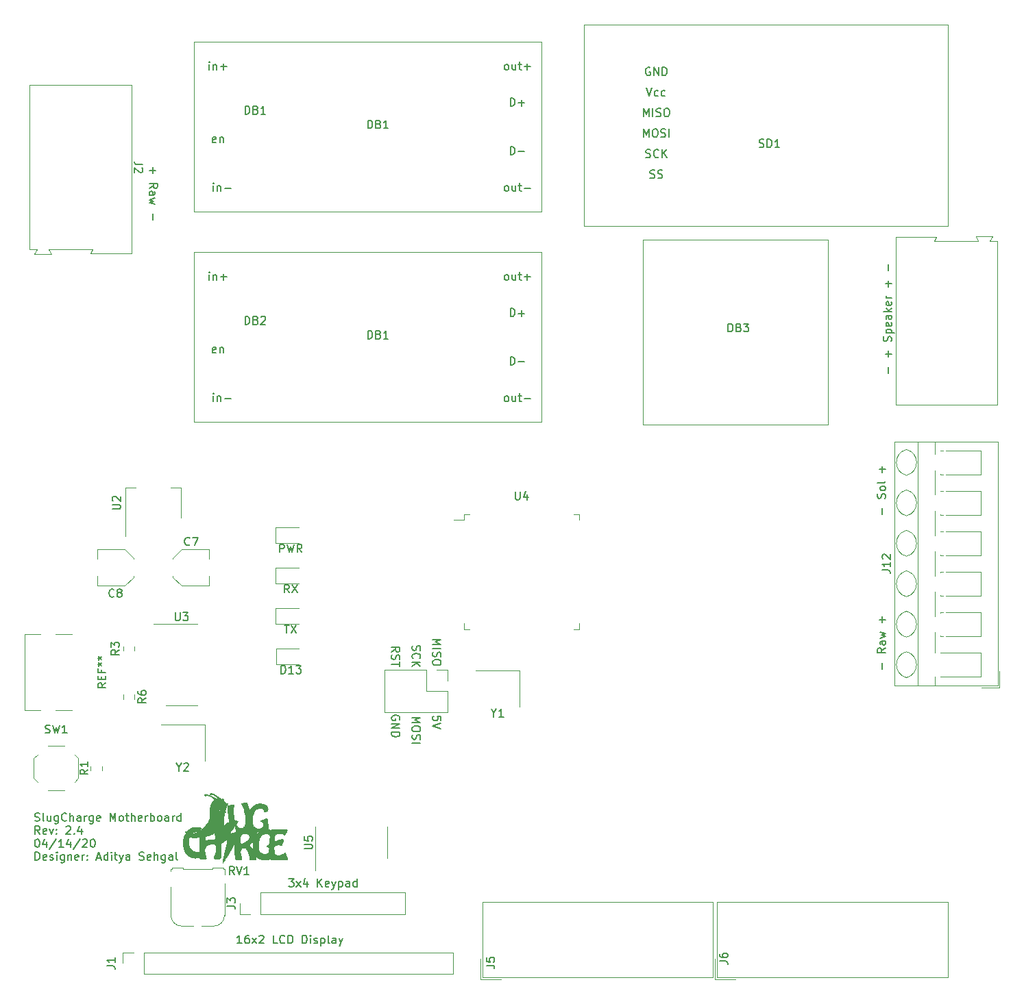
<source format=gbr>
G04 #@! TF.GenerationSoftware,KiCad,Pcbnew,(5.99.0-1662-g9db296991)*
G04 #@! TF.CreationDate,2020-05-24T00:42:55+05:30*
G04 #@! TF.ProjectId,UI,55492e6b-6963-4616-945f-706362585858,rev?*
G04 #@! TF.SameCoordinates,Original*
G04 #@! TF.FileFunction,Legend,Top*
G04 #@! TF.FilePolarity,Positive*
%FSLAX46Y46*%
G04 Gerber Fmt 4.6, Leading zero omitted, Abs format (unit mm)*
G04 Created by KiCad (PCBNEW (5.99.0-1662-g9db296991)) date 2020-05-24 00:42:55*
%MOMM*%
%LPD*%
G01*
G04 APERTURE LIST*
%ADD10C,0.150000*%
%ADD11C,0.120000*%
%ADD12C,0.010000*%
G04 APERTURE END LIST*
D10*
X57459619Y-91400380D02*
X57935809Y-91067047D01*
X57459619Y-90828952D02*
X58459619Y-90828952D01*
X58459619Y-91209904D01*
X58412000Y-91305142D01*
X58364380Y-91352761D01*
X58269142Y-91400380D01*
X58126285Y-91400380D01*
X58031047Y-91352761D01*
X57983428Y-91305142D01*
X57935809Y-91209904D01*
X57935809Y-90828952D01*
X57507238Y-91781333D02*
X57459619Y-91924190D01*
X57459619Y-92162285D01*
X57507238Y-92257523D01*
X57554857Y-92305142D01*
X57650095Y-92352761D01*
X57745333Y-92352761D01*
X57840571Y-92305142D01*
X57888190Y-92257523D01*
X57935809Y-92162285D01*
X57983428Y-91971809D01*
X58031047Y-91876571D01*
X58078666Y-91828952D01*
X58173904Y-91781333D01*
X58269142Y-91781333D01*
X58364380Y-91828952D01*
X58412000Y-91876571D01*
X58459619Y-91971809D01*
X58459619Y-92209904D01*
X58412000Y-92352761D01*
X58459619Y-92638476D02*
X58459619Y-93209904D01*
X57459619Y-92924190D02*
X58459619Y-92924190D01*
X60047238Y-90662285D02*
X59999619Y-90805142D01*
X59999619Y-91043238D01*
X60047238Y-91138476D01*
X60094857Y-91186095D01*
X60190095Y-91233714D01*
X60285333Y-91233714D01*
X60380571Y-91186095D01*
X60428190Y-91138476D01*
X60475809Y-91043238D01*
X60523428Y-90852761D01*
X60571047Y-90757523D01*
X60618666Y-90709904D01*
X60713904Y-90662285D01*
X60809142Y-90662285D01*
X60904380Y-90709904D01*
X60952000Y-90757523D01*
X60999619Y-90852761D01*
X60999619Y-91090857D01*
X60952000Y-91233714D01*
X60094857Y-92233714D02*
X60047238Y-92186095D01*
X59999619Y-92043238D01*
X59999619Y-91948000D01*
X60047238Y-91805142D01*
X60142476Y-91709904D01*
X60237714Y-91662285D01*
X60428190Y-91614666D01*
X60571047Y-91614666D01*
X60761523Y-91662285D01*
X60856761Y-91709904D01*
X60952000Y-91805142D01*
X60999619Y-91948000D01*
X60999619Y-92043238D01*
X60952000Y-92186095D01*
X60904380Y-92233714D01*
X59999619Y-92662285D02*
X60999619Y-92662285D01*
X59999619Y-93233714D02*
X60571047Y-92805142D01*
X60999619Y-93233714D02*
X60428190Y-92662285D01*
X62539619Y-89868571D02*
X63539619Y-89868571D01*
X62825333Y-90201904D01*
X63539619Y-90535238D01*
X62539619Y-90535238D01*
X62539619Y-91011428D02*
X63539619Y-91011428D01*
X62587238Y-91440000D02*
X62539619Y-91582857D01*
X62539619Y-91820952D01*
X62587238Y-91916190D01*
X62634857Y-91963809D01*
X62730095Y-92011428D01*
X62825333Y-92011428D01*
X62920571Y-91963809D01*
X62968190Y-91916190D01*
X63015809Y-91820952D01*
X63063428Y-91630476D01*
X63111047Y-91535238D01*
X63158666Y-91487619D01*
X63253904Y-91440000D01*
X63349142Y-91440000D01*
X63444380Y-91487619D01*
X63492000Y-91535238D01*
X63539619Y-91630476D01*
X63539619Y-91868571D01*
X63492000Y-92011428D01*
X63539619Y-92630476D02*
X63539619Y-92820952D01*
X63492000Y-92916190D01*
X63396761Y-93011428D01*
X63206285Y-93059047D01*
X62872952Y-93059047D01*
X62682476Y-93011428D01*
X62587238Y-92916190D01*
X62539619Y-92820952D01*
X62539619Y-92630476D01*
X62587238Y-92535238D01*
X62682476Y-92440000D01*
X62872952Y-92392380D01*
X63206285Y-92392380D01*
X63396761Y-92440000D01*
X63492000Y-92535238D01*
X63539619Y-92630476D01*
X58412000Y-99822095D02*
X58459619Y-99726857D01*
X58459619Y-99584000D01*
X58412000Y-99441142D01*
X58316761Y-99345904D01*
X58221523Y-99298285D01*
X58031047Y-99250666D01*
X57888190Y-99250666D01*
X57697714Y-99298285D01*
X57602476Y-99345904D01*
X57507238Y-99441142D01*
X57459619Y-99584000D01*
X57459619Y-99679238D01*
X57507238Y-99822095D01*
X57554857Y-99869714D01*
X57888190Y-99869714D01*
X57888190Y-99679238D01*
X57459619Y-100298285D02*
X58459619Y-100298285D01*
X57459619Y-100869714D01*
X58459619Y-100869714D01*
X57459619Y-101345904D02*
X58459619Y-101345904D01*
X58459619Y-101584000D01*
X58412000Y-101726857D01*
X58316761Y-101822095D01*
X58221523Y-101869714D01*
X58031047Y-101917333D01*
X57888190Y-101917333D01*
X57697714Y-101869714D01*
X57602476Y-101822095D01*
X57507238Y-101726857D01*
X57459619Y-101584000D01*
X57459619Y-101345904D01*
X59999619Y-99520571D02*
X60999619Y-99520571D01*
X60285333Y-99853904D01*
X60999619Y-100187238D01*
X59999619Y-100187238D01*
X60999619Y-100853904D02*
X60999619Y-101044380D01*
X60952000Y-101139619D01*
X60856761Y-101234857D01*
X60666285Y-101282476D01*
X60332952Y-101282476D01*
X60142476Y-101234857D01*
X60047238Y-101139619D01*
X59999619Y-101044380D01*
X59999619Y-100853904D01*
X60047238Y-100758666D01*
X60142476Y-100663428D01*
X60332952Y-100615809D01*
X60666285Y-100615809D01*
X60856761Y-100663428D01*
X60952000Y-100758666D01*
X60999619Y-100853904D01*
X60047238Y-101663428D02*
X59999619Y-101806285D01*
X59999619Y-102044380D01*
X60047238Y-102139619D01*
X60094857Y-102187238D01*
X60190095Y-102234857D01*
X60285333Y-102234857D01*
X60380571Y-102187238D01*
X60428190Y-102139619D01*
X60475809Y-102044380D01*
X60523428Y-101853904D01*
X60571047Y-101758666D01*
X60618666Y-101711047D01*
X60713904Y-101663428D01*
X60809142Y-101663428D01*
X60904380Y-101711047D01*
X60952000Y-101758666D01*
X60999619Y-101853904D01*
X60999619Y-102092000D01*
X60952000Y-102234857D01*
X59999619Y-102663428D02*
X60999619Y-102663428D01*
X63539619Y-99885523D02*
X63539619Y-99409333D01*
X63063428Y-99361714D01*
X63111047Y-99409333D01*
X63158666Y-99504571D01*
X63158666Y-99742666D01*
X63111047Y-99837904D01*
X63063428Y-99885523D01*
X62968190Y-99933142D01*
X62730095Y-99933142D01*
X62634857Y-99885523D01*
X62587238Y-99837904D01*
X62539619Y-99742666D01*
X62539619Y-99504571D01*
X62587238Y-99409333D01*
X62634857Y-99361714D01*
X63539619Y-100218857D02*
X62539619Y-100552190D01*
X63539619Y-100885523D01*
X13387976Y-112289761D02*
X13530833Y-112337380D01*
X13768928Y-112337380D01*
X13864166Y-112289761D01*
X13911785Y-112242142D01*
X13959404Y-112146904D01*
X13959404Y-112051666D01*
X13911785Y-111956428D01*
X13864166Y-111908809D01*
X13768928Y-111861190D01*
X13578452Y-111813571D01*
X13483214Y-111765952D01*
X13435595Y-111718333D01*
X13387976Y-111623095D01*
X13387976Y-111527857D01*
X13435595Y-111432619D01*
X13483214Y-111385000D01*
X13578452Y-111337380D01*
X13816547Y-111337380D01*
X13959404Y-111385000D01*
X14530833Y-112337380D02*
X14435595Y-112289761D01*
X14387976Y-112194523D01*
X14387976Y-111337380D01*
X15340357Y-111670714D02*
X15340357Y-112337380D01*
X14911785Y-111670714D02*
X14911785Y-112194523D01*
X14959404Y-112289761D01*
X15054642Y-112337380D01*
X15197500Y-112337380D01*
X15292738Y-112289761D01*
X15340357Y-112242142D01*
X16245119Y-111670714D02*
X16245119Y-112480238D01*
X16197500Y-112575476D01*
X16149880Y-112623095D01*
X16054642Y-112670714D01*
X15911785Y-112670714D01*
X15816547Y-112623095D01*
X16245119Y-112289761D02*
X16149880Y-112337380D01*
X15959404Y-112337380D01*
X15864166Y-112289761D01*
X15816547Y-112242142D01*
X15768928Y-112146904D01*
X15768928Y-111861190D01*
X15816547Y-111765952D01*
X15864166Y-111718333D01*
X15959404Y-111670714D01*
X16149880Y-111670714D01*
X16245119Y-111718333D01*
X17292738Y-112242142D02*
X17245119Y-112289761D01*
X17102261Y-112337380D01*
X17007023Y-112337380D01*
X16864166Y-112289761D01*
X16768928Y-112194523D01*
X16721309Y-112099285D01*
X16673690Y-111908809D01*
X16673690Y-111765952D01*
X16721309Y-111575476D01*
X16768928Y-111480238D01*
X16864166Y-111385000D01*
X17007023Y-111337380D01*
X17102261Y-111337380D01*
X17245119Y-111385000D01*
X17292738Y-111432619D01*
X17721309Y-112337380D02*
X17721309Y-111337380D01*
X18149880Y-112337380D02*
X18149880Y-111813571D01*
X18102261Y-111718333D01*
X18007023Y-111670714D01*
X17864166Y-111670714D01*
X17768928Y-111718333D01*
X17721309Y-111765952D01*
X19054642Y-112337380D02*
X19054642Y-111813571D01*
X19007023Y-111718333D01*
X18911785Y-111670714D01*
X18721309Y-111670714D01*
X18626071Y-111718333D01*
X19054642Y-112289761D02*
X18959404Y-112337380D01*
X18721309Y-112337380D01*
X18626071Y-112289761D01*
X18578452Y-112194523D01*
X18578452Y-112099285D01*
X18626071Y-112004047D01*
X18721309Y-111956428D01*
X18959404Y-111956428D01*
X19054642Y-111908809D01*
X19530833Y-112337380D02*
X19530833Y-111670714D01*
X19530833Y-111861190D02*
X19578452Y-111765952D01*
X19626071Y-111718333D01*
X19721309Y-111670714D01*
X19816547Y-111670714D01*
X20578452Y-111670714D02*
X20578452Y-112480238D01*
X20530833Y-112575476D01*
X20483214Y-112623095D01*
X20387976Y-112670714D01*
X20245119Y-112670714D01*
X20149880Y-112623095D01*
X20578452Y-112289761D02*
X20483214Y-112337380D01*
X20292738Y-112337380D01*
X20197500Y-112289761D01*
X20149880Y-112242142D01*
X20102261Y-112146904D01*
X20102261Y-111861190D01*
X20149880Y-111765952D01*
X20197500Y-111718333D01*
X20292738Y-111670714D01*
X20483214Y-111670714D01*
X20578452Y-111718333D01*
X21435595Y-112289761D02*
X21340357Y-112337380D01*
X21149880Y-112337380D01*
X21054642Y-112289761D01*
X21007023Y-112194523D01*
X21007023Y-111813571D01*
X21054642Y-111718333D01*
X21149880Y-111670714D01*
X21340357Y-111670714D01*
X21435595Y-111718333D01*
X21483214Y-111813571D01*
X21483214Y-111908809D01*
X21007023Y-112004047D01*
X22673690Y-112337380D02*
X22673690Y-111337380D01*
X23007023Y-112051666D01*
X23340357Y-111337380D01*
X23340357Y-112337380D01*
X23959404Y-112337380D02*
X23864166Y-112289761D01*
X23816547Y-112242142D01*
X23768928Y-112146904D01*
X23768928Y-111861190D01*
X23816547Y-111765952D01*
X23864166Y-111718333D01*
X23959404Y-111670714D01*
X24102261Y-111670714D01*
X24197500Y-111718333D01*
X24245119Y-111765952D01*
X24292738Y-111861190D01*
X24292738Y-112146904D01*
X24245119Y-112242142D01*
X24197500Y-112289761D01*
X24102261Y-112337380D01*
X23959404Y-112337380D01*
X24578452Y-111670714D02*
X24959404Y-111670714D01*
X24721309Y-111337380D02*
X24721309Y-112194523D01*
X24768928Y-112289761D01*
X24864166Y-112337380D01*
X24959404Y-112337380D01*
X25292738Y-112337380D02*
X25292738Y-111337380D01*
X25721309Y-112337380D02*
X25721309Y-111813571D01*
X25673690Y-111718333D01*
X25578452Y-111670714D01*
X25435595Y-111670714D01*
X25340357Y-111718333D01*
X25292738Y-111765952D01*
X26578452Y-112289761D02*
X26483214Y-112337380D01*
X26292738Y-112337380D01*
X26197500Y-112289761D01*
X26149880Y-112194523D01*
X26149880Y-111813571D01*
X26197500Y-111718333D01*
X26292738Y-111670714D01*
X26483214Y-111670714D01*
X26578452Y-111718333D01*
X26626071Y-111813571D01*
X26626071Y-111908809D01*
X26149880Y-112004047D01*
X27054642Y-112337380D02*
X27054642Y-111670714D01*
X27054642Y-111861190D02*
X27102261Y-111765952D01*
X27149880Y-111718333D01*
X27245119Y-111670714D01*
X27340357Y-111670714D01*
X27673690Y-112337380D02*
X27673690Y-111337380D01*
X27673690Y-111718333D02*
X27768928Y-111670714D01*
X27959404Y-111670714D01*
X28054642Y-111718333D01*
X28102261Y-111765952D01*
X28149880Y-111861190D01*
X28149880Y-112146904D01*
X28102261Y-112242142D01*
X28054642Y-112289761D01*
X27959404Y-112337380D01*
X27768928Y-112337380D01*
X27673690Y-112289761D01*
X28721309Y-112337380D02*
X28626071Y-112289761D01*
X28578452Y-112242142D01*
X28530833Y-112146904D01*
X28530833Y-111861190D01*
X28578452Y-111765952D01*
X28626071Y-111718333D01*
X28721309Y-111670714D01*
X28864166Y-111670714D01*
X28959404Y-111718333D01*
X29007023Y-111765952D01*
X29054642Y-111861190D01*
X29054642Y-112146904D01*
X29007023Y-112242142D01*
X28959404Y-112289761D01*
X28864166Y-112337380D01*
X28721309Y-112337380D01*
X29911785Y-112337380D02*
X29911785Y-111813571D01*
X29864166Y-111718333D01*
X29768928Y-111670714D01*
X29578452Y-111670714D01*
X29483214Y-111718333D01*
X29911785Y-112289761D02*
X29816547Y-112337380D01*
X29578452Y-112337380D01*
X29483214Y-112289761D01*
X29435595Y-112194523D01*
X29435595Y-112099285D01*
X29483214Y-112004047D01*
X29578452Y-111956428D01*
X29816547Y-111956428D01*
X29911785Y-111908809D01*
X30387976Y-112337380D02*
X30387976Y-111670714D01*
X30387976Y-111861190D02*
X30435595Y-111765952D01*
X30483214Y-111718333D01*
X30578452Y-111670714D01*
X30673690Y-111670714D01*
X31435595Y-112337380D02*
X31435595Y-111337380D01*
X31435595Y-112289761D02*
X31340357Y-112337380D01*
X31149880Y-112337380D01*
X31054642Y-112289761D01*
X31007023Y-112242142D01*
X30959404Y-112146904D01*
X30959404Y-111861190D01*
X31007023Y-111765952D01*
X31054642Y-111718333D01*
X31149880Y-111670714D01*
X31340357Y-111670714D01*
X31435595Y-111718333D01*
X14007023Y-113947380D02*
X13673690Y-113471190D01*
X13435595Y-113947380D02*
X13435595Y-112947380D01*
X13816547Y-112947380D01*
X13911785Y-112995000D01*
X13959404Y-113042619D01*
X14007023Y-113137857D01*
X14007023Y-113280714D01*
X13959404Y-113375952D01*
X13911785Y-113423571D01*
X13816547Y-113471190D01*
X13435595Y-113471190D01*
X14816547Y-113899761D02*
X14721309Y-113947380D01*
X14530833Y-113947380D01*
X14435595Y-113899761D01*
X14387976Y-113804523D01*
X14387976Y-113423571D01*
X14435595Y-113328333D01*
X14530833Y-113280714D01*
X14721309Y-113280714D01*
X14816547Y-113328333D01*
X14864166Y-113423571D01*
X14864166Y-113518809D01*
X14387976Y-113614047D01*
X15197500Y-113280714D02*
X15435595Y-113947380D01*
X15673690Y-113280714D01*
X16054642Y-113852142D02*
X16102261Y-113899761D01*
X16054642Y-113947380D01*
X16007023Y-113899761D01*
X16054642Y-113852142D01*
X16054642Y-113947380D01*
X16054642Y-113328333D02*
X16102261Y-113375952D01*
X16054642Y-113423571D01*
X16007023Y-113375952D01*
X16054642Y-113328333D01*
X16054642Y-113423571D01*
X17245119Y-113042619D02*
X17292738Y-112995000D01*
X17387976Y-112947380D01*
X17626071Y-112947380D01*
X17721309Y-112995000D01*
X17768928Y-113042619D01*
X17816547Y-113137857D01*
X17816547Y-113233095D01*
X17768928Y-113375952D01*
X17197500Y-113947380D01*
X17816547Y-113947380D01*
X18245119Y-113852142D02*
X18292738Y-113899761D01*
X18245119Y-113947380D01*
X18197500Y-113899761D01*
X18245119Y-113852142D01*
X18245119Y-113947380D01*
X19149880Y-113280714D02*
X19149880Y-113947380D01*
X18911785Y-112899761D02*
X18673690Y-113614047D01*
X19292738Y-113614047D01*
X13626071Y-114557380D02*
X13721309Y-114557380D01*
X13816547Y-114605000D01*
X13864166Y-114652619D01*
X13911785Y-114747857D01*
X13959404Y-114938333D01*
X13959404Y-115176428D01*
X13911785Y-115366904D01*
X13864166Y-115462142D01*
X13816547Y-115509761D01*
X13721309Y-115557380D01*
X13626071Y-115557380D01*
X13530833Y-115509761D01*
X13483214Y-115462142D01*
X13435595Y-115366904D01*
X13387976Y-115176428D01*
X13387976Y-114938333D01*
X13435595Y-114747857D01*
X13483214Y-114652619D01*
X13530833Y-114605000D01*
X13626071Y-114557380D01*
X14816547Y-114890714D02*
X14816547Y-115557380D01*
X14578452Y-114509761D02*
X14340357Y-115224047D01*
X14959404Y-115224047D01*
X16054642Y-114509761D02*
X15197500Y-115795476D01*
X16911785Y-115557380D02*
X16340357Y-115557380D01*
X16626071Y-115557380D02*
X16626071Y-114557380D01*
X16530833Y-114700238D01*
X16435595Y-114795476D01*
X16340357Y-114843095D01*
X17768928Y-114890714D02*
X17768928Y-115557380D01*
X17530833Y-114509761D02*
X17292738Y-115224047D01*
X17911785Y-115224047D01*
X19007023Y-114509761D02*
X18149880Y-115795476D01*
X19292738Y-114652619D02*
X19340357Y-114605000D01*
X19435595Y-114557380D01*
X19673690Y-114557380D01*
X19768928Y-114605000D01*
X19816547Y-114652619D01*
X19864166Y-114747857D01*
X19864166Y-114843095D01*
X19816547Y-114985952D01*
X19245119Y-115557380D01*
X19864166Y-115557380D01*
X20483214Y-114557380D02*
X20578452Y-114557380D01*
X20673690Y-114605000D01*
X20721309Y-114652619D01*
X20768928Y-114747857D01*
X20816547Y-114938333D01*
X20816547Y-115176428D01*
X20768928Y-115366904D01*
X20721309Y-115462142D01*
X20673690Y-115509761D01*
X20578452Y-115557380D01*
X20483214Y-115557380D01*
X20387976Y-115509761D01*
X20340357Y-115462142D01*
X20292738Y-115366904D01*
X20245119Y-115176428D01*
X20245119Y-114938333D01*
X20292738Y-114747857D01*
X20340357Y-114652619D01*
X20387976Y-114605000D01*
X20483214Y-114557380D01*
X13435595Y-117167380D02*
X13435595Y-116167380D01*
X13673690Y-116167380D01*
X13816547Y-116215000D01*
X13911785Y-116310238D01*
X13959404Y-116405476D01*
X14007023Y-116595952D01*
X14007023Y-116738809D01*
X13959404Y-116929285D01*
X13911785Y-117024523D01*
X13816547Y-117119761D01*
X13673690Y-117167380D01*
X13435595Y-117167380D01*
X14816547Y-117119761D02*
X14721309Y-117167380D01*
X14530833Y-117167380D01*
X14435595Y-117119761D01*
X14387976Y-117024523D01*
X14387976Y-116643571D01*
X14435595Y-116548333D01*
X14530833Y-116500714D01*
X14721309Y-116500714D01*
X14816547Y-116548333D01*
X14864166Y-116643571D01*
X14864166Y-116738809D01*
X14387976Y-116834047D01*
X15245119Y-117119761D02*
X15340357Y-117167380D01*
X15530833Y-117167380D01*
X15626071Y-117119761D01*
X15673690Y-117024523D01*
X15673690Y-116976904D01*
X15626071Y-116881666D01*
X15530833Y-116834047D01*
X15387976Y-116834047D01*
X15292738Y-116786428D01*
X15245119Y-116691190D01*
X15245119Y-116643571D01*
X15292738Y-116548333D01*
X15387976Y-116500714D01*
X15530833Y-116500714D01*
X15626071Y-116548333D01*
X16102261Y-117167380D02*
X16102261Y-116500714D01*
X16102261Y-116167380D02*
X16054642Y-116215000D01*
X16102261Y-116262619D01*
X16149880Y-116215000D01*
X16102261Y-116167380D01*
X16102261Y-116262619D01*
X17007023Y-116500714D02*
X17007023Y-117310238D01*
X16959404Y-117405476D01*
X16911785Y-117453095D01*
X16816547Y-117500714D01*
X16673690Y-117500714D01*
X16578452Y-117453095D01*
X17007023Y-117119761D02*
X16911785Y-117167380D01*
X16721309Y-117167380D01*
X16626071Y-117119761D01*
X16578452Y-117072142D01*
X16530833Y-116976904D01*
X16530833Y-116691190D01*
X16578452Y-116595952D01*
X16626071Y-116548333D01*
X16721309Y-116500714D01*
X16911785Y-116500714D01*
X17007023Y-116548333D01*
X17483214Y-116500714D02*
X17483214Y-117167380D01*
X17483214Y-116595952D02*
X17530833Y-116548333D01*
X17626071Y-116500714D01*
X17768928Y-116500714D01*
X17864166Y-116548333D01*
X17911785Y-116643571D01*
X17911785Y-117167380D01*
X18768928Y-117119761D02*
X18673690Y-117167380D01*
X18483214Y-117167380D01*
X18387976Y-117119761D01*
X18340357Y-117024523D01*
X18340357Y-116643571D01*
X18387976Y-116548333D01*
X18483214Y-116500714D01*
X18673690Y-116500714D01*
X18768928Y-116548333D01*
X18816547Y-116643571D01*
X18816547Y-116738809D01*
X18340357Y-116834047D01*
X19245119Y-117167380D02*
X19245119Y-116500714D01*
X19245119Y-116691190D02*
X19292738Y-116595952D01*
X19340357Y-116548333D01*
X19435595Y-116500714D01*
X19530833Y-116500714D01*
X19864166Y-117072142D02*
X19911785Y-117119761D01*
X19864166Y-117167380D01*
X19816547Y-117119761D01*
X19864166Y-117072142D01*
X19864166Y-117167380D01*
X19864166Y-116548333D02*
X19911785Y-116595952D01*
X19864166Y-116643571D01*
X19816547Y-116595952D01*
X19864166Y-116548333D01*
X19864166Y-116643571D01*
X21054642Y-116881666D02*
X21530833Y-116881666D01*
X20959404Y-117167380D02*
X21292738Y-116167380D01*
X21626071Y-117167380D01*
X22387976Y-117167380D02*
X22387976Y-116167380D01*
X22387976Y-117119761D02*
X22292738Y-117167380D01*
X22102261Y-117167380D01*
X22007023Y-117119761D01*
X21959404Y-117072142D01*
X21911785Y-116976904D01*
X21911785Y-116691190D01*
X21959404Y-116595952D01*
X22007023Y-116548333D01*
X22102261Y-116500714D01*
X22292738Y-116500714D01*
X22387976Y-116548333D01*
X22864166Y-117167380D02*
X22864166Y-116500714D01*
X22864166Y-116167380D02*
X22816547Y-116215000D01*
X22864166Y-116262619D01*
X22911785Y-116215000D01*
X22864166Y-116167380D01*
X22864166Y-116262619D01*
X23197500Y-116500714D02*
X23578452Y-116500714D01*
X23340357Y-116167380D02*
X23340357Y-117024523D01*
X23387976Y-117119761D01*
X23483214Y-117167380D01*
X23578452Y-117167380D01*
X23816547Y-116500714D02*
X24054642Y-117167380D01*
X24292738Y-116500714D02*
X24054642Y-117167380D01*
X23959404Y-117405476D01*
X23911785Y-117453095D01*
X23816547Y-117500714D01*
X25102261Y-117167380D02*
X25102261Y-116643571D01*
X25054642Y-116548333D01*
X24959404Y-116500714D01*
X24768928Y-116500714D01*
X24673690Y-116548333D01*
X25102261Y-117119761D02*
X25007023Y-117167380D01*
X24768928Y-117167380D01*
X24673690Y-117119761D01*
X24626071Y-117024523D01*
X24626071Y-116929285D01*
X24673690Y-116834047D01*
X24768928Y-116786428D01*
X25007023Y-116786428D01*
X25102261Y-116738809D01*
X26292738Y-117119761D02*
X26435595Y-117167380D01*
X26673690Y-117167380D01*
X26768928Y-117119761D01*
X26816547Y-117072142D01*
X26864166Y-116976904D01*
X26864166Y-116881666D01*
X26816547Y-116786428D01*
X26768928Y-116738809D01*
X26673690Y-116691190D01*
X26483214Y-116643571D01*
X26387976Y-116595952D01*
X26340357Y-116548333D01*
X26292738Y-116453095D01*
X26292738Y-116357857D01*
X26340357Y-116262619D01*
X26387976Y-116215000D01*
X26483214Y-116167380D01*
X26721309Y-116167380D01*
X26864166Y-116215000D01*
X27673690Y-117119761D02*
X27578452Y-117167380D01*
X27387976Y-117167380D01*
X27292738Y-117119761D01*
X27245119Y-117024523D01*
X27245119Y-116643571D01*
X27292738Y-116548333D01*
X27387976Y-116500714D01*
X27578452Y-116500714D01*
X27673690Y-116548333D01*
X27721309Y-116643571D01*
X27721309Y-116738809D01*
X27245119Y-116834047D01*
X28149880Y-117167380D02*
X28149880Y-116167380D01*
X28578452Y-117167380D02*
X28578452Y-116643571D01*
X28530833Y-116548333D01*
X28435595Y-116500714D01*
X28292738Y-116500714D01*
X28197499Y-116548333D01*
X28149880Y-116595952D01*
X29483214Y-116500714D02*
X29483214Y-117310238D01*
X29435595Y-117405476D01*
X29387976Y-117453095D01*
X29292738Y-117500714D01*
X29149880Y-117500714D01*
X29054642Y-117453095D01*
X29483214Y-117119761D02*
X29387976Y-117167380D01*
X29197499Y-117167380D01*
X29102261Y-117119761D01*
X29054642Y-117072142D01*
X29007023Y-116976904D01*
X29007023Y-116691190D01*
X29054642Y-116595952D01*
X29102261Y-116548333D01*
X29197499Y-116500714D01*
X29387976Y-116500714D01*
X29483214Y-116548333D01*
X30387976Y-117167380D02*
X30387976Y-116643571D01*
X30340357Y-116548333D01*
X30245119Y-116500714D01*
X30054642Y-116500714D01*
X29959404Y-116548333D01*
X30387976Y-117119761D02*
X30292738Y-117167380D01*
X30054642Y-117167380D01*
X29959404Y-117119761D01*
X29911785Y-117024523D01*
X29911785Y-116929285D01*
X29959404Y-116834047D01*
X30054642Y-116786428D01*
X30292738Y-116786428D01*
X30387976Y-116738809D01*
X31007023Y-117167380D02*
X30911785Y-117119761D01*
X30864166Y-117024523D01*
X30864166Y-116167380D01*
X38004761Y-118952380D02*
X37671428Y-118476190D01*
X37433333Y-118952380D02*
X37433333Y-117952380D01*
X37814285Y-117952380D01*
X37909523Y-118000000D01*
X37957142Y-118047619D01*
X38004761Y-118142857D01*
X38004761Y-118285714D01*
X37957142Y-118380952D01*
X37909523Y-118428571D01*
X37814285Y-118476190D01*
X37433333Y-118476190D01*
X38290476Y-117952380D02*
X38623809Y-118952380D01*
X38957142Y-117952380D01*
X39814285Y-118952380D02*
X39242857Y-118952380D01*
X39528571Y-118952380D02*
X39528571Y-117952380D01*
X39433333Y-118095238D01*
X39338095Y-118190476D01*
X39242857Y-118238095D01*
X46672380Y-115761904D02*
X47481904Y-115761904D01*
X47577142Y-115714285D01*
X47624761Y-115666666D01*
X47672380Y-115571428D01*
X47672380Y-115380952D01*
X47624761Y-115285714D01*
X47577142Y-115238095D01*
X47481904Y-115190476D01*
X46672380Y-115190476D01*
X46672380Y-114238095D02*
X46672380Y-114714285D01*
X47148571Y-114761904D01*
X47100952Y-114714285D01*
X47053333Y-114619047D01*
X47053333Y-114380952D01*
X47100952Y-114285714D01*
X47148571Y-114238095D01*
X47243809Y-114190476D01*
X47481904Y-114190476D01*
X47577142Y-114238095D01*
X47624761Y-114285714D01*
X47672380Y-114380952D01*
X47672380Y-114619047D01*
X47624761Y-114714285D01*
X47577142Y-114761904D01*
X69152380Y-130183333D02*
X69866666Y-130183333D01*
X70009523Y-130230952D01*
X70104761Y-130326190D01*
X70152380Y-130469047D01*
X70152380Y-130564285D01*
X69152380Y-129230952D02*
X69152380Y-129707142D01*
X69628571Y-129754761D01*
X69580952Y-129707142D01*
X69533333Y-129611904D01*
X69533333Y-129373809D01*
X69580952Y-129278571D01*
X69628571Y-129230952D01*
X69723809Y-129183333D01*
X69961904Y-129183333D01*
X70057142Y-129230952D01*
X70104761Y-129278571D01*
X70152380Y-129373809D01*
X70152380Y-129611904D01*
X70104761Y-129707142D01*
X70057142Y-129754761D01*
X97952380Y-129653333D02*
X98666666Y-129653333D01*
X98809523Y-129700952D01*
X98904761Y-129796190D01*
X98952380Y-129939047D01*
X98952380Y-130034285D01*
X97952380Y-128748571D02*
X97952380Y-128939047D01*
X98000000Y-129034285D01*
X98047619Y-129081904D01*
X98190476Y-129177142D01*
X98380952Y-129224761D01*
X98761904Y-129224761D01*
X98857142Y-129177142D01*
X98904761Y-129129523D01*
X98952380Y-129034285D01*
X98952380Y-128843809D01*
X98904761Y-128748571D01*
X98857142Y-128700952D01*
X98761904Y-128653333D01*
X98523809Y-128653333D01*
X98428571Y-128700952D01*
X98380952Y-128748571D01*
X98333333Y-128843809D01*
X98333333Y-129034285D01*
X98380952Y-129129523D01*
X98428571Y-129177142D01*
X98523809Y-129224761D01*
X118042380Y-81309523D02*
X118756666Y-81309523D01*
X118899523Y-81357142D01*
X118994761Y-81452380D01*
X119042380Y-81595238D01*
X119042380Y-81690476D01*
X119042380Y-80309523D02*
X119042380Y-80880952D01*
X119042380Y-80595238D02*
X118042380Y-80595238D01*
X118185238Y-80690476D01*
X118280476Y-80785714D01*
X118328095Y-80880952D01*
X118137619Y-79928571D02*
X118090000Y-79880952D01*
X118042380Y-79785714D01*
X118042380Y-79547619D01*
X118090000Y-79452380D01*
X118137619Y-79404761D01*
X118232857Y-79357142D01*
X118328095Y-79357142D01*
X118470952Y-79404761D01*
X119042380Y-79976190D01*
X119042380Y-79357142D01*
X118071428Y-93523809D02*
X118071428Y-92761904D01*
X118452380Y-90952380D02*
X117976190Y-91285714D01*
X118452380Y-91523809D02*
X117452380Y-91523809D01*
X117452380Y-91142857D01*
X117500000Y-91047619D01*
X117547619Y-91000000D01*
X117642857Y-90952380D01*
X117785714Y-90952380D01*
X117880952Y-91000000D01*
X117928571Y-91047619D01*
X117976190Y-91142857D01*
X117976190Y-91523809D01*
X118452380Y-90095238D02*
X117928571Y-90095238D01*
X117833333Y-90142857D01*
X117785714Y-90238095D01*
X117785714Y-90428571D01*
X117833333Y-90523809D01*
X118404761Y-90095238D02*
X118452380Y-90190476D01*
X118452380Y-90428571D01*
X118404761Y-90523809D01*
X118309523Y-90571428D01*
X118214285Y-90571428D01*
X118119047Y-90523809D01*
X118071428Y-90428571D01*
X118071428Y-90190476D01*
X118023809Y-90095238D01*
X117785714Y-89714285D02*
X118452380Y-89523809D01*
X117976190Y-89333333D01*
X118452380Y-89142857D01*
X117785714Y-88952380D01*
X118071428Y-87809523D02*
X118071428Y-87047619D01*
X118452380Y-87428571D02*
X117690476Y-87428571D01*
X118071428Y-74380952D02*
X118071428Y-73619047D01*
X118404761Y-72428571D02*
X118452380Y-72285714D01*
X118452380Y-72047619D01*
X118404761Y-71952380D01*
X118357142Y-71904761D01*
X118261904Y-71857142D01*
X118166666Y-71857142D01*
X118071428Y-71904761D01*
X118023809Y-71952380D01*
X117976190Y-72047619D01*
X117928571Y-72238095D01*
X117880952Y-72333333D01*
X117833333Y-72380952D01*
X117738095Y-72428571D01*
X117642857Y-72428571D01*
X117547619Y-72380952D01*
X117500000Y-72333333D01*
X117452380Y-72238095D01*
X117452380Y-72000000D01*
X117500000Y-71857142D01*
X118452380Y-71285714D02*
X118404761Y-71380952D01*
X118357142Y-71428571D01*
X118261904Y-71476190D01*
X117976190Y-71476190D01*
X117880952Y-71428571D01*
X117833333Y-71380952D01*
X117785714Y-71285714D01*
X117785714Y-71142857D01*
X117833333Y-71047619D01*
X117880952Y-71000000D01*
X117976190Y-70952380D01*
X118261904Y-70952380D01*
X118357142Y-71000000D01*
X118404761Y-71047619D01*
X118452380Y-71142857D01*
X118452380Y-71285714D01*
X118452380Y-70380952D02*
X118404761Y-70476190D01*
X118309523Y-70523809D01*
X117452380Y-70523809D01*
X118071428Y-69238095D02*
X118071428Y-68476190D01*
X118452380Y-68857142D02*
X117690476Y-68857142D01*
X118821428Y-56964285D02*
X118821428Y-56202380D01*
X118821428Y-54964285D02*
X118821428Y-54202380D01*
X119202380Y-54583333D02*
X118440476Y-54583333D01*
X119154761Y-53011904D02*
X119202380Y-52869047D01*
X119202380Y-52630952D01*
X119154761Y-52535714D01*
X119107142Y-52488095D01*
X119011904Y-52440476D01*
X118916666Y-52440476D01*
X118821428Y-52488095D01*
X118773809Y-52535714D01*
X118726190Y-52630952D01*
X118678571Y-52821428D01*
X118630952Y-52916666D01*
X118583333Y-52964285D01*
X118488095Y-53011904D01*
X118392857Y-53011904D01*
X118297619Y-52964285D01*
X118250000Y-52916666D01*
X118202380Y-52821428D01*
X118202380Y-52583333D01*
X118250000Y-52440476D01*
X118535714Y-52011904D02*
X119535714Y-52011904D01*
X118583333Y-52011904D02*
X118535714Y-51916666D01*
X118535714Y-51726190D01*
X118583333Y-51630952D01*
X118630952Y-51583333D01*
X118726190Y-51535714D01*
X119011904Y-51535714D01*
X119107142Y-51583333D01*
X119154761Y-51630952D01*
X119202380Y-51726190D01*
X119202380Y-51916666D01*
X119154761Y-52011904D01*
X119154761Y-50726190D02*
X119202380Y-50821428D01*
X119202380Y-51011904D01*
X119154761Y-51107142D01*
X119059523Y-51154761D01*
X118678571Y-51154761D01*
X118583333Y-51107142D01*
X118535714Y-51011904D01*
X118535714Y-50821428D01*
X118583333Y-50726190D01*
X118678571Y-50678571D01*
X118773809Y-50678571D01*
X118869047Y-51154761D01*
X119202380Y-49821428D02*
X118678571Y-49821428D01*
X118583333Y-49869047D01*
X118535714Y-49964285D01*
X118535714Y-50154761D01*
X118583333Y-50250000D01*
X119154761Y-49821428D02*
X119202380Y-49916666D01*
X119202380Y-50154761D01*
X119154761Y-50250000D01*
X119059523Y-50297619D01*
X118964285Y-50297619D01*
X118869047Y-50250000D01*
X118821428Y-50154761D01*
X118821428Y-49916666D01*
X118773809Y-49821428D01*
X119202380Y-49345238D02*
X118202380Y-49345238D01*
X118821428Y-49250000D02*
X119202380Y-48964285D01*
X118535714Y-48964285D02*
X118916666Y-49345238D01*
X119154761Y-48154761D02*
X119202380Y-48250000D01*
X119202380Y-48440476D01*
X119154761Y-48535714D01*
X119059523Y-48583333D01*
X118678571Y-48583333D01*
X118583333Y-48535714D01*
X118535714Y-48440476D01*
X118535714Y-48250000D01*
X118583333Y-48154761D01*
X118678571Y-48107142D01*
X118773809Y-48107142D01*
X118869047Y-48583333D01*
X119202380Y-47678571D02*
X118535714Y-47678571D01*
X118726190Y-47678571D02*
X118630952Y-47630952D01*
X118583333Y-47583333D01*
X118535714Y-47488095D01*
X118535714Y-47392857D01*
X118821428Y-46297619D02*
X118821428Y-45535714D01*
X119202380Y-45916666D02*
X118440476Y-45916666D01*
X118821428Y-44297619D02*
X118821428Y-43535714D01*
X26697619Y-31166666D02*
X25983333Y-31166666D01*
X25840476Y-31119047D01*
X25745238Y-31023809D01*
X25697619Y-30880952D01*
X25697619Y-30785714D01*
X26602380Y-31595238D02*
X26650000Y-31642857D01*
X26697619Y-31738095D01*
X26697619Y-31976190D01*
X26650000Y-32071428D01*
X26602380Y-32119047D01*
X26507142Y-32166666D01*
X26411904Y-32166666D01*
X26269047Y-32119047D01*
X25697619Y-31547619D01*
X25697619Y-32166666D01*
X27928571Y-31511904D02*
X27928571Y-32273809D01*
X27547619Y-31892857D02*
X28309523Y-31892857D01*
X27547619Y-34083333D02*
X28023809Y-33750000D01*
X27547619Y-33511904D02*
X28547619Y-33511904D01*
X28547619Y-33892857D01*
X28500000Y-33988095D01*
X28452380Y-34035714D01*
X28357142Y-34083333D01*
X28214285Y-34083333D01*
X28119047Y-34035714D01*
X28071428Y-33988095D01*
X28023809Y-33892857D01*
X28023809Y-33511904D01*
X27547619Y-34940476D02*
X28071428Y-34940476D01*
X28166666Y-34892857D01*
X28214285Y-34797619D01*
X28214285Y-34607142D01*
X28166666Y-34511904D01*
X27595238Y-34940476D02*
X27547619Y-34845238D01*
X27547619Y-34607142D01*
X27595238Y-34511904D01*
X27690476Y-34464285D01*
X27785714Y-34464285D01*
X27880952Y-34511904D01*
X27928571Y-34607142D01*
X27928571Y-34845238D01*
X27976190Y-34940476D01*
X28214285Y-35321428D02*
X27547619Y-35511904D01*
X28023809Y-35702380D01*
X27547619Y-35892857D01*
X28214285Y-36083333D01*
X27928571Y-37226190D02*
X27928571Y-37988095D01*
X22147380Y-95283333D02*
X21671190Y-95616666D01*
X22147380Y-95854761D02*
X21147380Y-95854761D01*
X21147380Y-95473809D01*
X21195000Y-95378571D01*
X21242619Y-95330952D01*
X21337857Y-95283333D01*
X21480714Y-95283333D01*
X21575952Y-95330952D01*
X21623571Y-95378571D01*
X21671190Y-95473809D01*
X21671190Y-95854761D01*
X21623571Y-94854761D02*
X21623571Y-94521428D01*
X22147380Y-94378571D02*
X22147380Y-94854761D01*
X21147380Y-94854761D01*
X21147380Y-94378571D01*
X21623571Y-93616666D02*
X21623571Y-93950000D01*
X22147380Y-93950000D02*
X21147380Y-93950000D01*
X21147380Y-93473809D01*
X21147380Y-92950000D02*
X21385476Y-92950000D01*
X21290238Y-93188095D02*
X21385476Y-92950000D01*
X21290238Y-92711904D01*
X21575952Y-93092857D02*
X21385476Y-92950000D01*
X21575952Y-92807142D01*
X21147380Y-92188095D02*
X21385476Y-92188095D01*
X21290238Y-92426190D02*
X21385476Y-92188095D01*
X21290238Y-91950000D01*
X21575952Y-92330952D02*
X21385476Y-92188095D01*
X21575952Y-92045238D01*
X99032904Y-51834380D02*
X99032904Y-50834380D01*
X99271000Y-50834380D01*
X99413857Y-50882000D01*
X99509095Y-50977238D01*
X99556714Y-51072476D01*
X99604333Y-51262952D01*
X99604333Y-51405809D01*
X99556714Y-51596285D01*
X99509095Y-51691523D01*
X99413857Y-51786761D01*
X99271000Y-51834380D01*
X99032904Y-51834380D01*
X100366238Y-51310571D02*
X100509095Y-51358190D01*
X100556714Y-51405809D01*
X100604333Y-51501047D01*
X100604333Y-51643904D01*
X100556714Y-51739142D01*
X100509095Y-51786761D01*
X100413857Y-51834380D01*
X100032904Y-51834380D01*
X100032904Y-50834380D01*
X100366238Y-50834380D01*
X100461476Y-50882000D01*
X100509095Y-50929619D01*
X100556714Y-51024857D01*
X100556714Y-51120095D01*
X100509095Y-51215333D01*
X100461476Y-51262952D01*
X100366238Y-51310571D01*
X100032904Y-51310571D01*
X100937666Y-50834380D02*
X101556714Y-50834380D01*
X101223380Y-51215333D01*
X101366238Y-51215333D01*
X101461476Y-51262952D01*
X101509095Y-51310571D01*
X101556714Y-51405809D01*
X101556714Y-51643904D01*
X101509095Y-51739142D01*
X101461476Y-51786761D01*
X101366238Y-51834380D01*
X101080523Y-51834380D01*
X100985285Y-51786761D01*
X100937666Y-51739142D01*
X102848095Y-28994761D02*
X102990952Y-29042380D01*
X103229047Y-29042380D01*
X103324285Y-28994761D01*
X103371904Y-28947142D01*
X103419523Y-28851904D01*
X103419523Y-28756666D01*
X103371904Y-28661428D01*
X103324285Y-28613809D01*
X103229047Y-28566190D01*
X103038571Y-28518571D01*
X102943333Y-28470952D01*
X102895714Y-28423333D01*
X102848095Y-28328095D01*
X102848095Y-28232857D01*
X102895714Y-28137619D01*
X102943333Y-28090000D01*
X103038571Y-28042380D01*
X103276666Y-28042380D01*
X103419523Y-28090000D01*
X103848095Y-29042380D02*
X103848095Y-28042380D01*
X104086190Y-28042380D01*
X104229047Y-28090000D01*
X104324285Y-28185238D01*
X104371904Y-28280476D01*
X104419523Y-28470952D01*
X104419523Y-28613809D01*
X104371904Y-28804285D01*
X104324285Y-28899523D01*
X104229047Y-28994761D01*
X104086190Y-29042380D01*
X103848095Y-29042380D01*
X105371904Y-29042380D02*
X104800476Y-29042380D01*
X105086190Y-29042380D02*
X105086190Y-28042380D01*
X104990952Y-28185238D01*
X104895714Y-28280476D01*
X104800476Y-28328095D01*
X88568571Y-25232380D02*
X88568571Y-24232380D01*
X88901904Y-24946666D01*
X89235238Y-24232380D01*
X89235238Y-25232380D01*
X89711428Y-25232380D02*
X89711428Y-24232380D01*
X90140000Y-25184761D02*
X90282857Y-25232380D01*
X90520952Y-25232380D01*
X90616190Y-25184761D01*
X90663809Y-25137142D01*
X90711428Y-25041904D01*
X90711428Y-24946666D01*
X90663809Y-24851428D01*
X90616190Y-24803809D01*
X90520952Y-24756190D01*
X90330476Y-24708571D01*
X90235238Y-24660952D01*
X90187619Y-24613333D01*
X90140000Y-24518095D01*
X90140000Y-24422857D01*
X90187619Y-24327619D01*
X90235238Y-24280000D01*
X90330476Y-24232380D01*
X90568571Y-24232380D01*
X90711428Y-24280000D01*
X91330476Y-24232380D02*
X91520952Y-24232380D01*
X91616190Y-24280000D01*
X91711428Y-24375238D01*
X91759047Y-24565714D01*
X91759047Y-24899047D01*
X91711428Y-25089523D01*
X91616190Y-25184761D01*
X91520952Y-25232380D01*
X91330476Y-25232380D01*
X91235238Y-25184761D01*
X91140000Y-25089523D01*
X91092380Y-24899047D01*
X91092380Y-24565714D01*
X91140000Y-24375238D01*
X91235238Y-24280000D01*
X91330476Y-24232380D01*
X88949523Y-21692380D02*
X89282857Y-22692380D01*
X89616190Y-21692380D01*
X90378095Y-22644761D02*
X90282857Y-22692380D01*
X90092380Y-22692380D01*
X89997142Y-22644761D01*
X89949523Y-22597142D01*
X89901904Y-22501904D01*
X89901904Y-22216190D01*
X89949523Y-22120952D01*
X89997142Y-22073333D01*
X90092380Y-22025714D01*
X90282857Y-22025714D01*
X90378095Y-22073333D01*
X91235238Y-22644761D02*
X91140000Y-22692380D01*
X90949523Y-22692380D01*
X90854285Y-22644761D01*
X90806666Y-22597142D01*
X90759047Y-22501904D01*
X90759047Y-22216190D01*
X90806666Y-22120952D01*
X90854285Y-22073333D01*
X90949523Y-22025714D01*
X91140000Y-22025714D01*
X91235238Y-22073333D01*
X88854285Y-30264761D02*
X88997142Y-30312380D01*
X89235238Y-30312380D01*
X89330476Y-30264761D01*
X89378095Y-30217142D01*
X89425714Y-30121904D01*
X89425714Y-30026666D01*
X89378095Y-29931428D01*
X89330476Y-29883809D01*
X89235238Y-29836190D01*
X89044761Y-29788571D01*
X88949523Y-29740952D01*
X88901904Y-29693333D01*
X88854285Y-29598095D01*
X88854285Y-29502857D01*
X88901904Y-29407619D01*
X88949523Y-29360000D01*
X89044761Y-29312380D01*
X89282857Y-29312380D01*
X89425714Y-29360000D01*
X90425714Y-30217142D02*
X90378095Y-30264761D01*
X90235238Y-30312380D01*
X90140000Y-30312380D01*
X89997142Y-30264761D01*
X89901904Y-30169523D01*
X89854285Y-30074285D01*
X89806666Y-29883809D01*
X89806666Y-29740952D01*
X89854285Y-29550476D01*
X89901904Y-29455238D01*
X89997142Y-29360000D01*
X90140000Y-29312380D01*
X90235238Y-29312380D01*
X90378095Y-29360000D01*
X90425714Y-29407619D01*
X90854285Y-30312380D02*
X90854285Y-29312380D01*
X91425714Y-30312380D02*
X90997142Y-29740952D01*
X91425714Y-29312380D02*
X90854285Y-29883809D01*
X88568571Y-27772380D02*
X88568571Y-26772380D01*
X88901904Y-27486666D01*
X89235238Y-26772380D01*
X89235238Y-27772380D01*
X89901904Y-26772380D02*
X90092380Y-26772380D01*
X90187619Y-26820000D01*
X90282857Y-26915238D01*
X90330476Y-27105714D01*
X90330476Y-27439047D01*
X90282857Y-27629523D01*
X90187619Y-27724761D01*
X90092380Y-27772380D01*
X89901904Y-27772380D01*
X89806666Y-27724761D01*
X89711428Y-27629523D01*
X89663809Y-27439047D01*
X89663809Y-27105714D01*
X89711428Y-26915238D01*
X89806666Y-26820000D01*
X89901904Y-26772380D01*
X90711428Y-27724761D02*
X90854285Y-27772380D01*
X91092380Y-27772380D01*
X91187619Y-27724761D01*
X91235238Y-27677142D01*
X91282857Y-27581904D01*
X91282857Y-27486666D01*
X91235238Y-27391428D01*
X91187619Y-27343809D01*
X91092380Y-27296190D01*
X90901904Y-27248571D01*
X90806666Y-27200952D01*
X90759047Y-27153333D01*
X90711428Y-27058095D01*
X90711428Y-26962857D01*
X90759047Y-26867619D01*
X90806666Y-26820000D01*
X90901904Y-26772380D01*
X91140000Y-26772380D01*
X91282857Y-26820000D01*
X91711428Y-27772380D02*
X91711428Y-26772380D01*
X89378095Y-19200000D02*
X89282857Y-19152380D01*
X89140000Y-19152380D01*
X88997142Y-19200000D01*
X88901904Y-19295238D01*
X88854285Y-19390476D01*
X88806666Y-19580952D01*
X88806666Y-19723809D01*
X88854285Y-19914285D01*
X88901904Y-20009523D01*
X88997142Y-20104761D01*
X89140000Y-20152380D01*
X89235238Y-20152380D01*
X89378095Y-20104761D01*
X89425714Y-20057142D01*
X89425714Y-19723809D01*
X89235238Y-19723809D01*
X89854285Y-20152380D02*
X89854285Y-19152380D01*
X90425714Y-20152380D01*
X90425714Y-19152380D01*
X90901904Y-20152380D02*
X90901904Y-19152380D01*
X91140000Y-19152380D01*
X91282857Y-19200000D01*
X91378095Y-19295238D01*
X91425714Y-19390476D01*
X91473333Y-19580952D01*
X91473333Y-19723809D01*
X91425714Y-19914285D01*
X91378095Y-20009523D01*
X91282857Y-20104761D01*
X91140000Y-20152380D01*
X90901904Y-20152380D01*
X89378095Y-32804761D02*
X89520952Y-32852380D01*
X89759047Y-32852380D01*
X89854285Y-32804761D01*
X89901904Y-32757142D01*
X89949523Y-32661904D01*
X89949523Y-32566666D01*
X89901904Y-32471428D01*
X89854285Y-32423809D01*
X89759047Y-32376190D01*
X89568571Y-32328571D01*
X89473333Y-32280952D01*
X89425714Y-32233333D01*
X89378095Y-32138095D01*
X89378095Y-32042857D01*
X89425714Y-31947619D01*
X89473333Y-31900000D01*
X89568571Y-31852380D01*
X89806666Y-31852380D01*
X89949523Y-31900000D01*
X90330476Y-32804761D02*
X90473333Y-32852380D01*
X90711428Y-32852380D01*
X90806666Y-32804761D01*
X90854285Y-32757142D01*
X90901904Y-32661904D01*
X90901904Y-32566666D01*
X90854285Y-32471428D01*
X90806666Y-32423809D01*
X90711428Y-32376190D01*
X90520952Y-32328571D01*
X90425714Y-32280952D01*
X90378095Y-32233333D01*
X90330476Y-32138095D01*
X90330476Y-32042857D01*
X90378095Y-31947619D01*
X90425714Y-31900000D01*
X90520952Y-31852380D01*
X90759047Y-31852380D01*
X90901904Y-31900000D01*
X39351904Y-50932380D02*
X39351904Y-49932380D01*
X39590000Y-49932380D01*
X39732857Y-49980000D01*
X39828095Y-50075238D01*
X39875714Y-50170476D01*
X39923333Y-50360952D01*
X39923333Y-50503809D01*
X39875714Y-50694285D01*
X39828095Y-50789523D01*
X39732857Y-50884761D01*
X39590000Y-50932380D01*
X39351904Y-50932380D01*
X40685238Y-50408571D02*
X40828095Y-50456190D01*
X40875714Y-50503809D01*
X40923333Y-50599047D01*
X40923333Y-50741904D01*
X40875714Y-50837142D01*
X40828095Y-50884761D01*
X40732857Y-50932380D01*
X40351904Y-50932380D01*
X40351904Y-49932380D01*
X40685238Y-49932380D01*
X40780476Y-49980000D01*
X40828095Y-50027619D01*
X40875714Y-50122857D01*
X40875714Y-50218095D01*
X40828095Y-50313333D01*
X40780476Y-50360952D01*
X40685238Y-50408571D01*
X40351904Y-50408571D01*
X41304285Y-50027619D02*
X41351904Y-49980000D01*
X41447142Y-49932380D01*
X41685238Y-49932380D01*
X41780476Y-49980000D01*
X41828095Y-50027619D01*
X41875714Y-50122857D01*
X41875714Y-50218095D01*
X41828095Y-50360952D01*
X41256666Y-50932380D01*
X41875714Y-50932380D01*
X71571428Y-60452380D02*
X71476190Y-60404761D01*
X71428571Y-60357142D01*
X71380952Y-60261904D01*
X71380952Y-59976190D01*
X71428571Y-59880952D01*
X71476190Y-59833333D01*
X71571428Y-59785714D01*
X71714285Y-59785714D01*
X71809523Y-59833333D01*
X71857142Y-59880952D01*
X71904761Y-59976190D01*
X71904761Y-60261904D01*
X71857142Y-60357142D01*
X71809523Y-60404761D01*
X71714285Y-60452380D01*
X71571428Y-60452380D01*
X72761904Y-59785714D02*
X72761904Y-60452380D01*
X72333333Y-59785714D02*
X72333333Y-60309523D01*
X72380952Y-60404761D01*
X72476190Y-60452380D01*
X72619047Y-60452380D01*
X72714285Y-60404761D01*
X72761904Y-60357142D01*
X73095238Y-59785714D02*
X73476190Y-59785714D01*
X73238095Y-59452380D02*
X73238095Y-60309523D01*
X73285714Y-60404761D01*
X73380952Y-60452380D01*
X73476190Y-60452380D01*
X73809523Y-60071428D02*
X74571428Y-60071428D01*
X35738095Y-54404761D02*
X35642857Y-54452380D01*
X35452380Y-54452380D01*
X35357142Y-54404761D01*
X35309523Y-54309523D01*
X35309523Y-53928571D01*
X35357142Y-53833333D01*
X35452380Y-53785714D01*
X35642857Y-53785714D01*
X35738095Y-53833333D01*
X35785714Y-53928571D01*
X35785714Y-54023809D01*
X35309523Y-54119047D01*
X36214285Y-53785714D02*
X36214285Y-54452380D01*
X36214285Y-53880952D02*
X36261904Y-53833333D01*
X36357142Y-53785714D01*
X36500000Y-53785714D01*
X36595238Y-53833333D01*
X36642857Y-53928571D01*
X36642857Y-54452380D01*
X71571428Y-45452380D02*
X71476190Y-45404761D01*
X71428571Y-45357142D01*
X71380952Y-45261904D01*
X71380952Y-44976190D01*
X71428571Y-44880952D01*
X71476190Y-44833333D01*
X71571428Y-44785714D01*
X71714285Y-44785714D01*
X71809523Y-44833333D01*
X71857142Y-44880952D01*
X71904761Y-44976190D01*
X71904761Y-45261904D01*
X71857142Y-45357142D01*
X71809523Y-45404761D01*
X71714285Y-45452380D01*
X71571428Y-45452380D01*
X72761904Y-44785714D02*
X72761904Y-45452380D01*
X72333333Y-44785714D02*
X72333333Y-45309523D01*
X72380952Y-45404761D01*
X72476190Y-45452380D01*
X72619047Y-45452380D01*
X72714285Y-45404761D01*
X72761904Y-45357142D01*
X73095238Y-44785714D02*
X73476190Y-44785714D01*
X73238095Y-44452380D02*
X73238095Y-45309523D01*
X73285714Y-45404761D01*
X73380952Y-45452380D01*
X73476190Y-45452380D01*
X73809523Y-45071428D02*
X74571428Y-45071428D01*
X74190476Y-45452380D02*
X74190476Y-44690476D01*
X54511904Y-52702380D02*
X54511904Y-51702380D01*
X54750000Y-51702380D01*
X54892857Y-51750000D01*
X54988095Y-51845238D01*
X55035714Y-51940476D01*
X55083333Y-52130952D01*
X55083333Y-52273809D01*
X55035714Y-52464285D01*
X54988095Y-52559523D01*
X54892857Y-52654761D01*
X54750000Y-52702380D01*
X54511904Y-52702380D01*
X55845238Y-52178571D02*
X55988095Y-52226190D01*
X56035714Y-52273809D01*
X56083333Y-52369047D01*
X56083333Y-52511904D01*
X56035714Y-52607142D01*
X55988095Y-52654761D01*
X55892857Y-52702380D01*
X55511904Y-52702380D01*
X55511904Y-51702380D01*
X55845238Y-51702380D01*
X55940476Y-51750000D01*
X55988095Y-51797619D01*
X56035714Y-51892857D01*
X56035714Y-51988095D01*
X55988095Y-52083333D01*
X55940476Y-52130952D01*
X55845238Y-52178571D01*
X55511904Y-52178571D01*
X57035714Y-52702380D02*
X56464285Y-52702380D01*
X56750000Y-52702380D02*
X56750000Y-51702380D01*
X56654761Y-51845238D01*
X56559523Y-51940476D01*
X56464285Y-51988095D01*
X72119047Y-55952380D02*
X72119047Y-54952380D01*
X72357142Y-54952380D01*
X72500000Y-55000000D01*
X72595238Y-55095238D01*
X72642857Y-55190476D01*
X72690476Y-55380952D01*
X72690476Y-55523809D01*
X72642857Y-55714285D01*
X72595238Y-55809523D01*
X72500000Y-55904761D01*
X72357142Y-55952380D01*
X72119047Y-55952380D01*
X73119047Y-55571428D02*
X73880952Y-55571428D01*
X35428571Y-60452380D02*
X35428571Y-59785714D01*
X35428571Y-59452380D02*
X35380952Y-59500000D01*
X35428571Y-59547619D01*
X35476190Y-59500000D01*
X35428571Y-59452380D01*
X35428571Y-59547619D01*
X35904761Y-59785714D02*
X35904761Y-60452380D01*
X35904761Y-59880952D02*
X35952380Y-59833333D01*
X36047619Y-59785714D01*
X36190476Y-59785714D01*
X36285714Y-59833333D01*
X36333333Y-59928571D01*
X36333333Y-60452380D01*
X36809523Y-60071428D02*
X37571428Y-60071428D01*
X72119047Y-49952380D02*
X72119047Y-48952380D01*
X72357142Y-48952380D01*
X72500000Y-49000000D01*
X72595238Y-49095238D01*
X72642857Y-49190476D01*
X72690476Y-49380952D01*
X72690476Y-49523809D01*
X72642857Y-49714285D01*
X72595238Y-49809523D01*
X72500000Y-49904761D01*
X72357142Y-49952380D01*
X72119047Y-49952380D01*
X73119047Y-49571428D02*
X73880952Y-49571428D01*
X73500000Y-49952380D02*
X73500000Y-49190476D01*
X34928571Y-45452380D02*
X34928571Y-44785714D01*
X34928571Y-44452380D02*
X34880952Y-44500000D01*
X34928571Y-44547619D01*
X34976190Y-44500000D01*
X34928571Y-44452380D01*
X34928571Y-44547619D01*
X35404761Y-44785714D02*
X35404761Y-45452380D01*
X35404761Y-44880952D02*
X35452380Y-44833333D01*
X35547619Y-44785714D01*
X35690476Y-44785714D01*
X35785714Y-44833333D01*
X35833333Y-44928571D01*
X35833333Y-45452380D01*
X36309523Y-45071428D02*
X37071428Y-45071428D01*
X36690476Y-45452380D02*
X36690476Y-44690476D01*
X39351904Y-24932380D02*
X39351904Y-23932380D01*
X39590000Y-23932380D01*
X39732857Y-23980000D01*
X39828095Y-24075238D01*
X39875714Y-24170476D01*
X39923333Y-24360952D01*
X39923333Y-24503809D01*
X39875714Y-24694285D01*
X39828095Y-24789523D01*
X39732857Y-24884761D01*
X39590000Y-24932380D01*
X39351904Y-24932380D01*
X40685238Y-24408571D02*
X40828095Y-24456190D01*
X40875714Y-24503809D01*
X40923333Y-24599047D01*
X40923333Y-24741904D01*
X40875714Y-24837142D01*
X40828095Y-24884761D01*
X40732857Y-24932380D01*
X40351904Y-24932380D01*
X40351904Y-23932380D01*
X40685238Y-23932380D01*
X40780476Y-23980000D01*
X40828095Y-24027619D01*
X40875714Y-24122857D01*
X40875714Y-24218095D01*
X40828095Y-24313333D01*
X40780476Y-24360952D01*
X40685238Y-24408571D01*
X40351904Y-24408571D01*
X41875714Y-24932380D02*
X41304285Y-24932380D01*
X41590000Y-24932380D02*
X41590000Y-23932380D01*
X41494761Y-24075238D01*
X41399523Y-24170476D01*
X41304285Y-24218095D01*
X71571428Y-34452380D02*
X71476190Y-34404761D01*
X71428571Y-34357142D01*
X71380952Y-34261904D01*
X71380952Y-33976190D01*
X71428571Y-33880952D01*
X71476190Y-33833333D01*
X71571428Y-33785714D01*
X71714285Y-33785714D01*
X71809523Y-33833333D01*
X71857142Y-33880952D01*
X71904761Y-33976190D01*
X71904761Y-34261904D01*
X71857142Y-34357142D01*
X71809523Y-34404761D01*
X71714285Y-34452380D01*
X71571428Y-34452380D01*
X72761904Y-33785714D02*
X72761904Y-34452380D01*
X72333333Y-33785714D02*
X72333333Y-34309523D01*
X72380952Y-34404761D01*
X72476190Y-34452380D01*
X72619047Y-34452380D01*
X72714285Y-34404761D01*
X72761904Y-34357142D01*
X73095238Y-33785714D02*
X73476190Y-33785714D01*
X73238095Y-33452380D02*
X73238095Y-34309523D01*
X73285714Y-34404761D01*
X73380952Y-34452380D01*
X73476190Y-34452380D01*
X73809523Y-34071428D02*
X74571428Y-34071428D01*
X35738095Y-28404761D02*
X35642857Y-28452380D01*
X35452380Y-28452380D01*
X35357142Y-28404761D01*
X35309523Y-28309523D01*
X35309523Y-27928571D01*
X35357142Y-27833333D01*
X35452380Y-27785714D01*
X35642857Y-27785714D01*
X35738095Y-27833333D01*
X35785714Y-27928571D01*
X35785714Y-28023809D01*
X35309523Y-28119047D01*
X36214285Y-27785714D02*
X36214285Y-28452380D01*
X36214285Y-27880952D02*
X36261904Y-27833333D01*
X36357142Y-27785714D01*
X36500000Y-27785714D01*
X36595238Y-27833333D01*
X36642857Y-27928571D01*
X36642857Y-28452380D01*
X71571428Y-19452380D02*
X71476190Y-19404761D01*
X71428571Y-19357142D01*
X71380952Y-19261904D01*
X71380952Y-18976190D01*
X71428571Y-18880952D01*
X71476190Y-18833333D01*
X71571428Y-18785714D01*
X71714285Y-18785714D01*
X71809523Y-18833333D01*
X71857142Y-18880952D01*
X71904761Y-18976190D01*
X71904761Y-19261904D01*
X71857142Y-19357142D01*
X71809523Y-19404761D01*
X71714285Y-19452380D01*
X71571428Y-19452380D01*
X72761904Y-18785714D02*
X72761904Y-19452380D01*
X72333333Y-18785714D02*
X72333333Y-19309523D01*
X72380952Y-19404761D01*
X72476190Y-19452380D01*
X72619047Y-19452380D01*
X72714285Y-19404761D01*
X72761904Y-19357142D01*
X73095238Y-18785714D02*
X73476190Y-18785714D01*
X73238095Y-18452380D02*
X73238095Y-19309523D01*
X73285714Y-19404761D01*
X73380952Y-19452380D01*
X73476190Y-19452380D01*
X73809523Y-19071428D02*
X74571428Y-19071428D01*
X74190476Y-19452380D02*
X74190476Y-18690476D01*
X54511904Y-26702380D02*
X54511904Y-25702380D01*
X54750000Y-25702380D01*
X54892857Y-25750000D01*
X54988095Y-25845238D01*
X55035714Y-25940476D01*
X55083333Y-26130952D01*
X55083333Y-26273809D01*
X55035714Y-26464285D01*
X54988095Y-26559523D01*
X54892857Y-26654761D01*
X54750000Y-26702380D01*
X54511904Y-26702380D01*
X55845238Y-26178571D02*
X55988095Y-26226190D01*
X56035714Y-26273809D01*
X56083333Y-26369047D01*
X56083333Y-26511904D01*
X56035714Y-26607142D01*
X55988095Y-26654761D01*
X55892857Y-26702380D01*
X55511904Y-26702380D01*
X55511904Y-25702380D01*
X55845238Y-25702380D01*
X55940476Y-25750000D01*
X55988095Y-25797619D01*
X56035714Y-25892857D01*
X56035714Y-25988095D01*
X55988095Y-26083333D01*
X55940476Y-26130952D01*
X55845238Y-26178571D01*
X55511904Y-26178571D01*
X57035714Y-26702380D02*
X56464285Y-26702380D01*
X56750000Y-26702380D02*
X56750000Y-25702380D01*
X56654761Y-25845238D01*
X56559523Y-25940476D01*
X56464285Y-25988095D01*
X72119047Y-29952380D02*
X72119047Y-28952380D01*
X72357142Y-28952380D01*
X72500000Y-29000000D01*
X72595238Y-29095238D01*
X72642857Y-29190476D01*
X72690476Y-29380952D01*
X72690476Y-29523809D01*
X72642857Y-29714285D01*
X72595238Y-29809523D01*
X72500000Y-29904761D01*
X72357142Y-29952380D01*
X72119047Y-29952380D01*
X73119047Y-29571428D02*
X73880952Y-29571428D01*
X35428571Y-34452380D02*
X35428571Y-33785714D01*
X35428571Y-33452380D02*
X35380952Y-33500000D01*
X35428571Y-33547619D01*
X35476190Y-33500000D01*
X35428571Y-33452380D01*
X35428571Y-33547619D01*
X35904761Y-33785714D02*
X35904761Y-34452380D01*
X35904761Y-33880952D02*
X35952380Y-33833333D01*
X36047619Y-33785714D01*
X36190476Y-33785714D01*
X36285714Y-33833333D01*
X36333333Y-33928571D01*
X36333333Y-34452380D01*
X36809523Y-34071428D02*
X37571428Y-34071428D01*
X72119047Y-23952380D02*
X72119047Y-22952380D01*
X72357142Y-22952380D01*
X72500000Y-23000000D01*
X72595238Y-23095238D01*
X72642857Y-23190476D01*
X72690476Y-23380952D01*
X72690476Y-23523809D01*
X72642857Y-23714285D01*
X72595238Y-23809523D01*
X72500000Y-23904761D01*
X72357142Y-23952380D01*
X72119047Y-23952380D01*
X73119047Y-23571428D02*
X73880952Y-23571428D01*
X73500000Y-23952380D02*
X73500000Y-23190476D01*
X34928571Y-19452380D02*
X34928571Y-18785714D01*
X34928571Y-18452380D02*
X34880952Y-18500000D01*
X34928571Y-18547619D01*
X34976190Y-18500000D01*
X34928571Y-18452380D01*
X34928571Y-18547619D01*
X35404761Y-18785714D02*
X35404761Y-19452380D01*
X35404761Y-18880952D02*
X35452380Y-18833333D01*
X35547619Y-18785714D01*
X35690476Y-18785714D01*
X35785714Y-18833333D01*
X35833333Y-18928571D01*
X35833333Y-19452380D01*
X36309523Y-19071428D02*
X37071428Y-19071428D01*
X36690476Y-19452380D02*
X36690476Y-18690476D01*
X72738095Y-71602380D02*
X72738095Y-72411904D01*
X72785714Y-72507142D01*
X72833333Y-72554761D01*
X72928571Y-72602380D01*
X73119047Y-72602380D01*
X73214285Y-72554761D01*
X73261904Y-72507142D01*
X73309523Y-72411904D01*
X73309523Y-71602380D01*
X74214285Y-71935714D02*
X74214285Y-72602380D01*
X73976190Y-71554761D02*
X73738095Y-72269047D01*
X74357142Y-72269047D01*
X22952380Y-73761904D02*
X23761904Y-73761904D01*
X23857142Y-73714285D01*
X23904761Y-73666666D01*
X23952380Y-73571428D01*
X23952380Y-73380952D01*
X23904761Y-73285714D01*
X23857142Y-73238095D01*
X23761904Y-73190476D01*
X22952380Y-73190476D01*
X23047619Y-72761904D02*
X23000000Y-72714285D01*
X22952380Y-72619047D01*
X22952380Y-72380952D01*
X23000000Y-72285714D01*
X23047619Y-72238095D01*
X23142857Y-72190476D01*
X23238095Y-72190476D01*
X23380952Y-72238095D01*
X23952380Y-72809523D01*
X23952380Y-72190476D01*
X31173809Y-105676190D02*
X31173809Y-106152380D01*
X30840476Y-105152380D02*
X31173809Y-105676190D01*
X31507142Y-105152380D01*
X31792857Y-105247619D02*
X31840476Y-105200000D01*
X31935714Y-105152380D01*
X32173809Y-105152380D01*
X32269047Y-105200000D01*
X32316666Y-105247619D01*
X32364285Y-105342857D01*
X32364285Y-105438095D01*
X32316666Y-105580952D01*
X31745238Y-106152380D01*
X32364285Y-106152380D01*
X70073809Y-98976190D02*
X70073809Y-99452380D01*
X69740476Y-98452380D02*
X70073809Y-98976190D01*
X70407142Y-98452380D01*
X71264285Y-99452380D02*
X70692857Y-99452380D01*
X70978571Y-99452380D02*
X70978571Y-98452380D01*
X70883333Y-98595238D01*
X70788095Y-98690476D01*
X70692857Y-98738095D01*
X30738095Y-86552380D02*
X30738095Y-87361904D01*
X30785714Y-87457142D01*
X30833333Y-87504761D01*
X30928571Y-87552380D01*
X31119047Y-87552380D01*
X31214285Y-87504761D01*
X31261904Y-87457142D01*
X31309523Y-87361904D01*
X31309523Y-86552380D01*
X31690476Y-86552380D02*
X32309523Y-86552380D01*
X31976190Y-86933333D01*
X32119047Y-86933333D01*
X32214285Y-86980952D01*
X32261904Y-87028571D01*
X32309523Y-87123809D01*
X32309523Y-87361904D01*
X32261904Y-87457142D01*
X32214285Y-87504761D01*
X32119047Y-87552380D01*
X31833333Y-87552380D01*
X31738095Y-87504761D01*
X31690476Y-87457142D01*
X44213095Y-88102380D02*
X44784523Y-88102380D01*
X44498809Y-89102380D02*
X44498809Y-88102380D01*
X45022619Y-88102380D02*
X45689285Y-89102380D01*
X45689285Y-88102380D02*
X45022619Y-89102380D01*
X14666666Y-101404761D02*
X14809523Y-101452380D01*
X15047619Y-101452380D01*
X15142857Y-101404761D01*
X15190476Y-101357142D01*
X15238095Y-101261904D01*
X15238095Y-101166666D01*
X15190476Y-101071428D01*
X15142857Y-101023809D01*
X15047619Y-100976190D01*
X14857142Y-100928571D01*
X14761904Y-100880952D01*
X14714285Y-100833333D01*
X14666666Y-100738095D01*
X14666666Y-100642857D01*
X14714285Y-100547619D01*
X14761904Y-100500000D01*
X14857142Y-100452380D01*
X15095238Y-100452380D01*
X15238095Y-100500000D01*
X15571428Y-100452380D02*
X15809523Y-101452380D01*
X16000000Y-100738095D01*
X16190476Y-101452380D01*
X16428571Y-100452380D01*
X17333333Y-101452380D02*
X16761904Y-101452380D01*
X17047619Y-101452380D02*
X17047619Y-100452380D01*
X16952380Y-100595238D01*
X16857142Y-100690476D01*
X16761904Y-100738095D01*
X44808333Y-84102380D02*
X44475000Y-83626190D01*
X44236904Y-84102380D02*
X44236904Y-83102380D01*
X44617857Y-83102380D01*
X44713095Y-83150000D01*
X44760714Y-83197619D01*
X44808333Y-83292857D01*
X44808333Y-83435714D01*
X44760714Y-83530952D01*
X44713095Y-83578571D01*
X44617857Y-83626190D01*
X44236904Y-83626190D01*
X45141666Y-83102380D02*
X45808333Y-84102380D01*
X45808333Y-83102380D02*
X45141666Y-84102380D01*
X27102380Y-97141666D02*
X26626190Y-97475000D01*
X27102380Y-97713095D02*
X26102380Y-97713095D01*
X26102380Y-97332142D01*
X26150000Y-97236904D01*
X26197619Y-97189285D01*
X26292857Y-97141666D01*
X26435714Y-97141666D01*
X26530952Y-97189285D01*
X26578571Y-97236904D01*
X26626190Y-97332142D01*
X26626190Y-97713095D01*
X26102380Y-96284523D02*
X26102380Y-96475000D01*
X26150000Y-96570238D01*
X26197619Y-96617857D01*
X26340476Y-96713095D01*
X26530952Y-96760714D01*
X26911904Y-96760714D01*
X27007142Y-96713095D01*
X27054761Y-96665476D01*
X27102380Y-96570238D01*
X27102380Y-96379761D01*
X27054761Y-96284523D01*
X27007142Y-96236904D01*
X26911904Y-96189285D01*
X26673809Y-96189285D01*
X26578571Y-96236904D01*
X26530952Y-96284523D01*
X26483333Y-96379761D01*
X26483333Y-96570238D01*
X26530952Y-96665476D01*
X26578571Y-96713095D01*
X26673809Y-96760714D01*
X23802380Y-91166666D02*
X23326190Y-91500000D01*
X23802380Y-91738095D02*
X22802380Y-91738095D01*
X22802380Y-91357142D01*
X22850000Y-91261904D01*
X22897619Y-91214285D01*
X22992857Y-91166666D01*
X23135714Y-91166666D01*
X23230952Y-91214285D01*
X23278571Y-91261904D01*
X23326190Y-91357142D01*
X23326190Y-91738095D01*
X22802380Y-90833333D02*
X22802380Y-90214285D01*
X23183333Y-90547619D01*
X23183333Y-90404761D01*
X23230952Y-90309523D01*
X23278571Y-90261904D01*
X23373809Y-90214285D01*
X23611904Y-90214285D01*
X23707142Y-90261904D01*
X23754761Y-90309523D01*
X23802380Y-90404761D01*
X23802380Y-90690476D01*
X23754761Y-90785714D01*
X23707142Y-90833333D01*
X19952380Y-105966666D02*
X19476190Y-106300000D01*
X19952380Y-106538095D02*
X18952380Y-106538095D01*
X18952380Y-106157142D01*
X19000000Y-106061904D01*
X19047619Y-106014285D01*
X19142857Y-105966666D01*
X19285714Y-105966666D01*
X19380952Y-106014285D01*
X19428571Y-106061904D01*
X19476190Y-106157142D01*
X19476190Y-106538095D01*
X19952380Y-105014285D02*
X19952380Y-105585714D01*
X19952380Y-105300000D02*
X18952380Y-105300000D01*
X19095238Y-105395238D01*
X19190476Y-105490476D01*
X19238095Y-105585714D01*
X43641666Y-79102380D02*
X43641666Y-78102380D01*
X44022619Y-78102380D01*
X44117857Y-78150000D01*
X44165476Y-78197619D01*
X44213095Y-78292857D01*
X44213095Y-78435714D01*
X44165476Y-78530952D01*
X44117857Y-78578571D01*
X44022619Y-78626190D01*
X43641666Y-78626190D01*
X44546428Y-78102380D02*
X44784523Y-79102380D01*
X44975000Y-78388095D01*
X45165476Y-79102380D01*
X45403571Y-78102380D01*
X46355952Y-79102380D02*
X46022619Y-78626190D01*
X45784523Y-79102380D02*
X45784523Y-78102380D01*
X46165476Y-78102380D01*
X46260714Y-78150000D01*
X46308333Y-78197619D01*
X46355952Y-78292857D01*
X46355952Y-78435714D01*
X46308333Y-78530952D01*
X46260714Y-78578571D01*
X46165476Y-78626190D01*
X45784523Y-78626190D01*
X37122380Y-122833333D02*
X37836666Y-122833333D01*
X37979523Y-122880952D01*
X38074761Y-122976190D01*
X38122380Y-123119047D01*
X38122380Y-123214285D01*
X37122380Y-122452380D02*
X37122380Y-121833333D01*
X37503333Y-122166666D01*
X37503333Y-122023809D01*
X37550952Y-121928571D01*
X37598571Y-121880952D01*
X37693809Y-121833333D01*
X37931904Y-121833333D01*
X38027142Y-121880952D01*
X38074761Y-121928571D01*
X38122380Y-122023809D01*
X38122380Y-122309523D01*
X38074761Y-122404761D01*
X38027142Y-122452380D01*
X44738095Y-119452380D02*
X45357142Y-119452380D01*
X45023809Y-119833333D01*
X45166666Y-119833333D01*
X45261904Y-119880952D01*
X45309523Y-119928571D01*
X45357142Y-120023809D01*
X45357142Y-120261904D01*
X45309523Y-120357142D01*
X45261904Y-120404761D01*
X45166666Y-120452380D01*
X44880952Y-120452380D01*
X44785714Y-120404761D01*
X44738095Y-120357142D01*
X45690476Y-120452380D02*
X46214285Y-119785714D01*
X45690476Y-119785714D02*
X46214285Y-120452380D01*
X47023809Y-119785714D02*
X47023809Y-120452380D01*
X46785714Y-119404761D02*
X46547619Y-120119047D01*
X47166666Y-120119047D01*
X48309523Y-120452380D02*
X48309523Y-119452380D01*
X48880952Y-120452380D02*
X48452380Y-119880952D01*
X48880952Y-119452380D02*
X48309523Y-120023809D01*
X49690476Y-120404761D02*
X49595238Y-120452380D01*
X49404761Y-120452380D01*
X49309523Y-120404761D01*
X49261904Y-120309523D01*
X49261904Y-119928571D01*
X49309523Y-119833333D01*
X49404761Y-119785714D01*
X49595238Y-119785714D01*
X49690476Y-119833333D01*
X49738095Y-119928571D01*
X49738095Y-120023809D01*
X49261904Y-120119047D01*
X50071428Y-119785714D02*
X50309523Y-120452380D01*
X50547619Y-119785714D02*
X50309523Y-120452380D01*
X50214285Y-120690476D01*
X50166666Y-120738095D01*
X50071428Y-120785714D01*
X50928571Y-119785714D02*
X50928571Y-120785714D01*
X50928571Y-119833333D02*
X51023809Y-119785714D01*
X51214285Y-119785714D01*
X51309523Y-119833333D01*
X51357142Y-119880952D01*
X51404761Y-119976190D01*
X51404761Y-120261904D01*
X51357142Y-120357142D01*
X51309523Y-120404761D01*
X51214285Y-120452380D01*
X51023809Y-120452380D01*
X50928571Y-120404761D01*
X52261904Y-120452380D02*
X52261904Y-119928571D01*
X52214285Y-119833333D01*
X52119047Y-119785714D01*
X51928571Y-119785714D01*
X51833333Y-119833333D01*
X52261904Y-120404761D02*
X52166666Y-120452380D01*
X51928571Y-120452380D01*
X51833333Y-120404761D01*
X51785714Y-120309523D01*
X51785714Y-120214285D01*
X51833333Y-120119047D01*
X51928571Y-120071428D01*
X52166666Y-120071428D01*
X52261904Y-120023809D01*
X53166666Y-120452380D02*
X53166666Y-119452380D01*
X53166666Y-120404761D02*
X53071428Y-120452380D01*
X52880952Y-120452380D01*
X52785714Y-120404761D01*
X52738095Y-120357142D01*
X52690476Y-120261904D01*
X52690476Y-119976190D01*
X52738095Y-119880952D01*
X52785714Y-119833333D01*
X52880952Y-119785714D01*
X53071428Y-119785714D01*
X53166666Y-119833333D01*
X22262380Y-130233333D02*
X22976666Y-130233333D01*
X23119523Y-130280952D01*
X23214761Y-130376190D01*
X23262380Y-130519047D01*
X23262380Y-130614285D01*
X23262380Y-129233333D02*
X23262380Y-129804761D01*
X23262380Y-129519047D02*
X22262380Y-129519047D01*
X22405238Y-129614285D01*
X22500476Y-129709523D01*
X22548095Y-129804761D01*
X38951428Y-127452380D02*
X38380000Y-127452380D01*
X38665714Y-127452380D02*
X38665714Y-126452380D01*
X38570476Y-126595238D01*
X38475238Y-126690476D01*
X38380000Y-126738095D01*
X39808571Y-126452380D02*
X39618095Y-126452380D01*
X39522857Y-126500000D01*
X39475238Y-126547619D01*
X39380000Y-126690476D01*
X39332380Y-126880952D01*
X39332380Y-127261904D01*
X39380000Y-127357142D01*
X39427619Y-127404761D01*
X39522857Y-127452380D01*
X39713333Y-127452380D01*
X39808571Y-127404761D01*
X39856190Y-127357142D01*
X39903809Y-127261904D01*
X39903809Y-127023809D01*
X39856190Y-126928571D01*
X39808571Y-126880952D01*
X39713333Y-126833333D01*
X39522857Y-126833333D01*
X39427619Y-126880952D01*
X39380000Y-126928571D01*
X39332380Y-127023809D01*
X40237142Y-127452380D02*
X40760952Y-126785714D01*
X40237142Y-126785714D02*
X40760952Y-127452380D01*
X41094285Y-126547619D02*
X41141904Y-126500000D01*
X41237142Y-126452380D01*
X41475238Y-126452380D01*
X41570476Y-126500000D01*
X41618095Y-126547619D01*
X41665714Y-126642857D01*
X41665714Y-126738095D01*
X41618095Y-126880952D01*
X41046666Y-127452380D01*
X41665714Y-127452380D01*
X43332380Y-127452380D02*
X42856190Y-127452380D01*
X42856190Y-126452380D01*
X44237142Y-127357142D02*
X44189523Y-127404761D01*
X44046666Y-127452380D01*
X43951428Y-127452380D01*
X43808571Y-127404761D01*
X43713333Y-127309523D01*
X43665714Y-127214285D01*
X43618095Y-127023809D01*
X43618095Y-126880952D01*
X43665714Y-126690476D01*
X43713333Y-126595238D01*
X43808571Y-126500000D01*
X43951428Y-126452380D01*
X44046666Y-126452380D01*
X44189523Y-126500000D01*
X44237142Y-126547619D01*
X44665714Y-127452380D02*
X44665714Y-126452380D01*
X44903809Y-126452380D01*
X45046666Y-126500000D01*
X45141904Y-126595238D01*
X45189523Y-126690476D01*
X45237142Y-126880952D01*
X45237142Y-127023809D01*
X45189523Y-127214285D01*
X45141904Y-127309523D01*
X45046666Y-127404761D01*
X44903809Y-127452380D01*
X44665714Y-127452380D01*
X46427619Y-127452380D02*
X46427619Y-126452380D01*
X46665714Y-126452380D01*
X46808571Y-126500000D01*
X46903809Y-126595238D01*
X46951428Y-126690476D01*
X46999047Y-126880952D01*
X46999047Y-127023809D01*
X46951428Y-127214285D01*
X46903809Y-127309523D01*
X46808571Y-127404761D01*
X46665714Y-127452380D01*
X46427619Y-127452380D01*
X47427619Y-127452380D02*
X47427619Y-126785714D01*
X47427619Y-126452380D02*
X47380000Y-126500000D01*
X47427619Y-126547619D01*
X47475238Y-126500000D01*
X47427619Y-126452380D01*
X47427619Y-126547619D01*
X47856190Y-127404761D02*
X47951428Y-127452380D01*
X48141904Y-127452380D01*
X48237142Y-127404761D01*
X48284761Y-127309523D01*
X48284761Y-127261904D01*
X48237142Y-127166666D01*
X48141904Y-127119047D01*
X47999047Y-127119047D01*
X47903809Y-127071428D01*
X47856190Y-126976190D01*
X47856190Y-126928571D01*
X47903809Y-126833333D01*
X47999047Y-126785714D01*
X48141904Y-126785714D01*
X48237142Y-126833333D01*
X48713333Y-126785714D02*
X48713333Y-127785714D01*
X48713333Y-126833333D02*
X48808571Y-126785714D01*
X48999047Y-126785714D01*
X49094285Y-126833333D01*
X49141904Y-126880952D01*
X49189523Y-126976190D01*
X49189523Y-127261904D01*
X49141904Y-127357142D01*
X49094285Y-127404761D01*
X48999047Y-127452380D01*
X48808571Y-127452380D01*
X48713333Y-127404761D01*
X49760952Y-127452380D02*
X49665714Y-127404761D01*
X49618095Y-127309523D01*
X49618095Y-126452380D01*
X50570476Y-127452380D02*
X50570476Y-126928571D01*
X50522857Y-126833333D01*
X50427619Y-126785714D01*
X50237142Y-126785714D01*
X50141904Y-126833333D01*
X50570476Y-127404761D02*
X50475238Y-127452380D01*
X50237142Y-127452380D01*
X50141904Y-127404761D01*
X50094285Y-127309523D01*
X50094285Y-127214285D01*
X50141904Y-127119047D01*
X50237142Y-127071428D01*
X50475238Y-127071428D01*
X50570476Y-127023809D01*
X50951428Y-126785714D02*
X51189523Y-127452380D01*
X51427619Y-126785714D02*
X51189523Y-127452380D01*
X51094285Y-127690476D01*
X51046666Y-127738095D01*
X50951428Y-127785714D01*
X43810714Y-94102380D02*
X43810714Y-93102380D01*
X44048809Y-93102380D01*
X44191666Y-93150000D01*
X44286904Y-93245238D01*
X44334523Y-93340476D01*
X44382142Y-93530952D01*
X44382142Y-93673809D01*
X44334523Y-93864285D01*
X44286904Y-93959523D01*
X44191666Y-94054761D01*
X44048809Y-94102380D01*
X43810714Y-94102380D01*
X45334523Y-94102380D02*
X44763095Y-94102380D01*
X45048809Y-94102380D02*
X45048809Y-93102380D01*
X44953571Y-93245238D01*
X44858333Y-93340476D01*
X44763095Y-93388095D01*
X45667857Y-93102380D02*
X46286904Y-93102380D01*
X45953571Y-93483333D01*
X46096428Y-93483333D01*
X46191666Y-93530952D01*
X46239285Y-93578571D01*
X46286904Y-93673809D01*
X46286904Y-93911904D01*
X46239285Y-94007142D01*
X46191666Y-94054761D01*
X46096428Y-94102380D01*
X45810714Y-94102380D01*
X45715476Y-94054761D01*
X45667857Y-94007142D01*
X23158333Y-84557142D02*
X23110714Y-84604761D01*
X22967857Y-84652380D01*
X22872619Y-84652380D01*
X22729761Y-84604761D01*
X22634523Y-84509523D01*
X22586904Y-84414285D01*
X22539285Y-84223809D01*
X22539285Y-84080952D01*
X22586904Y-83890476D01*
X22634523Y-83795238D01*
X22729761Y-83700000D01*
X22872619Y-83652380D01*
X22967857Y-83652380D01*
X23110714Y-83700000D01*
X23158333Y-83747619D01*
X23729761Y-84080952D02*
X23634523Y-84033333D01*
X23586904Y-83985714D01*
X23539285Y-83890476D01*
X23539285Y-83842857D01*
X23586904Y-83747619D01*
X23634523Y-83700000D01*
X23729761Y-83652380D01*
X23920238Y-83652380D01*
X24015476Y-83700000D01*
X24063095Y-83747619D01*
X24110714Y-83842857D01*
X24110714Y-83890476D01*
X24063095Y-83985714D01*
X24015476Y-84033333D01*
X23920238Y-84080952D01*
X23729761Y-84080952D01*
X23634523Y-84128571D01*
X23586904Y-84176190D01*
X23539285Y-84271428D01*
X23539285Y-84461904D01*
X23586904Y-84557142D01*
X23634523Y-84604761D01*
X23729761Y-84652380D01*
X23920238Y-84652380D01*
X24015476Y-84604761D01*
X24063095Y-84557142D01*
X24110714Y-84461904D01*
X24110714Y-84271428D01*
X24063095Y-84176190D01*
X24015476Y-84128571D01*
X23920238Y-84080952D01*
X32508333Y-78157142D02*
X32460714Y-78204761D01*
X32317857Y-78252380D01*
X32222619Y-78252380D01*
X32079761Y-78204761D01*
X31984523Y-78109523D01*
X31936904Y-78014285D01*
X31889285Y-77823809D01*
X31889285Y-77680952D01*
X31936904Y-77490476D01*
X31984523Y-77395238D01*
X32079761Y-77300000D01*
X32222619Y-77252380D01*
X32317857Y-77252380D01*
X32460714Y-77300000D01*
X32508333Y-77347619D01*
X32841666Y-77252380D02*
X33508333Y-77252380D01*
X33079761Y-78252380D01*
D11*
X30290000Y-118090000D02*
X31710000Y-118090000D01*
X31710000Y-118290000D02*
X35290000Y-118290000D01*
X35290000Y-118290000D02*
X35290000Y-118090000D01*
X35290000Y-118090000D02*
X36710000Y-118090000D01*
X36710000Y-118090000D02*
X36710000Y-118290000D01*
X32990000Y-125310000D02*
X31500000Y-125310000D01*
X30190000Y-124000000D02*
X30190000Y-120460000D01*
X36810000Y-120020000D02*
X36810000Y-124000000D01*
X35500000Y-125310000D02*
X34010000Y-125310000D01*
X31500000Y-125310000D02*
G75*
G02*
X30190000Y-124000000I0J1310000D01*
G01*
X36810000Y-124000000D02*
G75*
G02*
X35500000Y-125310000I-1310000J0D01*
G01*
X31710000Y-118290000D02*
X31710000Y-118090000D01*
X30290000Y-118090000D02*
X30290000Y-118290000D01*
X30290000Y-118290000D02*
X30190000Y-118290000D01*
X30190000Y-118290000D02*
X30190000Y-118540000D01*
X36710000Y-118290000D02*
X36810000Y-118290000D01*
X36810000Y-118290000D02*
X36810000Y-118980000D01*
X56935000Y-115000000D02*
X56935000Y-113050000D01*
X56935000Y-115000000D02*
X56935000Y-116950000D01*
X48065000Y-115000000D02*
X48065000Y-113050000D01*
X48065000Y-115000000D02*
X48065000Y-118450000D01*
X68430000Y-131935000D02*
X68430000Y-129395000D01*
X68430000Y-131935000D02*
X70970000Y-131935000D01*
X68680000Y-131685000D02*
X68680000Y-122335000D01*
X97160000Y-131685000D02*
X68680000Y-131685000D01*
X97160000Y-122335000D02*
X97160000Y-131685000D01*
X68680000Y-122335000D02*
X97160000Y-122335000D01*
X97400000Y-131905000D02*
X97400000Y-129365000D01*
X97400000Y-131905000D02*
X99940000Y-131905000D01*
X97650000Y-131655000D02*
X97650000Y-122305000D01*
X126130000Y-131655000D02*
X97650000Y-131655000D01*
X126130000Y-122305000D02*
X126130000Y-131655000D01*
X97650000Y-122305000D02*
X126130000Y-122305000D01*
X132550000Y-95800000D02*
X132550000Y-93800000D01*
X130310000Y-95800000D02*
X132550000Y-95800000D01*
X125952000Y-66500000D02*
X130250000Y-66500000D01*
X125250000Y-66500000D02*
X125548000Y-66500000D01*
X125952000Y-69500000D02*
X130250000Y-69500000D01*
X125250000Y-69500000D02*
X125548000Y-69500000D01*
X130250000Y-69500000D02*
X130250000Y-66500000D01*
X125250000Y-66569000D02*
X125250000Y-66500000D01*
X125250000Y-69500000D02*
X125250000Y-69430000D01*
X125952000Y-71500000D02*
X130250000Y-71500000D01*
X125250000Y-71500000D02*
X125548000Y-71500000D01*
X125952000Y-74500000D02*
X130250000Y-74500000D01*
X125250000Y-74500000D02*
X125548000Y-74500000D01*
X130250000Y-74500000D02*
X130250000Y-71500000D01*
X125250000Y-71569000D02*
X125250000Y-71500000D01*
X125250000Y-74500000D02*
X125250000Y-74430000D01*
X125952000Y-76500000D02*
X130250000Y-76500000D01*
X125250000Y-76500000D02*
X125548000Y-76500000D01*
X125952000Y-79500000D02*
X130250000Y-79500000D01*
X125250000Y-79500000D02*
X125548000Y-79500000D01*
X130250000Y-79500000D02*
X130250000Y-76500000D01*
X125250000Y-76569000D02*
X125250000Y-76500000D01*
X125250000Y-79500000D02*
X125250000Y-79430000D01*
X125952000Y-81500000D02*
X130250000Y-81500000D01*
X125250000Y-81500000D02*
X125548000Y-81500000D01*
X125952000Y-84500000D02*
X130250000Y-84500000D01*
X125250000Y-84500000D02*
X125548000Y-84500000D01*
X130250000Y-84500000D02*
X130250000Y-81500000D01*
X125250000Y-81569000D02*
X125250000Y-81500000D01*
X125250000Y-84500000D02*
X125250000Y-84430000D01*
X125952000Y-86500000D02*
X130250000Y-86500000D01*
X125250000Y-86500000D02*
X125548000Y-86500000D01*
X125952000Y-89500000D02*
X130250000Y-89500000D01*
X125250000Y-89500000D02*
X125548000Y-89500000D01*
X130250000Y-89500000D02*
X130250000Y-86500000D01*
X125250000Y-86569000D02*
X125250000Y-86500000D01*
X125250000Y-89500000D02*
X125250000Y-89430000D01*
X125250000Y-91500000D02*
X130250000Y-91500000D01*
X125250000Y-94500000D02*
X130250000Y-94500000D01*
X130250000Y-94500000D02*
X130250000Y-91500000D01*
X125250000Y-91510000D02*
X125250000Y-91500000D01*
X125250000Y-94500000D02*
X125250000Y-94490000D01*
X119590000Y-65440000D02*
X132310000Y-65440000D01*
X119590000Y-95560000D02*
X132310000Y-95560000D01*
X132310000Y-95560000D02*
X132310000Y-65440000D01*
X119590000Y-95560000D02*
X119590000Y-65440000D01*
X122449000Y-95560000D02*
X122449000Y-65440000D01*
X124549000Y-66999000D02*
X124549000Y-65440000D01*
X124549000Y-71999000D02*
X124549000Y-69000000D01*
X124549000Y-76999000D02*
X124549000Y-74000000D01*
X124549000Y-81999000D02*
X124549000Y-79000000D01*
X124549000Y-86999000D02*
X124549000Y-84000000D01*
X124549000Y-91510000D02*
X124549000Y-89000000D01*
X124549000Y-95560000D02*
X124549000Y-94490000D01*
X121049875Y-69600031D02*
G75*
G03*
X121050000Y-66400000I-398875J1600031D01*
G01*
X121049656Y-69600914D02*
G75*
G02*
X121050000Y-66399000I399344J1600914D01*
G01*
X121049875Y-74600031D02*
G75*
G03*
X121050000Y-71400000I-398875J1600031D01*
G01*
X121049656Y-74600914D02*
G75*
G02*
X121050000Y-71399000I399344J1600914D01*
G01*
X121049875Y-79600031D02*
G75*
G03*
X121050000Y-76400000I-398875J1600031D01*
G01*
X121049656Y-79600914D02*
G75*
G02*
X121050000Y-76399000I399344J1600914D01*
G01*
X121049875Y-84600031D02*
G75*
G03*
X121050000Y-81400000I-398875J1600031D01*
G01*
X121049656Y-84600914D02*
G75*
G02*
X121050000Y-81399000I399344J1600914D01*
G01*
X121049875Y-89600031D02*
G75*
G03*
X121050000Y-86400000I-398875J1600031D01*
G01*
X121049656Y-89600914D02*
G75*
G02*
X121050000Y-86399000I399344J1600914D01*
G01*
X121049875Y-94600031D02*
G75*
G03*
X121050000Y-91400000I-398875J1600031D01*
G01*
X121049656Y-94600914D02*
G75*
G02*
X121050000Y-91399000I399344J1600914D01*
G01*
X132300000Y-60900000D02*
X119700000Y-60900000D01*
X132300000Y-40600000D02*
X132300000Y-60900000D01*
X131350000Y-40600000D02*
X132300000Y-40600000D01*
X131650000Y-40050000D02*
X131350000Y-40600000D01*
X129600000Y-40050000D02*
X131650000Y-40050000D01*
X129900000Y-40600000D02*
X129600000Y-40050000D01*
X124500000Y-40600000D02*
X129900000Y-40600000D01*
X124750000Y-40100000D02*
X124500000Y-40600000D01*
X119700000Y-40100000D02*
X124750000Y-40100000D01*
X119700000Y-60900000D02*
X119700000Y-40100000D01*
X12700000Y-21350000D02*
X25300000Y-21350000D01*
X12700000Y-41650000D02*
X12700000Y-21350000D01*
X13650000Y-41650000D02*
X12700000Y-41650000D01*
X13350000Y-42200000D02*
X13650000Y-41650000D01*
X15400000Y-42200000D02*
X13350000Y-42200000D01*
X15100000Y-41650000D02*
X15400000Y-42200000D01*
X20500000Y-41650000D02*
X15100000Y-41650000D01*
X20250000Y-42150000D02*
X20500000Y-41650000D01*
X25300000Y-42150000D02*
X20250000Y-42150000D01*
X25300000Y-21350000D02*
X25300000Y-42150000D01*
X14050000Y-98650000D02*
X12150000Y-98650000D01*
X12150000Y-89250000D02*
X12150000Y-98650000D01*
X17950000Y-98650000D02*
X15950000Y-98650000D01*
X17950000Y-89250000D02*
X15950000Y-89250000D01*
X14050000Y-89250000D02*
X12150000Y-89250000D01*
X88460000Y-40460000D02*
X88460000Y-63320000D01*
X111320000Y-63320000D02*
X111320000Y-40460000D01*
X111320000Y-40460000D02*
X88460000Y-40460000D01*
X88460000Y-63320000D02*
X111320000Y-63320000D01*
X126208000Y-13858000D02*
X126208000Y-38750000D01*
X81250000Y-38750000D02*
X81250000Y-13858000D01*
X81250000Y-13858000D02*
X126208000Y-13858000D01*
X126208000Y-38750000D02*
X81250000Y-38750000D01*
X33000000Y-42000000D02*
X76000000Y-42000000D01*
X76000000Y-63000000D02*
X33000000Y-63000000D01*
X33000000Y-63000000D02*
X33000000Y-42000000D01*
X76000000Y-42000000D02*
X76000000Y-63000000D01*
X33000000Y-16000000D02*
X76000000Y-16000000D01*
X76000000Y-37000000D02*
X33000000Y-37000000D01*
X33000000Y-37000000D02*
X33000000Y-16000000D01*
X76000000Y-16000000D02*
X76000000Y-37000000D01*
X66390000Y-75090000D02*
X65100000Y-75090000D01*
X66390000Y-74390000D02*
X66390000Y-75090000D01*
X67090000Y-74390000D02*
X66390000Y-74390000D01*
X80610000Y-74390000D02*
X80610000Y-75090000D01*
X79910000Y-74390000D02*
X80610000Y-74390000D01*
X66390000Y-88610000D02*
X66390000Y-87910000D01*
X67090000Y-88610000D02*
X66390000Y-88610000D01*
X80610000Y-88610000D02*
X80610000Y-87910000D01*
X79910000Y-88610000D02*
X80610000Y-88610000D01*
X31410000Y-71090000D02*
X30150000Y-71090000D01*
X24590000Y-71090000D02*
X25850000Y-71090000D01*
X31410000Y-74850000D02*
X31410000Y-71090000D01*
X24590000Y-77100000D02*
X24590000Y-71090000D01*
X34350000Y-100400000D02*
X28950000Y-100400000D01*
X34350000Y-104900000D02*
X34350000Y-100400000D01*
X73250000Y-93700000D02*
X67850000Y-93700000D01*
X73250000Y-98200000D02*
X73250000Y-93700000D01*
X31500000Y-87940000D02*
X28050000Y-87940000D01*
X31500000Y-87940000D02*
X33450000Y-87940000D01*
X31500000Y-98060000D02*
X29550000Y-98060000D01*
X31500000Y-98060000D02*
X33450000Y-98060000D01*
X43115000Y-87960000D02*
X45975000Y-87960000D01*
X43115000Y-86040000D02*
X43115000Y-87960000D01*
X45975000Y-86040000D02*
X43115000Y-86040000D01*
X13250000Y-107050000D02*
X13250000Y-104550000D01*
X15000000Y-108550000D02*
X17000000Y-108550000D01*
X18750000Y-107050000D02*
X18750000Y-104550000D01*
X15000000Y-103050000D02*
X17000000Y-103050000D01*
X13700000Y-107500000D02*
X13250000Y-107050000D01*
X13700000Y-104100000D02*
X13250000Y-104550000D01*
X18300000Y-104100000D02*
X18750000Y-104550000D01*
X18300000Y-107500000D02*
X18750000Y-107050000D01*
X43115000Y-82960000D02*
X45975000Y-82960000D01*
X43115000Y-81040000D02*
X43115000Y-82960000D01*
X45975000Y-81040000D02*
X43115000Y-81040000D01*
X24290000Y-96713748D02*
X24290000Y-97236252D01*
X25710000Y-96713748D02*
X25710000Y-97236252D01*
X25710000Y-91261252D02*
X25710000Y-90738748D01*
X24290000Y-91261252D02*
X24290000Y-90738748D01*
X21685000Y-106061252D02*
X21685000Y-105538748D01*
X20265000Y-106061252D02*
X20265000Y-105538748D01*
X43115000Y-77960000D02*
X45975000Y-77960000D01*
X43115000Y-76040000D02*
X43115000Y-77960000D01*
X45975000Y-76040000D02*
X43115000Y-76040000D01*
X64330000Y-93670000D02*
X64330000Y-95000000D01*
X63000000Y-93670000D02*
X64330000Y-93670000D01*
X64330000Y-96270000D02*
X64330000Y-98870000D01*
X61730000Y-96270000D02*
X64330000Y-96270000D01*
X61730000Y-93670000D02*
X61730000Y-96270000D01*
X64330000Y-98870000D02*
X56590000Y-98870000D01*
X61730000Y-93670000D02*
X56590000Y-93670000D01*
X56590000Y-93670000D02*
X56590000Y-98870000D01*
X38670000Y-123830000D02*
X38670000Y-122500000D01*
X40000000Y-123830000D02*
X38670000Y-123830000D01*
X41270000Y-123830000D02*
X41270000Y-121170000D01*
X41270000Y-121170000D02*
X59110000Y-121170000D01*
X41270000Y-123830000D02*
X59110000Y-123830000D01*
X59110000Y-123830000D02*
X59110000Y-121170000D01*
X24250000Y-129900000D02*
X24250000Y-128570000D01*
X24250000Y-128570000D02*
X25580000Y-128570000D01*
X26850000Y-128570000D02*
X65010000Y-128570000D01*
X65010000Y-131230000D02*
X65010000Y-128570000D01*
X26850000Y-131230000D02*
X65010000Y-131230000D01*
X26850000Y-131230000D02*
X26850000Y-128570000D01*
X43165000Y-92960000D02*
X46025000Y-92960000D01*
X43165000Y-91040000D02*
X43165000Y-92960000D01*
X46025000Y-91040000D02*
X43165000Y-91040000D01*
X25585000Y-79804437D02*
X24520563Y-78740000D01*
X25585000Y-82195563D02*
X24520563Y-83260000D01*
X25585000Y-82195563D02*
X25585000Y-82060000D01*
X25585000Y-79804437D02*
X25585000Y-79940000D01*
X24520563Y-78740000D02*
X21065000Y-78740000D01*
X24520563Y-83260000D02*
X21065000Y-83260000D01*
X21065000Y-83260000D02*
X21065000Y-82060000D01*
X21065000Y-78740000D02*
X21065000Y-79940000D01*
X30415000Y-82195563D02*
X31479437Y-83260000D01*
X30415000Y-79804437D02*
X31479437Y-78740000D01*
X30415000Y-79804437D02*
X30415000Y-79940000D01*
X30415000Y-82195563D02*
X30415000Y-82060000D01*
X31479437Y-83260000D02*
X34935000Y-83260000D01*
X31479437Y-78740000D02*
X34935000Y-78740000D01*
X34935000Y-78740000D02*
X34935000Y-79940000D01*
X34935000Y-83260000D02*
X34935000Y-82060000D01*
G36*
X38238164Y-112288628D02*
G01*
X38269907Y-112292062D01*
X38327968Y-112301683D01*
X38370506Y-112313347D01*
X38398886Y-112327864D01*
X38414474Y-112346046D01*
X38418635Y-112368704D01*
X38417327Y-112379624D01*
X38410290Y-112406996D01*
X38398459Y-112438304D01*
X38381262Y-112474398D01*
X38358126Y-112516129D01*
X38328478Y-112564346D01*
X38291747Y-112619900D01*
X38247359Y-112683641D01*
X38194741Y-112756421D01*
X38133322Y-112839089D01*
X38062528Y-112932495D01*
X37981787Y-113037491D01*
X37925559Y-113109967D01*
X37839258Y-113221574D01*
X37763515Y-113321105D01*
X37697869Y-113409340D01*
X37641858Y-113487058D01*
X37595020Y-113555042D01*
X37556894Y-113614070D01*
X37527018Y-113664924D01*
X37504932Y-113708384D01*
X37490172Y-113745229D01*
X37482278Y-113776242D01*
X37480788Y-113802202D01*
X37485240Y-113823889D01*
X37493744Y-113840112D01*
X37510871Y-113854407D01*
X37534716Y-113863831D01*
X37536121Y-113864113D01*
X37555915Y-113866245D01*
X37579089Y-113865434D01*
X37606789Y-113861276D01*
X37640160Y-113853365D01*
X37680349Y-113841298D01*
X37728502Y-113824668D01*
X37785765Y-113803071D01*
X37853285Y-113776102D01*
X37932208Y-113743355D01*
X38023679Y-113704427D01*
X38128845Y-113658913D01*
X38179300Y-113636893D01*
X38275606Y-113595558D01*
X38358200Y-113561884D01*
X38428279Y-113535502D01*
X38487040Y-113516043D01*
X38535680Y-113503138D01*
X38575395Y-113496417D01*
X38607382Y-113495510D01*
X38627583Y-113498564D01*
X38642072Y-113504848D01*
X38648156Y-113517594D01*
X38649200Y-113536031D01*
X38645180Y-113568478D01*
X38633320Y-113615080D01*
X38613918Y-113675146D01*
X38587271Y-113747981D01*
X38553679Y-113832893D01*
X38513439Y-113929190D01*
X38466850Y-114036177D01*
X38414210Y-114153161D01*
X38355817Y-114279451D01*
X38291970Y-114414352D01*
X38222967Y-114557171D01*
X38149106Y-114707216D01*
X38120218Y-114765200D01*
X38034609Y-114935294D01*
X37947368Y-115106326D01*
X37858959Y-115277478D01*
X37769845Y-115447933D01*
X37680491Y-115616874D01*
X37591358Y-115783483D01*
X37502912Y-115946943D01*
X37415615Y-116106435D01*
X37329932Y-116261144D01*
X37246324Y-116410251D01*
X37165257Y-116552939D01*
X37087194Y-116688391D01*
X37012598Y-116815788D01*
X36941932Y-116934314D01*
X36875661Y-117043151D01*
X36814248Y-117141481D01*
X36758156Y-117228488D01*
X36707849Y-117303354D01*
X36663790Y-117365260D01*
X36626443Y-117413391D01*
X36604104Y-117438913D01*
X36558551Y-117487234D01*
X36558242Y-117429992D01*
X36559173Y-117397433D01*
X36562397Y-117358554D01*
X36568082Y-117312574D01*
X36576394Y-117258713D01*
X36587500Y-117196189D01*
X36601568Y-117124222D01*
X36618765Y-117042030D01*
X36639258Y-116948833D01*
X36663213Y-116843850D01*
X36690799Y-116726300D01*
X36722183Y-116595401D01*
X36757530Y-116450374D01*
X36797009Y-116290436D01*
X36833169Y-116145267D01*
X36879950Y-115956427D01*
X36921952Y-115783245D01*
X36959277Y-115625164D01*
X36992022Y-115481626D01*
X37020288Y-115352074D01*
X37044176Y-115235950D01*
X37063784Y-115132696D01*
X37079213Y-115041756D01*
X37090562Y-114962572D01*
X37097932Y-114894586D01*
X37101422Y-114837241D01*
X37101131Y-114789980D01*
X37097161Y-114752245D01*
X37089610Y-114723478D01*
X37088358Y-114720338D01*
X37067430Y-114689426D01*
X37037133Y-114671990D01*
X36999340Y-114668847D01*
X36978888Y-114672707D01*
X36953989Y-114680279D01*
X36929075Y-114689997D01*
X36902623Y-114702880D01*
X36873110Y-114719948D01*
X36839014Y-114742222D01*
X36798812Y-114770721D01*
X36750981Y-114806466D01*
X36693999Y-114850476D01*
X36626342Y-114903772D01*
X36585649Y-114936121D01*
X36517132Y-114990452D01*
X36460039Y-115035061D01*
X36412780Y-115071063D01*
X36373768Y-115099573D01*
X36341414Y-115121706D01*
X36314129Y-115138578D01*
X36290326Y-115151303D01*
X36268417Y-115160997D01*
X36261600Y-115163620D01*
X36228277Y-115172874D01*
X36205556Y-115171176D01*
X36191880Y-115159747D01*
X36188458Y-115145644D01*
X36186392Y-115117694D01*
X36185621Y-115078923D01*
X36186084Y-115032359D01*
X36187718Y-114981027D01*
X36190462Y-114927955D01*
X36194254Y-114876169D01*
X36198539Y-114832934D01*
X36213601Y-114717813D01*
X36233592Y-114590227D01*
X36257812Y-114453680D01*
X36285559Y-114311677D01*
X36316132Y-114167723D01*
X36348829Y-114025321D01*
X36382950Y-113887977D01*
X36401912Y-113816445D01*
X36451978Y-113641071D01*
X36503710Y-113477211D01*
X36556801Y-113325590D01*
X36610942Y-113186930D01*
X36665826Y-113061958D01*
X36721144Y-112951397D01*
X36776588Y-112855972D01*
X36831851Y-112776408D01*
X36857385Y-112745033D01*
X36894794Y-112707732D01*
X36945050Y-112666709D01*
X37005068Y-112623979D01*
X37071762Y-112581557D01*
X37142049Y-112541461D01*
X37212843Y-112505705D01*
X37247606Y-112490025D01*
X37356172Y-112446790D01*
X37470960Y-112407638D01*
X37589463Y-112373052D01*
X37709176Y-112343519D01*
X37827593Y-112319524D01*
X37942206Y-112301552D01*
X38050510Y-112290088D01*
X38149998Y-112285618D01*
X38238164Y-112288628D01*
G37*
D12*
X38238164Y-112288628D02*
X38269907Y-112292062D01*
X38327968Y-112301683D01*
X38370506Y-112313347D01*
X38398886Y-112327864D01*
X38414474Y-112346046D01*
X38418635Y-112368704D01*
X38417327Y-112379624D01*
X38410290Y-112406996D01*
X38398459Y-112438304D01*
X38381262Y-112474398D01*
X38358126Y-112516129D01*
X38328478Y-112564346D01*
X38291747Y-112619900D01*
X38247359Y-112683641D01*
X38194741Y-112756421D01*
X38133322Y-112839089D01*
X38062528Y-112932495D01*
X37981787Y-113037491D01*
X37925559Y-113109967D01*
X37839258Y-113221574D01*
X37763515Y-113321105D01*
X37697869Y-113409340D01*
X37641858Y-113487058D01*
X37595020Y-113555042D01*
X37556894Y-113614070D01*
X37527018Y-113664924D01*
X37504932Y-113708384D01*
X37490172Y-113745229D01*
X37482278Y-113776242D01*
X37480788Y-113802202D01*
X37485240Y-113823889D01*
X37493744Y-113840112D01*
X37510871Y-113854407D01*
X37534716Y-113863831D01*
X37536121Y-113864113D01*
X37555915Y-113866245D01*
X37579089Y-113865434D01*
X37606789Y-113861276D01*
X37640160Y-113853365D01*
X37680349Y-113841298D01*
X37728502Y-113824668D01*
X37785765Y-113803071D01*
X37853285Y-113776102D01*
X37932208Y-113743355D01*
X38023679Y-113704427D01*
X38128845Y-113658913D01*
X38179300Y-113636893D01*
X38275606Y-113595558D01*
X38358200Y-113561884D01*
X38428279Y-113535502D01*
X38487040Y-113516043D01*
X38535680Y-113503138D01*
X38575395Y-113496417D01*
X38607382Y-113495510D01*
X38627583Y-113498564D01*
X38642072Y-113504848D01*
X38648156Y-113517594D01*
X38649200Y-113536031D01*
X38645180Y-113568478D01*
X38633320Y-113615080D01*
X38613918Y-113675146D01*
X38587271Y-113747981D01*
X38553679Y-113832893D01*
X38513439Y-113929190D01*
X38466850Y-114036177D01*
X38414210Y-114153161D01*
X38355817Y-114279451D01*
X38291970Y-114414352D01*
X38222967Y-114557171D01*
X38149106Y-114707216D01*
X38120218Y-114765200D01*
X38034609Y-114935294D01*
X37947368Y-115106326D01*
X37858959Y-115277478D01*
X37769845Y-115447933D01*
X37680491Y-115616874D01*
X37591358Y-115783483D01*
X37502912Y-115946943D01*
X37415615Y-116106435D01*
X37329932Y-116261144D01*
X37246324Y-116410251D01*
X37165257Y-116552939D01*
X37087194Y-116688391D01*
X37012598Y-116815788D01*
X36941932Y-116934314D01*
X36875661Y-117043151D01*
X36814248Y-117141481D01*
X36758156Y-117228488D01*
X36707849Y-117303354D01*
X36663790Y-117365260D01*
X36626443Y-117413391D01*
X36604104Y-117438913D01*
X36558551Y-117487234D01*
X36558242Y-117429992D01*
X36559173Y-117397433D01*
X36562397Y-117358554D01*
X36568082Y-117312574D01*
X36576394Y-117258713D01*
X36587500Y-117196189D01*
X36601568Y-117124222D01*
X36618765Y-117042030D01*
X36639258Y-116948833D01*
X36663213Y-116843850D01*
X36690799Y-116726300D01*
X36722183Y-116595401D01*
X36757530Y-116450374D01*
X36797009Y-116290436D01*
X36833169Y-116145267D01*
X36879950Y-115956427D01*
X36921952Y-115783245D01*
X36959277Y-115625164D01*
X36992022Y-115481626D01*
X37020288Y-115352074D01*
X37044176Y-115235950D01*
X37063784Y-115132696D01*
X37079213Y-115041756D01*
X37090562Y-114962572D01*
X37097932Y-114894586D01*
X37101422Y-114837241D01*
X37101131Y-114789980D01*
X37097161Y-114752245D01*
X37089610Y-114723478D01*
X37088358Y-114720338D01*
X37067430Y-114689426D01*
X37037133Y-114671990D01*
X36999340Y-114668847D01*
X36978888Y-114672707D01*
X36953989Y-114680279D01*
X36929075Y-114689997D01*
X36902623Y-114702880D01*
X36873110Y-114719948D01*
X36839014Y-114742222D01*
X36798812Y-114770721D01*
X36750981Y-114806466D01*
X36693999Y-114850476D01*
X36626342Y-114903772D01*
X36585649Y-114936121D01*
X36517132Y-114990452D01*
X36460039Y-115035061D01*
X36412780Y-115071063D01*
X36373768Y-115099573D01*
X36341414Y-115121706D01*
X36314129Y-115138578D01*
X36290326Y-115151303D01*
X36268417Y-115160997D01*
X36261600Y-115163620D01*
X36228277Y-115172874D01*
X36205556Y-115171176D01*
X36191880Y-115159747D01*
X36188458Y-115145644D01*
X36186392Y-115117694D01*
X36185621Y-115078923D01*
X36186084Y-115032359D01*
X36187718Y-114981027D01*
X36190462Y-114927955D01*
X36194254Y-114876169D01*
X36198539Y-114832934D01*
X36213601Y-114717813D01*
X36233592Y-114590227D01*
X36257812Y-114453680D01*
X36285559Y-114311677D01*
X36316132Y-114167723D01*
X36348829Y-114025321D01*
X36382950Y-113887977D01*
X36401912Y-113816445D01*
X36451978Y-113641071D01*
X36503710Y-113477211D01*
X36556801Y-113325590D01*
X36610942Y-113186930D01*
X36665826Y-113061958D01*
X36721144Y-112951397D01*
X36776588Y-112855972D01*
X36831851Y-112776408D01*
X36857385Y-112745033D01*
X36894794Y-112707732D01*
X36945050Y-112666709D01*
X37005068Y-112623979D01*
X37071762Y-112581557D01*
X37142049Y-112541461D01*
X37212843Y-112505705D01*
X37247606Y-112490025D01*
X37356172Y-112446790D01*
X37470960Y-112407638D01*
X37589463Y-112373052D01*
X37709176Y-112343519D01*
X37827593Y-112319524D01*
X37942206Y-112301552D01*
X38050510Y-112290088D01*
X38149998Y-112285618D01*
X38238164Y-112288628D01*
G36*
X41999244Y-113311759D02*
G01*
X42126984Y-113321808D01*
X42248621Y-113341314D01*
X42363028Y-113369755D01*
X42469076Y-113406607D01*
X42565633Y-113451350D01*
X42651572Y-113503459D01*
X42725762Y-113562414D01*
X42787075Y-113627692D01*
X42834381Y-113698771D01*
X42866199Y-113773989D01*
X42882394Y-113844987D01*
X42888863Y-113918845D01*
X42885271Y-113989191D01*
X42879241Y-114022585D01*
X42866418Y-114069514D01*
X42851304Y-114105971D01*
X42830517Y-114138382D01*
X42800680Y-114173172D01*
X42799215Y-114174742D01*
X42745226Y-114220321D01*
X42678598Y-114255666D01*
X42600555Y-114280268D01*
X42512317Y-114293624D01*
X42512069Y-114293644D01*
X42479389Y-114294968D01*
X42455929Y-114291130D01*
X42439256Y-114279680D01*
X42426939Y-114258168D01*
X42416545Y-114224144D01*
X42408661Y-114189467D01*
X42386591Y-114108718D01*
X42357231Y-114042393D01*
X42319191Y-113989044D01*
X42271080Y-113947222D01*
X42211508Y-113915478D01*
X42139084Y-113892365D01*
X42119079Y-113887823D01*
X42078160Y-113881987D01*
X42025589Y-113878622D01*
X41965980Y-113877622D01*
X41903949Y-113878878D01*
X41844110Y-113882283D01*
X41791080Y-113887729D01*
X41749471Y-113895108D01*
X41743767Y-113896574D01*
X41629443Y-113936361D01*
X41523551Y-113990804D01*
X41426144Y-114059844D01*
X41337272Y-114143423D01*
X41256989Y-114241482D01*
X41185345Y-114353963D01*
X41122394Y-114480806D01*
X41068187Y-114621955D01*
X41050811Y-114676300D01*
X41014949Y-114808081D01*
X40988382Y-114938532D01*
X40970513Y-115071980D01*
X40960743Y-115212749D01*
X40958369Y-115345167D01*
X40960348Y-115458986D01*
X40965931Y-115559420D01*
X40975530Y-115649713D01*
X40989559Y-115733111D01*
X41008431Y-115812859D01*
X41025174Y-115869599D01*
X41059145Y-115963142D01*
X41098132Y-116043809D01*
X41144390Y-116115430D01*
X41200175Y-116181834D01*
X41222348Y-116204534D01*
X41296221Y-116268205D01*
X41375677Y-116318003D01*
X41462286Y-116354514D01*
X41557620Y-116378325D01*
X41663251Y-116390025D01*
X41722600Y-116391518D01*
X41836779Y-116385739D01*
X41940969Y-116368833D01*
X42034540Y-116341275D01*
X42116865Y-116303538D01*
X42187317Y-116256095D01*
X42245267Y-116199420D01*
X42290087Y-116133987D01*
X42321149Y-116060270D01*
X42337826Y-115978740D01*
X42340667Y-115925376D01*
X42334398Y-115837223D01*
X42315127Y-115758929D01*
X42282153Y-115688720D01*
X42234777Y-115624820D01*
X42213466Y-115602427D01*
X42180653Y-115571890D01*
X42144349Y-115541068D01*
X42111273Y-115515606D01*
X42104535Y-115510901D01*
X42062103Y-115480763D01*
X42029255Y-115454692D01*
X42007441Y-115433987D01*
X41998114Y-115419946D01*
X41998424Y-115416070D01*
X42010857Y-115405777D01*
X42037634Y-115390610D01*
X42077104Y-115371265D01*
X42127621Y-115348436D01*
X42187535Y-115322818D01*
X42255197Y-115295105D01*
X42328960Y-115265994D01*
X42407175Y-115236179D01*
X42488193Y-115206355D01*
X42538826Y-115188264D01*
X42605911Y-115164449D01*
X42658727Y-115145733D01*
X42699102Y-115131965D01*
X42728864Y-115122992D01*
X42749843Y-115118661D01*
X42763867Y-115118819D01*
X42772764Y-115123315D01*
X42778364Y-115131996D01*
X42782495Y-115144709D01*
X42786985Y-115161302D01*
X42788800Y-115167418D01*
X42800972Y-115213244D01*
X42813979Y-115273725D01*
X42827543Y-115346622D01*
X42841382Y-115429692D01*
X42855218Y-115520695D01*
X42868769Y-115617390D01*
X42881755Y-115717536D01*
X42893897Y-115818892D01*
X42904914Y-115919218D01*
X42914527Y-116016272D01*
X42922455Y-116107814D01*
X42928418Y-116191602D01*
X42932136Y-116265397D01*
X42933333Y-116323743D01*
X42925198Y-116430217D01*
X42901166Y-116531903D01*
X42861797Y-116628000D01*
X42807652Y-116717707D01*
X42739291Y-116800222D01*
X42657274Y-116874744D01*
X42562163Y-116940471D01*
X42466709Y-116991036D01*
X42352600Y-117036894D01*
X42229312Y-117073672D01*
X42102790Y-117099907D01*
X41978980Y-117114136D01*
X41962722Y-117115061D01*
X41922162Y-117117150D01*
X41885448Y-117119187D01*
X41857399Y-117120899D01*
X41845367Y-117121767D01*
X41827531Y-117122142D01*
X41796849Y-117121631D01*
X41757378Y-117120345D01*
X41713175Y-117118391D01*
X41705667Y-117118009D01*
X41541547Y-117102251D01*
X41385541Y-117072475D01*
X41238215Y-117028857D01*
X41100138Y-116971572D01*
X40971878Y-116900796D01*
X40945147Y-116883507D01*
X40909205Y-116858239D01*
X40869626Y-116828169D01*
X40829337Y-116795772D01*
X40791264Y-116763523D01*
X40758331Y-116733894D01*
X40733465Y-116709361D01*
X40720061Y-116693158D01*
X40712661Y-116676131D01*
X40703810Y-116647943D01*
X40695190Y-116614076D01*
X40693554Y-116606700D01*
X40652458Y-116450788D01*
X40595893Y-116291449D01*
X40524551Y-116130318D01*
X40439123Y-115969030D01*
X40387599Y-115882800D01*
X40321800Y-115776967D01*
X40311414Y-115683834D01*
X40304701Y-115599845D01*
X40301507Y-115503833D01*
X40301666Y-115400267D01*
X40305008Y-115293618D01*
X40311365Y-115188356D01*
X40320569Y-115088953D01*
X40332453Y-114999878D01*
X40338457Y-114965267D01*
X40346312Y-114929303D01*
X40355971Y-114901334D01*
X40370444Y-114874735D01*
X40392742Y-114842881D01*
X40396180Y-114838267D01*
X40471084Y-114725255D01*
X40529536Y-114608566D01*
X40571490Y-114488331D01*
X40596898Y-114364685D01*
X40605654Y-114245368D01*
X40606646Y-114159833D01*
X40653221Y-114080776D01*
X40718249Y-113979821D01*
X40793476Y-113879187D01*
X40875299Y-113783155D01*
X40960119Y-113696010D01*
X41027310Y-113635903D01*
X41152542Y-113541944D01*
X41283045Y-113464066D01*
X41419007Y-113402193D01*
X41560619Y-113356255D01*
X41708069Y-113326176D01*
X41861548Y-113311885D01*
X41866534Y-113311689D01*
X41999244Y-113311759D01*
G37*
X41999244Y-113311759D02*
X42126984Y-113321808D01*
X42248621Y-113341314D01*
X42363028Y-113369755D01*
X42469076Y-113406607D01*
X42565633Y-113451350D01*
X42651572Y-113503459D01*
X42725762Y-113562414D01*
X42787075Y-113627692D01*
X42834381Y-113698771D01*
X42866199Y-113773989D01*
X42882394Y-113844987D01*
X42888863Y-113918845D01*
X42885271Y-113989191D01*
X42879241Y-114022585D01*
X42866418Y-114069514D01*
X42851304Y-114105971D01*
X42830517Y-114138382D01*
X42800680Y-114173172D01*
X42799215Y-114174742D01*
X42745226Y-114220321D01*
X42678598Y-114255666D01*
X42600555Y-114280268D01*
X42512317Y-114293624D01*
X42512069Y-114293644D01*
X42479389Y-114294968D01*
X42455929Y-114291130D01*
X42439256Y-114279680D01*
X42426939Y-114258168D01*
X42416545Y-114224144D01*
X42408661Y-114189467D01*
X42386591Y-114108718D01*
X42357231Y-114042393D01*
X42319191Y-113989044D01*
X42271080Y-113947222D01*
X42211508Y-113915478D01*
X42139084Y-113892365D01*
X42119079Y-113887823D01*
X42078160Y-113881987D01*
X42025589Y-113878622D01*
X41965980Y-113877622D01*
X41903949Y-113878878D01*
X41844110Y-113882283D01*
X41791080Y-113887729D01*
X41749471Y-113895108D01*
X41743767Y-113896574D01*
X41629443Y-113936361D01*
X41523551Y-113990804D01*
X41426144Y-114059844D01*
X41337272Y-114143423D01*
X41256989Y-114241482D01*
X41185345Y-114353963D01*
X41122394Y-114480806D01*
X41068187Y-114621955D01*
X41050811Y-114676300D01*
X41014949Y-114808081D01*
X40988382Y-114938532D01*
X40970513Y-115071980D01*
X40960743Y-115212749D01*
X40958369Y-115345167D01*
X40960348Y-115458986D01*
X40965931Y-115559420D01*
X40975530Y-115649713D01*
X40989559Y-115733111D01*
X41008431Y-115812859D01*
X41025174Y-115869599D01*
X41059145Y-115963142D01*
X41098132Y-116043809D01*
X41144390Y-116115430D01*
X41200175Y-116181834D01*
X41222348Y-116204534D01*
X41296221Y-116268205D01*
X41375677Y-116318003D01*
X41462286Y-116354514D01*
X41557620Y-116378325D01*
X41663251Y-116390025D01*
X41722600Y-116391518D01*
X41836779Y-116385739D01*
X41940969Y-116368833D01*
X42034540Y-116341275D01*
X42116865Y-116303538D01*
X42187317Y-116256095D01*
X42245267Y-116199420D01*
X42290087Y-116133987D01*
X42321149Y-116060270D01*
X42337826Y-115978740D01*
X42340667Y-115925376D01*
X42334398Y-115837223D01*
X42315127Y-115758929D01*
X42282153Y-115688720D01*
X42234777Y-115624820D01*
X42213466Y-115602427D01*
X42180653Y-115571890D01*
X42144349Y-115541068D01*
X42111273Y-115515606D01*
X42104535Y-115510901D01*
X42062103Y-115480763D01*
X42029255Y-115454692D01*
X42007441Y-115433987D01*
X41998114Y-115419946D01*
X41998424Y-115416070D01*
X42010857Y-115405777D01*
X42037634Y-115390610D01*
X42077104Y-115371265D01*
X42127621Y-115348436D01*
X42187535Y-115322818D01*
X42255197Y-115295105D01*
X42328960Y-115265994D01*
X42407175Y-115236179D01*
X42488193Y-115206355D01*
X42538826Y-115188264D01*
X42605911Y-115164449D01*
X42658727Y-115145733D01*
X42699102Y-115131965D01*
X42728864Y-115122992D01*
X42749843Y-115118661D01*
X42763867Y-115118819D01*
X42772764Y-115123315D01*
X42778364Y-115131996D01*
X42782495Y-115144709D01*
X42786985Y-115161302D01*
X42788800Y-115167418D01*
X42800972Y-115213244D01*
X42813979Y-115273725D01*
X42827543Y-115346622D01*
X42841382Y-115429692D01*
X42855218Y-115520695D01*
X42868769Y-115617390D01*
X42881755Y-115717536D01*
X42893897Y-115818892D01*
X42904914Y-115919218D01*
X42914527Y-116016272D01*
X42922455Y-116107814D01*
X42928418Y-116191602D01*
X42932136Y-116265397D01*
X42933333Y-116323743D01*
X42925198Y-116430217D01*
X42901166Y-116531903D01*
X42861797Y-116628000D01*
X42807652Y-116717707D01*
X42739291Y-116800222D01*
X42657274Y-116874744D01*
X42562163Y-116940471D01*
X42466709Y-116991036D01*
X42352600Y-117036894D01*
X42229312Y-117073672D01*
X42102790Y-117099907D01*
X41978980Y-117114136D01*
X41962722Y-117115061D01*
X41922162Y-117117150D01*
X41885448Y-117119187D01*
X41857399Y-117120899D01*
X41845367Y-117121767D01*
X41827531Y-117122142D01*
X41796849Y-117121631D01*
X41757378Y-117120345D01*
X41713175Y-117118391D01*
X41705667Y-117118009D01*
X41541547Y-117102251D01*
X41385541Y-117072475D01*
X41238215Y-117028857D01*
X41100138Y-116971572D01*
X40971878Y-116900796D01*
X40945147Y-116883507D01*
X40909205Y-116858239D01*
X40869626Y-116828169D01*
X40829337Y-116795772D01*
X40791264Y-116763523D01*
X40758331Y-116733894D01*
X40733465Y-116709361D01*
X40720061Y-116693158D01*
X40712661Y-116676131D01*
X40703810Y-116647943D01*
X40695190Y-116614076D01*
X40693554Y-116606700D01*
X40652458Y-116450788D01*
X40595893Y-116291449D01*
X40524551Y-116130318D01*
X40439123Y-115969030D01*
X40387599Y-115882800D01*
X40321800Y-115776967D01*
X40311414Y-115683834D01*
X40304701Y-115599845D01*
X40301507Y-115503833D01*
X40301666Y-115400267D01*
X40305008Y-115293618D01*
X40311365Y-115188356D01*
X40320569Y-115088953D01*
X40332453Y-114999878D01*
X40338457Y-114965267D01*
X40346312Y-114929303D01*
X40355971Y-114901334D01*
X40370444Y-114874735D01*
X40392742Y-114842881D01*
X40396180Y-114838267D01*
X40471084Y-114725255D01*
X40529536Y-114608566D01*
X40571490Y-114488331D01*
X40596898Y-114364685D01*
X40605654Y-114245368D01*
X40606646Y-114159833D01*
X40653221Y-114080776D01*
X40718249Y-113979821D01*
X40793476Y-113879187D01*
X40875299Y-113783155D01*
X40960119Y-113696010D01*
X41027310Y-113635903D01*
X41152542Y-113541944D01*
X41283045Y-113464066D01*
X41419007Y-113402193D01*
X41560619Y-113356255D01*
X41708069Y-113326176D01*
X41861548Y-113311885D01*
X41866534Y-113311689D01*
X41999244Y-113311759D01*
G36*
X38308603Y-114501491D02*
G01*
X38375195Y-114362052D01*
X38436535Y-114230554D01*
X38492336Y-114107681D01*
X38542309Y-113994113D01*
X38586167Y-113890533D01*
X38623621Y-113797623D01*
X38654382Y-113716066D01*
X38678163Y-113646544D01*
X38694676Y-113589739D01*
X38703632Y-113546333D01*
X38704743Y-113517008D01*
X38704390Y-113514761D01*
X38693765Y-113489730D01*
X38674427Y-113466729D01*
X38673663Y-113466077D01*
X38655120Y-113453178D01*
X38634710Y-113446602D01*
X38605754Y-113444463D01*
X38596937Y-113444400D01*
X38549596Y-113448762D01*
X38490418Y-113461347D01*
X38421924Y-113481400D01*
X38346636Y-113508168D01*
X38267074Y-113540898D01*
X38252594Y-113547319D01*
X38225439Y-113559289D01*
X38205006Y-113567911D01*
X38195544Y-113571393D01*
X38195444Y-113571400D01*
X38191642Y-113564694D01*
X38194797Y-113547023D01*
X38203347Y-113522056D01*
X38215733Y-113493464D01*
X38230393Y-113464918D01*
X38245767Y-113440087D01*
X38257544Y-113425350D01*
X38279835Y-113402067D01*
X38962187Y-113402067D01*
X39092303Y-113402119D01*
X39206676Y-113402289D01*
X39306496Y-113402595D01*
X39392953Y-113403057D01*
X39467238Y-113403694D01*
X39530539Y-113404526D01*
X39584048Y-113405571D01*
X39628955Y-113406848D01*
X39666449Y-113408378D01*
X39697720Y-113410179D01*
X39723959Y-113412271D01*
X39746356Y-113414672D01*
X39747034Y-113414756D01*
X39882685Y-113437453D01*
X40005060Y-113470415D01*
X40114498Y-113513839D01*
X40211340Y-113567921D01*
X40295924Y-113632857D01*
X40368588Y-113708844D01*
X40429673Y-113796078D01*
X40441666Y-113816933D01*
X40482834Y-113907964D01*
X40511112Y-114009413D01*
X40526562Y-114121562D01*
X40529780Y-114207184D01*
X40522912Y-114333526D01*
X40501772Y-114452240D01*
X40465799Y-114564828D01*
X40414429Y-114672789D01*
X40347103Y-114777625D01*
X40288320Y-114852145D01*
X40252124Y-114891072D01*
X40202056Y-114939066D01*
X40138387Y-114995885D01*
X40061391Y-115061285D01*
X39974838Y-115132198D01*
X39927076Y-115172601D01*
X39892889Y-115206559D01*
X39871233Y-115236176D01*
X39861063Y-115263553D01*
X39861335Y-115290791D01*
X39871005Y-115319993D01*
X39876219Y-115330687D01*
X39886480Y-115346574D01*
X39905790Y-115372917D01*
X39932246Y-115407256D01*
X39963947Y-115447135D01*
X39998987Y-115490094D01*
X40008689Y-115501800D01*
X40089043Y-115599779D01*
X40158968Y-115688228D01*
X40220075Y-115769521D01*
X40273978Y-115846032D01*
X40322289Y-115920135D01*
X40366622Y-115994204D01*
X40408589Y-116070614D01*
X40448703Y-116149500D01*
X40522700Y-116314951D01*
X40580907Y-116478814D01*
X40624028Y-116643332D01*
X40650411Y-116793021D01*
X40655862Y-116838802D01*
X40660285Y-116887760D01*
X40663560Y-116936772D01*
X40665566Y-116982717D01*
X40666184Y-117022472D01*
X40665292Y-117052915D01*
X40662771Y-117070923D01*
X40661237Y-117073988D01*
X40651489Y-117075530D01*
X40626944Y-117076875D01*
X40589739Y-117078021D01*
X40542010Y-117078967D01*
X40485892Y-117079710D01*
X40423522Y-117080249D01*
X40357035Y-117080582D01*
X40288568Y-117080706D01*
X40220256Y-117080621D01*
X40154236Y-117080324D01*
X40092643Y-117079813D01*
X40037613Y-117079086D01*
X39991282Y-117078141D01*
X39955787Y-117076977D01*
X39933263Y-117075591D01*
X39926837Y-117074645D01*
X39917845Y-117071497D01*
X39911393Y-117066080D01*
X39906700Y-117055552D01*
X39902988Y-117037074D01*
X39899475Y-117007804D01*
X39895381Y-116964901D01*
X39894720Y-116957672D01*
X39878128Y-116823162D01*
X39853017Y-116685111D01*
X39820213Y-116545768D01*
X39780542Y-116407380D01*
X39734830Y-116272195D01*
X39683901Y-116142459D01*
X39628582Y-116020422D01*
X39569700Y-115908329D01*
X39508078Y-115808430D01*
X39444544Y-115722970D01*
X39438380Y-115715616D01*
X39406009Y-115682346D01*
X39367994Y-115650859D01*
X39328701Y-115624201D01*
X39292493Y-115605416D01*
X39270374Y-115598397D01*
X39228042Y-115597007D01*
X39176558Y-115605837D01*
X39119359Y-115623780D01*
X39059882Y-115649733D01*
X39001564Y-115682589D01*
X38994579Y-115687093D01*
X38912034Y-115748529D01*
X38844420Y-115814819D01*
X38792315Y-115885297D01*
X38756295Y-115959296D01*
X38754687Y-115963752D01*
X38744180Y-116009779D01*
X38739646Y-116071511D01*
X38741071Y-116148810D01*
X38748437Y-116241542D01*
X38761730Y-116349572D01*
X38780935Y-116472764D01*
X38806036Y-116610983D01*
X38837016Y-116764093D01*
X38857421Y-116858527D01*
X38872088Y-116925841D01*
X38883058Y-116978377D01*
X38890607Y-117017815D01*
X38895008Y-117045838D01*
X38896535Y-117064129D01*
X38895463Y-117074369D01*
X38893136Y-117077767D01*
X38881258Y-117079968D01*
X38854707Y-117081773D01*
X38815736Y-117083193D01*
X38766603Y-117084239D01*
X38709560Y-117084922D01*
X38646863Y-117085253D01*
X38580767Y-117085243D01*
X38513528Y-117084903D01*
X38447398Y-117084245D01*
X38384635Y-117083279D01*
X38327492Y-117082017D01*
X38278225Y-117080470D01*
X38239087Y-117078648D01*
X38212335Y-117076563D01*
X38200467Y-117074359D01*
X38178443Y-117054725D01*
X38158009Y-117018591D01*
X38139242Y-116966321D01*
X38122221Y-116898280D01*
X38107025Y-116814835D01*
X38093732Y-116716349D01*
X38082419Y-116603188D01*
X38073673Y-116483934D01*
X38070304Y-116421423D01*
X38067016Y-116344481D01*
X38063858Y-116255605D01*
X38060880Y-116157298D01*
X38058132Y-116052059D01*
X38055662Y-115942389D01*
X38053522Y-115830789D01*
X38051759Y-115719758D01*
X38050424Y-115611797D01*
X38049567Y-115509407D01*
X38049236Y-115415088D01*
X38049481Y-115331341D01*
X38049943Y-115285900D01*
X38053657Y-115014967D01*
X38160820Y-114801466D01*
X38187277Y-114748267D01*
X38712700Y-114748267D01*
X38712700Y-114981100D01*
X38734921Y-115027667D01*
X38764647Y-115078197D01*
X38798790Y-115112757D01*
X38838901Y-115132056D01*
X38886530Y-115136805D01*
X38943227Y-115127712D01*
X38949767Y-115125983D01*
X39008505Y-115106755D01*
X39077166Y-115078946D01*
X39152261Y-115044309D01*
X39230296Y-115004595D01*
X39307781Y-114961557D01*
X39381224Y-114916948D01*
X39428134Y-114885881D01*
X39541309Y-114802170D01*
X39638202Y-114718451D01*
X39718729Y-114634857D01*
X39782809Y-114551521D01*
X39830360Y-114468576D01*
X39861301Y-114386156D01*
X39875550Y-114304393D01*
X39873025Y-114223422D01*
X39863727Y-114176429D01*
X39836434Y-114104094D01*
X39794684Y-114039965D01*
X39739072Y-113984496D01*
X39670196Y-113938139D01*
X39588651Y-113901348D01*
X39495034Y-113874574D01*
X39456537Y-113867141D01*
X39415989Y-113862707D01*
X39364300Y-113860638D01*
X39306141Y-113860767D01*
X39246179Y-113862926D01*
X39189086Y-113866945D01*
X39139530Y-113872658D01*
X39102182Y-113879897D01*
X39102167Y-113879901D01*
X39023345Y-113907616D01*
X38954389Y-113946285D01*
X38894840Y-113996575D01*
X38844241Y-114059152D01*
X38802133Y-114134685D01*
X38768058Y-114223840D01*
X38741559Y-114327285D01*
X38724130Y-114430767D01*
X38719911Y-114473401D01*
X38716603Y-114531225D01*
X38714266Y-114602513D01*
X38712964Y-114685543D01*
X38712700Y-114748267D01*
X38187277Y-114748267D01*
X38237049Y-114648190D01*
X38308603Y-114501491D01*
G37*
X38308603Y-114501491D02*
X38375195Y-114362052D01*
X38436535Y-114230554D01*
X38492336Y-114107681D01*
X38542309Y-113994113D01*
X38586167Y-113890533D01*
X38623621Y-113797623D01*
X38654382Y-113716066D01*
X38678163Y-113646544D01*
X38694676Y-113589739D01*
X38703632Y-113546333D01*
X38704743Y-113517008D01*
X38704390Y-113514761D01*
X38693765Y-113489730D01*
X38674427Y-113466729D01*
X38673663Y-113466077D01*
X38655120Y-113453178D01*
X38634710Y-113446602D01*
X38605754Y-113444463D01*
X38596937Y-113444400D01*
X38549596Y-113448762D01*
X38490418Y-113461347D01*
X38421924Y-113481400D01*
X38346636Y-113508168D01*
X38267074Y-113540898D01*
X38252594Y-113547319D01*
X38225439Y-113559289D01*
X38205006Y-113567911D01*
X38195544Y-113571393D01*
X38195444Y-113571400D01*
X38191642Y-113564694D01*
X38194797Y-113547023D01*
X38203347Y-113522056D01*
X38215733Y-113493464D01*
X38230393Y-113464918D01*
X38245767Y-113440087D01*
X38257544Y-113425350D01*
X38279835Y-113402067D01*
X38962187Y-113402067D01*
X39092303Y-113402119D01*
X39206676Y-113402289D01*
X39306496Y-113402595D01*
X39392953Y-113403057D01*
X39467238Y-113403694D01*
X39530539Y-113404526D01*
X39584048Y-113405571D01*
X39628955Y-113406848D01*
X39666449Y-113408378D01*
X39697720Y-113410179D01*
X39723959Y-113412271D01*
X39746356Y-113414672D01*
X39747034Y-113414756D01*
X39882685Y-113437453D01*
X40005060Y-113470415D01*
X40114498Y-113513839D01*
X40211340Y-113567921D01*
X40295924Y-113632857D01*
X40368588Y-113708844D01*
X40429673Y-113796078D01*
X40441666Y-113816933D01*
X40482834Y-113907964D01*
X40511112Y-114009413D01*
X40526562Y-114121562D01*
X40529780Y-114207184D01*
X40522912Y-114333526D01*
X40501772Y-114452240D01*
X40465799Y-114564828D01*
X40414429Y-114672789D01*
X40347103Y-114777625D01*
X40288320Y-114852145D01*
X40252124Y-114891072D01*
X40202056Y-114939066D01*
X40138387Y-114995885D01*
X40061391Y-115061285D01*
X39974838Y-115132198D01*
X39927076Y-115172601D01*
X39892889Y-115206559D01*
X39871233Y-115236176D01*
X39861063Y-115263553D01*
X39861335Y-115290791D01*
X39871005Y-115319993D01*
X39876219Y-115330687D01*
X39886480Y-115346574D01*
X39905790Y-115372917D01*
X39932246Y-115407256D01*
X39963947Y-115447135D01*
X39998987Y-115490094D01*
X40008689Y-115501800D01*
X40089043Y-115599779D01*
X40158968Y-115688228D01*
X40220075Y-115769521D01*
X40273978Y-115846032D01*
X40322289Y-115920135D01*
X40366622Y-115994204D01*
X40408589Y-116070614D01*
X40448703Y-116149500D01*
X40522700Y-116314951D01*
X40580907Y-116478814D01*
X40624028Y-116643332D01*
X40650411Y-116793021D01*
X40655862Y-116838802D01*
X40660285Y-116887760D01*
X40663560Y-116936772D01*
X40665566Y-116982717D01*
X40666184Y-117022472D01*
X40665292Y-117052915D01*
X40662771Y-117070923D01*
X40661237Y-117073988D01*
X40651489Y-117075530D01*
X40626944Y-117076875D01*
X40589739Y-117078021D01*
X40542010Y-117078967D01*
X40485892Y-117079710D01*
X40423522Y-117080249D01*
X40357035Y-117080582D01*
X40288568Y-117080706D01*
X40220256Y-117080621D01*
X40154236Y-117080324D01*
X40092643Y-117079813D01*
X40037613Y-117079086D01*
X39991282Y-117078141D01*
X39955787Y-117076977D01*
X39933263Y-117075591D01*
X39926837Y-117074645D01*
X39917845Y-117071497D01*
X39911393Y-117066080D01*
X39906700Y-117055552D01*
X39902988Y-117037074D01*
X39899475Y-117007804D01*
X39895381Y-116964901D01*
X39894720Y-116957672D01*
X39878128Y-116823162D01*
X39853017Y-116685111D01*
X39820213Y-116545768D01*
X39780542Y-116407380D01*
X39734830Y-116272195D01*
X39683901Y-116142459D01*
X39628582Y-116020422D01*
X39569700Y-115908329D01*
X39508078Y-115808430D01*
X39444544Y-115722970D01*
X39438380Y-115715616D01*
X39406009Y-115682346D01*
X39367994Y-115650859D01*
X39328701Y-115624201D01*
X39292493Y-115605416D01*
X39270374Y-115598397D01*
X39228042Y-115597007D01*
X39176558Y-115605837D01*
X39119359Y-115623780D01*
X39059882Y-115649733D01*
X39001564Y-115682589D01*
X38994579Y-115687093D01*
X38912034Y-115748529D01*
X38844420Y-115814819D01*
X38792315Y-115885297D01*
X38756295Y-115959296D01*
X38754687Y-115963752D01*
X38744180Y-116009779D01*
X38739646Y-116071511D01*
X38741071Y-116148810D01*
X38748437Y-116241542D01*
X38761730Y-116349572D01*
X38780935Y-116472764D01*
X38806036Y-116610983D01*
X38837016Y-116764093D01*
X38857421Y-116858527D01*
X38872088Y-116925841D01*
X38883058Y-116978377D01*
X38890607Y-117017815D01*
X38895008Y-117045838D01*
X38896535Y-117064129D01*
X38895463Y-117074369D01*
X38893136Y-117077767D01*
X38881258Y-117079968D01*
X38854707Y-117081773D01*
X38815736Y-117083193D01*
X38766603Y-117084239D01*
X38709560Y-117084922D01*
X38646863Y-117085253D01*
X38580767Y-117085243D01*
X38513528Y-117084903D01*
X38447398Y-117084245D01*
X38384635Y-117083279D01*
X38327492Y-117082017D01*
X38278225Y-117080470D01*
X38239087Y-117078648D01*
X38212335Y-117076563D01*
X38200467Y-117074359D01*
X38178443Y-117054725D01*
X38158009Y-117018591D01*
X38139242Y-116966321D01*
X38122221Y-116898280D01*
X38107025Y-116814835D01*
X38093732Y-116716349D01*
X38082419Y-116603188D01*
X38073673Y-116483934D01*
X38070304Y-116421423D01*
X38067016Y-116344481D01*
X38063858Y-116255605D01*
X38060880Y-116157298D01*
X38058132Y-116052059D01*
X38055662Y-115942389D01*
X38053522Y-115830789D01*
X38051759Y-115719758D01*
X38050424Y-115611797D01*
X38049567Y-115509407D01*
X38049236Y-115415088D01*
X38049481Y-115331341D01*
X38049943Y-115285900D01*
X38053657Y-115014967D01*
X38160820Y-114801466D01*
X38187277Y-114748267D01*
X38712700Y-114748267D01*
X38712700Y-114981100D01*
X38734921Y-115027667D01*
X38764647Y-115078197D01*
X38798790Y-115112757D01*
X38838901Y-115132056D01*
X38886530Y-115136805D01*
X38943227Y-115127712D01*
X38949767Y-115125983D01*
X39008505Y-115106755D01*
X39077166Y-115078946D01*
X39152261Y-115044309D01*
X39230296Y-115004595D01*
X39307781Y-114961557D01*
X39381224Y-114916948D01*
X39428134Y-114885881D01*
X39541309Y-114802170D01*
X39638202Y-114718451D01*
X39718729Y-114634857D01*
X39782809Y-114551521D01*
X39830360Y-114468576D01*
X39861301Y-114386156D01*
X39875550Y-114304393D01*
X39873025Y-114223422D01*
X39863727Y-114176429D01*
X39836434Y-114104094D01*
X39794684Y-114039965D01*
X39739072Y-113984496D01*
X39670196Y-113938139D01*
X39588651Y-113901348D01*
X39495034Y-113874574D01*
X39456537Y-113867141D01*
X39415989Y-113862707D01*
X39364300Y-113860638D01*
X39306141Y-113860767D01*
X39246179Y-113862926D01*
X39189086Y-113866945D01*
X39139530Y-113872658D01*
X39102182Y-113879897D01*
X39102167Y-113879901D01*
X39023345Y-113907616D01*
X38954389Y-113946285D01*
X38894840Y-113996575D01*
X38844241Y-114059152D01*
X38802133Y-114134685D01*
X38768058Y-114223840D01*
X38741559Y-114327285D01*
X38724130Y-114430767D01*
X38719911Y-114473401D01*
X38716603Y-114531225D01*
X38714266Y-114602513D01*
X38712964Y-114685543D01*
X38712700Y-114748267D01*
X38187277Y-114748267D01*
X38237049Y-114648190D01*
X38308603Y-114501491D01*
G36*
X44257445Y-116274528D02*
G01*
X44265621Y-116282825D01*
X44274016Y-116295512D01*
X44276830Y-116299985D01*
X44296605Y-116334200D01*
X44321311Y-116381712D01*
X44349792Y-116440016D01*
X44380895Y-116506608D01*
X44413463Y-116578982D01*
X44446342Y-116654635D01*
X44478376Y-116731061D01*
X44498318Y-116780267D01*
X44526593Y-116851360D01*
X44548958Y-116908442D01*
X44565942Y-116953168D01*
X44578068Y-116987190D01*
X44585865Y-117012160D01*
X44589857Y-117029732D01*
X44590572Y-117041559D01*
X44588535Y-117049293D01*
X44585333Y-117053589D01*
X44580076Y-117055200D01*
X44567204Y-117056666D01*
X44546011Y-117057994D01*
X44515789Y-117059194D01*
X44475831Y-117060273D01*
X44425430Y-117061239D01*
X44363877Y-117062102D01*
X44290466Y-117062869D01*
X44204489Y-117063549D01*
X44105240Y-117064150D01*
X43992009Y-117064680D01*
X43864091Y-117065148D01*
X43720777Y-117065562D01*
X43561360Y-117065930D01*
X43531929Y-117065990D01*
X42488833Y-117068080D01*
X42552333Y-117033440D01*
X42660545Y-116966632D01*
X42753856Y-116892202D01*
X42832758Y-116809596D01*
X42897737Y-116718260D01*
X42949283Y-116617640D01*
X42972478Y-116556991D01*
X42983594Y-116520641D01*
X42992859Y-116483770D01*
X42997769Y-116457508D01*
X43003844Y-116429500D01*
X43013129Y-116417700D01*
X43026657Y-116421523D01*
X43039752Y-116433780D01*
X43061710Y-116452101D01*
X43095645Y-116473372D01*
X43137401Y-116495402D01*
X43182820Y-116516000D01*
X43227747Y-116532975D01*
X43228256Y-116533145D01*
X43254948Y-116541488D01*
X43279203Y-116547399D01*
X43304906Y-116551306D01*
X43335943Y-116553641D01*
X43376198Y-116554832D01*
X43428633Y-116555305D01*
X43515161Y-116553319D01*
X43595629Y-116546002D01*
X43672758Y-116532508D01*
X43749269Y-116511992D01*
X43827881Y-116483608D01*
X43911317Y-116446510D01*
X44002296Y-116399854D01*
X44093405Y-116348684D01*
X44145108Y-116318736D01*
X44184219Y-116296579D01*
X44212873Y-116281646D01*
X44233206Y-116273372D01*
X44247351Y-116271188D01*
X44257445Y-116274528D01*
G37*
X44257445Y-116274528D02*
X44265621Y-116282825D01*
X44274016Y-116295512D01*
X44276830Y-116299985D01*
X44296605Y-116334200D01*
X44321311Y-116381712D01*
X44349792Y-116440016D01*
X44380895Y-116506608D01*
X44413463Y-116578982D01*
X44446342Y-116654635D01*
X44478376Y-116731061D01*
X44498318Y-116780267D01*
X44526593Y-116851360D01*
X44548958Y-116908442D01*
X44565942Y-116953168D01*
X44578068Y-116987190D01*
X44585865Y-117012160D01*
X44589857Y-117029732D01*
X44590572Y-117041559D01*
X44588535Y-117049293D01*
X44585333Y-117053589D01*
X44580076Y-117055200D01*
X44567204Y-117056666D01*
X44546011Y-117057994D01*
X44515789Y-117059194D01*
X44475831Y-117060273D01*
X44425430Y-117061239D01*
X44363877Y-117062102D01*
X44290466Y-117062869D01*
X44204489Y-117063549D01*
X44105240Y-117064150D01*
X43992009Y-117064680D01*
X43864091Y-117065148D01*
X43720777Y-117065562D01*
X43561360Y-117065930D01*
X43531929Y-117065990D01*
X42488833Y-117068080D01*
X42552333Y-117033440D01*
X42660545Y-116966632D01*
X42753856Y-116892202D01*
X42832758Y-116809596D01*
X42897737Y-116718260D01*
X42949283Y-116617640D01*
X42972478Y-116556991D01*
X42983594Y-116520641D01*
X42992859Y-116483770D01*
X42997769Y-116457508D01*
X43003844Y-116429500D01*
X43013129Y-116417700D01*
X43026657Y-116421523D01*
X43039752Y-116433780D01*
X43061710Y-116452101D01*
X43095645Y-116473372D01*
X43137401Y-116495402D01*
X43182820Y-116516000D01*
X43227747Y-116532975D01*
X43228256Y-116533145D01*
X43254948Y-116541488D01*
X43279203Y-116547399D01*
X43304906Y-116551306D01*
X43335943Y-116553641D01*
X43376198Y-116554832D01*
X43428633Y-116555305D01*
X43515161Y-116553319D01*
X43595629Y-116546002D01*
X43672758Y-116532508D01*
X43749269Y-116511992D01*
X43827881Y-116483608D01*
X43911317Y-116446510D01*
X44002296Y-116399854D01*
X44093405Y-116348684D01*
X44145108Y-116318736D01*
X44184219Y-116296579D01*
X44212873Y-116281646D01*
X44233206Y-116273372D01*
X44247351Y-116271188D01*
X44257445Y-116274528D01*
G36*
X36073865Y-113387268D02*
G01*
X36099996Y-113457655D01*
X36126508Y-113543648D01*
X36153049Y-113643934D01*
X36179263Y-113757200D01*
X36197839Y-113846567D01*
X36214099Y-113928940D01*
X36227086Y-113996888D01*
X36237001Y-114052558D01*
X36244045Y-114098100D01*
X36248419Y-114135662D01*
X36250323Y-114167390D01*
X36249959Y-114195435D01*
X36247527Y-114221943D01*
X36243228Y-114249063D01*
X36237949Y-114275670D01*
X36228628Y-114322314D01*
X36217719Y-114380210D01*
X36205861Y-114445639D01*
X36193694Y-114514878D01*
X36181859Y-114584209D01*
X36170995Y-114649910D01*
X36161741Y-114708262D01*
X36154738Y-114755544D01*
X36152306Y-114773667D01*
X36144777Y-114840504D01*
X36138824Y-114908604D01*
X36134627Y-114974424D01*
X36132362Y-115034426D01*
X36132208Y-115085069D01*
X36134342Y-115122811D01*
X36134644Y-115125385D01*
X36145638Y-115172720D01*
X36165094Y-115205414D01*
X36193059Y-115223490D01*
X36229583Y-115226970D01*
X36274712Y-115215877D01*
X36303607Y-115203382D01*
X36328646Y-115192191D01*
X36347188Y-115185807D01*
X36354407Y-115185384D01*
X36356264Y-115195528D01*
X36357862Y-115220773D01*
X36359201Y-115259284D01*
X36360277Y-115309232D01*
X36361088Y-115368782D01*
X36361632Y-115436105D01*
X36361907Y-115509367D01*
X36361911Y-115586737D01*
X36361641Y-115666382D01*
X36361095Y-115746472D01*
X36360271Y-115825173D01*
X36359167Y-115900654D01*
X36357780Y-115971083D01*
X36356108Y-116034628D01*
X36355465Y-116054623D01*
X36349065Y-116219339D01*
X36341608Y-116367353D01*
X36333077Y-116498865D01*
X36323455Y-116614074D01*
X36312723Y-116713179D01*
X36300865Y-116796380D01*
X36287862Y-116863878D01*
X36282513Y-116885853D01*
X36277789Y-116905369D01*
X36273725Y-116921546D01*
X36268801Y-116934680D01*
X36261499Y-116945067D01*
X36250300Y-116953003D01*
X36233684Y-116958786D01*
X36210132Y-116962711D01*
X36178126Y-116965076D01*
X36136147Y-116966176D01*
X36082674Y-116966309D01*
X36016191Y-116965770D01*
X35935176Y-116964857D01*
X35880777Y-116964270D01*
X35803671Y-116963344D01*
X35731329Y-116962197D01*
X35665614Y-116960878D01*
X35608389Y-116959439D01*
X35561518Y-116957929D01*
X35526862Y-116956397D01*
X35506285Y-116954894D01*
X35501717Y-116954123D01*
X35490500Y-116947565D01*
X35484619Y-116935955D01*
X35484346Y-116917274D01*
X35489949Y-116889499D01*
X35501699Y-116850612D01*
X35519866Y-116798591D01*
X35524035Y-116787140D01*
X35586855Y-116608087D01*
X35639922Y-116440635D01*
X35683668Y-116282857D01*
X35718525Y-116132826D01*
X35744925Y-115988615D01*
X35763300Y-115848297D01*
X35774081Y-115709945D01*
X35776106Y-115662667D01*
X35777457Y-115577128D01*
X35774915Y-115505313D01*
X35768121Y-115444387D01*
X35756714Y-115391513D01*
X35740335Y-115343856D01*
X35733763Y-115328758D01*
X35697417Y-115269013D01*
X35648302Y-115220070D01*
X35587012Y-115182331D01*
X35514142Y-115156197D01*
X35463366Y-115145991D01*
X35410683Y-115140834D01*
X35346216Y-115138677D01*
X35274809Y-115139333D01*
X35201308Y-115142615D01*
X35130559Y-115148335D01*
X35067406Y-115156304D01*
X35032249Y-115162703D01*
X34904969Y-115196587D01*
X34789117Y-115241270D01*
X34685238Y-115296376D01*
X34593876Y-115361531D01*
X34515574Y-115436359D01*
X34450878Y-115520486D01*
X34411007Y-115590688D01*
X34388486Y-115638898D01*
X34371644Y-115681645D01*
X34359563Y-115723122D01*
X34351324Y-115767522D01*
X34346008Y-115819039D01*
X34342699Y-115881865D01*
X34341874Y-115906307D01*
X34343732Y-116091247D01*
X34360723Y-116277115D01*
X34393049Y-116465035D01*
X34440910Y-116656127D01*
X34504508Y-116851515D01*
X34517619Y-116887165D01*
X34526900Y-116916032D01*
X34531907Y-116939997D01*
X34531742Y-116952781D01*
X34529196Y-116956093D01*
X34523352Y-116958831D01*
X34512745Y-116961050D01*
X34495905Y-116962804D01*
X34471366Y-116964144D01*
X34437659Y-116965126D01*
X34393318Y-116965802D01*
X34336875Y-116966226D01*
X34266861Y-116966451D01*
X34181810Y-116966530D01*
X34153964Y-116966534D01*
X34064793Y-116966508D01*
X33991048Y-116966389D01*
X33931222Y-116966112D01*
X33883809Y-116965612D01*
X33847301Y-116964826D01*
X33820192Y-116963688D01*
X33800973Y-116962135D01*
X33788140Y-116960103D01*
X33780183Y-116957526D01*
X33775597Y-116954342D01*
X33772874Y-116950484D01*
X33772754Y-116950261D01*
X33760348Y-116919569D01*
X33748883Y-116875403D01*
X33738326Y-116817385D01*
X33728643Y-116745136D01*
X33719802Y-116658278D01*
X33711768Y-116556433D01*
X33704509Y-116439224D01*
X33697992Y-116306270D01*
X33692182Y-116157195D01*
X33687046Y-115991620D01*
X33686503Y-115971700D01*
X33682993Y-115803905D01*
X33681717Y-115640060D01*
X33682760Y-115477361D01*
X33686209Y-115313001D01*
X33692149Y-115144176D01*
X33700666Y-114968079D01*
X33711848Y-114781906D01*
X33725779Y-114582851D01*
X33731433Y-114508162D01*
X33735507Y-114457420D01*
X33739006Y-114421024D01*
X33742433Y-114396419D01*
X33746290Y-114381052D01*
X33751079Y-114372370D01*
X33757304Y-114367818D01*
X33759207Y-114367001D01*
X33773432Y-114363725D01*
X33801122Y-114359250D01*
X33838888Y-114354058D01*
X33883346Y-114348629D01*
X33907867Y-114345885D01*
X33962985Y-114339436D01*
X34028294Y-114331047D01*
X34097290Y-114321597D01*
X34163466Y-114311964D01*
X34194885Y-114307130D01*
X34244403Y-114299386D01*
X34288140Y-114292647D01*
X34323354Y-114287327D01*
X34347303Y-114283840D01*
X34357230Y-114282600D01*
X34359229Y-114290565D01*
X34360349Y-114312497D01*
X34360545Y-114345450D01*
X34359775Y-114386477D01*
X34359075Y-114407483D01*
X34357982Y-114482175D01*
X34361222Y-114543163D01*
X34369232Y-114593223D01*
X34382447Y-114635128D01*
X34400353Y-114670130D01*
X34430686Y-114704769D01*
X34469517Y-114725171D01*
X34515905Y-114731157D01*
X34568912Y-114722551D01*
X34606367Y-114709091D01*
X34660943Y-114686372D01*
X34711327Y-114667358D01*
X34759795Y-114651689D01*
X34808623Y-114639009D01*
X34860088Y-114628958D01*
X34916465Y-114621178D01*
X34980031Y-114615310D01*
X35053062Y-114610997D01*
X35137835Y-114607880D01*
X35236624Y-114605600D01*
X35267026Y-114605064D01*
X35345676Y-114603727D01*
X35409279Y-114602525D01*
X35459718Y-114601310D01*
X35498875Y-114599936D01*
X35528635Y-114598255D01*
X35550881Y-114596123D01*
X35567496Y-114593391D01*
X35580363Y-114589912D01*
X35591366Y-114585541D01*
X35602387Y-114580131D01*
X35605120Y-114578726D01*
X35639030Y-114556244D01*
X35662737Y-114526998D01*
X35667014Y-114519459D01*
X35675519Y-114502541D01*
X35681085Y-114486828D01*
X35684152Y-114468462D01*
X35685159Y-114443583D01*
X35684548Y-114408331D01*
X35683404Y-114375733D01*
X35678809Y-114308045D01*
X35669742Y-114241418D01*
X35655401Y-114172223D01*
X35634984Y-114096830D01*
X35607688Y-114011611D01*
X35594526Y-113973567D01*
X35579441Y-113930810D01*
X35566080Y-113893125D01*
X35555579Y-113863697D01*
X35549072Y-113845715D01*
X35547799Y-113842333D01*
X35550598Y-113832478D01*
X35565412Y-113816847D01*
X35593255Y-113794496D01*
X35620681Y-113774600D01*
X35663099Y-113741896D01*
X35712811Y-113699148D01*
X35766850Y-113649318D01*
X35822246Y-113595366D01*
X35876029Y-113540253D01*
X35925231Y-113486942D01*
X35966881Y-113438393D01*
X35996337Y-113399968D01*
X36048368Y-113325902D01*
X36073865Y-113387268D01*
G37*
X36073865Y-113387268D02*
X36099996Y-113457655D01*
X36126508Y-113543648D01*
X36153049Y-113643934D01*
X36179263Y-113757200D01*
X36197839Y-113846567D01*
X36214099Y-113928940D01*
X36227086Y-113996888D01*
X36237001Y-114052558D01*
X36244045Y-114098100D01*
X36248419Y-114135662D01*
X36250323Y-114167390D01*
X36249959Y-114195435D01*
X36247527Y-114221943D01*
X36243228Y-114249063D01*
X36237949Y-114275670D01*
X36228628Y-114322314D01*
X36217719Y-114380210D01*
X36205861Y-114445639D01*
X36193694Y-114514878D01*
X36181859Y-114584209D01*
X36170995Y-114649910D01*
X36161741Y-114708262D01*
X36154738Y-114755544D01*
X36152306Y-114773667D01*
X36144777Y-114840504D01*
X36138824Y-114908604D01*
X36134627Y-114974424D01*
X36132362Y-115034426D01*
X36132208Y-115085069D01*
X36134342Y-115122811D01*
X36134644Y-115125385D01*
X36145638Y-115172720D01*
X36165094Y-115205414D01*
X36193059Y-115223490D01*
X36229583Y-115226970D01*
X36274712Y-115215877D01*
X36303607Y-115203382D01*
X36328646Y-115192191D01*
X36347188Y-115185807D01*
X36354407Y-115185384D01*
X36356264Y-115195528D01*
X36357862Y-115220773D01*
X36359201Y-115259284D01*
X36360277Y-115309232D01*
X36361088Y-115368782D01*
X36361632Y-115436105D01*
X36361907Y-115509367D01*
X36361911Y-115586737D01*
X36361641Y-115666382D01*
X36361095Y-115746472D01*
X36360271Y-115825173D01*
X36359167Y-115900654D01*
X36357780Y-115971083D01*
X36356108Y-116034628D01*
X36355465Y-116054623D01*
X36349065Y-116219339D01*
X36341608Y-116367353D01*
X36333077Y-116498865D01*
X36323455Y-116614074D01*
X36312723Y-116713179D01*
X36300865Y-116796380D01*
X36287862Y-116863878D01*
X36282513Y-116885853D01*
X36277789Y-116905369D01*
X36273725Y-116921546D01*
X36268801Y-116934680D01*
X36261499Y-116945067D01*
X36250300Y-116953003D01*
X36233684Y-116958786D01*
X36210132Y-116962711D01*
X36178126Y-116965076D01*
X36136147Y-116966176D01*
X36082674Y-116966309D01*
X36016191Y-116965770D01*
X35935176Y-116964857D01*
X35880777Y-116964270D01*
X35803671Y-116963344D01*
X35731329Y-116962197D01*
X35665614Y-116960878D01*
X35608389Y-116959439D01*
X35561518Y-116957929D01*
X35526862Y-116956397D01*
X35506285Y-116954894D01*
X35501717Y-116954123D01*
X35490500Y-116947565D01*
X35484619Y-116935955D01*
X35484346Y-116917274D01*
X35489949Y-116889499D01*
X35501699Y-116850612D01*
X35519866Y-116798591D01*
X35524035Y-116787140D01*
X35586855Y-116608087D01*
X35639922Y-116440635D01*
X35683668Y-116282857D01*
X35718525Y-116132826D01*
X35744925Y-115988615D01*
X35763300Y-115848297D01*
X35774081Y-115709945D01*
X35776106Y-115662667D01*
X35777457Y-115577128D01*
X35774915Y-115505313D01*
X35768121Y-115444387D01*
X35756714Y-115391513D01*
X35740335Y-115343856D01*
X35733763Y-115328758D01*
X35697417Y-115269013D01*
X35648302Y-115220070D01*
X35587012Y-115182331D01*
X35514142Y-115156197D01*
X35463366Y-115145991D01*
X35410683Y-115140834D01*
X35346216Y-115138677D01*
X35274809Y-115139333D01*
X35201308Y-115142615D01*
X35130559Y-115148335D01*
X35067406Y-115156304D01*
X35032249Y-115162703D01*
X34904969Y-115196587D01*
X34789117Y-115241270D01*
X34685238Y-115296376D01*
X34593876Y-115361531D01*
X34515574Y-115436359D01*
X34450878Y-115520486D01*
X34411007Y-115590688D01*
X34388486Y-115638898D01*
X34371644Y-115681645D01*
X34359563Y-115723122D01*
X34351324Y-115767522D01*
X34346008Y-115819039D01*
X34342699Y-115881865D01*
X34341874Y-115906307D01*
X34343732Y-116091247D01*
X34360723Y-116277115D01*
X34393049Y-116465035D01*
X34440910Y-116656127D01*
X34504508Y-116851515D01*
X34517619Y-116887165D01*
X34526900Y-116916032D01*
X34531907Y-116939997D01*
X34531742Y-116952781D01*
X34529196Y-116956093D01*
X34523352Y-116958831D01*
X34512745Y-116961050D01*
X34495905Y-116962804D01*
X34471366Y-116964144D01*
X34437659Y-116965126D01*
X34393318Y-116965802D01*
X34336875Y-116966226D01*
X34266861Y-116966451D01*
X34181810Y-116966530D01*
X34153964Y-116966534D01*
X34064793Y-116966508D01*
X33991048Y-116966389D01*
X33931222Y-116966112D01*
X33883809Y-116965612D01*
X33847301Y-116964826D01*
X33820192Y-116963688D01*
X33800973Y-116962135D01*
X33788140Y-116960103D01*
X33780183Y-116957526D01*
X33775597Y-116954342D01*
X33772874Y-116950484D01*
X33772754Y-116950261D01*
X33760348Y-116919569D01*
X33748883Y-116875403D01*
X33738326Y-116817385D01*
X33728643Y-116745136D01*
X33719802Y-116658278D01*
X33711768Y-116556433D01*
X33704509Y-116439224D01*
X33697992Y-116306270D01*
X33692182Y-116157195D01*
X33687046Y-115991620D01*
X33686503Y-115971700D01*
X33682993Y-115803905D01*
X33681717Y-115640060D01*
X33682760Y-115477361D01*
X33686209Y-115313001D01*
X33692149Y-115144176D01*
X33700666Y-114968079D01*
X33711848Y-114781906D01*
X33725779Y-114582851D01*
X33731433Y-114508162D01*
X33735507Y-114457420D01*
X33739006Y-114421024D01*
X33742433Y-114396419D01*
X33746290Y-114381052D01*
X33751079Y-114372370D01*
X33757304Y-114367818D01*
X33759207Y-114367001D01*
X33773432Y-114363725D01*
X33801122Y-114359250D01*
X33838888Y-114354058D01*
X33883346Y-114348629D01*
X33907867Y-114345885D01*
X33962985Y-114339436D01*
X34028294Y-114331047D01*
X34097290Y-114321597D01*
X34163466Y-114311964D01*
X34194885Y-114307130D01*
X34244403Y-114299386D01*
X34288140Y-114292647D01*
X34323354Y-114287327D01*
X34347303Y-114283840D01*
X34357230Y-114282600D01*
X34359229Y-114290565D01*
X34360349Y-114312497D01*
X34360545Y-114345450D01*
X34359775Y-114386477D01*
X34359075Y-114407483D01*
X34357982Y-114482175D01*
X34361222Y-114543163D01*
X34369232Y-114593223D01*
X34382447Y-114635128D01*
X34400353Y-114670130D01*
X34430686Y-114704769D01*
X34469517Y-114725171D01*
X34515905Y-114731157D01*
X34568912Y-114722551D01*
X34606367Y-114709091D01*
X34660943Y-114686372D01*
X34711327Y-114667358D01*
X34759795Y-114651689D01*
X34808623Y-114639009D01*
X34860088Y-114628958D01*
X34916465Y-114621178D01*
X34980031Y-114615310D01*
X35053062Y-114610997D01*
X35137835Y-114607880D01*
X35236624Y-114605600D01*
X35267026Y-114605064D01*
X35345676Y-114603727D01*
X35409279Y-114602525D01*
X35459718Y-114601310D01*
X35498875Y-114599936D01*
X35528635Y-114598255D01*
X35550881Y-114596123D01*
X35567496Y-114593391D01*
X35580363Y-114589912D01*
X35591366Y-114585541D01*
X35602387Y-114580131D01*
X35605120Y-114578726D01*
X35639030Y-114556244D01*
X35662737Y-114526998D01*
X35667014Y-114519459D01*
X35675519Y-114502541D01*
X35681085Y-114486828D01*
X35684152Y-114468462D01*
X35685159Y-114443583D01*
X35684548Y-114408331D01*
X35683404Y-114375733D01*
X35678809Y-114308045D01*
X35669742Y-114241418D01*
X35655401Y-114172223D01*
X35634984Y-114096830D01*
X35607688Y-114011611D01*
X35594526Y-113973567D01*
X35579441Y-113930810D01*
X35566080Y-113893125D01*
X35555579Y-113863697D01*
X35549072Y-113845715D01*
X35547799Y-113842333D01*
X35550598Y-113832478D01*
X35565412Y-113816847D01*
X35593255Y-113794496D01*
X35620681Y-113774600D01*
X35663099Y-113741896D01*
X35712811Y-113699148D01*
X35766850Y-113649318D01*
X35822246Y-113595366D01*
X35876029Y-113540253D01*
X35925231Y-113486942D01*
X35966881Y-113438393D01*
X35996337Y-113399968D01*
X36048368Y-113325902D01*
X36073865Y-113387268D01*
G36*
X32051375Y-113912510D02*
G01*
X32077609Y-113939996D01*
X32095768Y-113961649D01*
X32107711Y-113981834D01*
X32115300Y-114004920D01*
X32120395Y-114035272D01*
X32124857Y-114077259D01*
X32125819Y-114087243D01*
X32136081Y-114142005D01*
X32157019Y-114189882D01*
X32191150Y-114236300D01*
X32199201Y-114245256D01*
X32232076Y-114273934D01*
X32275124Y-114301926D01*
X32322073Y-114325813D01*
X32366650Y-114342173D01*
X32384157Y-114346149D01*
X32406293Y-114351117D01*
X32415438Y-114357916D01*
X32415492Y-114369564D01*
X32415340Y-114370266D01*
X32411582Y-114385945D01*
X32404703Y-114413556D01*
X32395821Y-114448635D01*
X32389563Y-114473100D01*
X32362227Y-114604114D01*
X32345038Y-114742191D01*
X32338067Y-114883170D01*
X32341385Y-115022890D01*
X32355063Y-115157191D01*
X32376049Y-115268967D01*
X32416642Y-115410364D01*
X32469357Y-115540228D01*
X32534514Y-115659169D01*
X32612431Y-115767796D01*
X32673574Y-115836818D01*
X32763927Y-115920475D01*
X32862506Y-115992969D01*
X32966944Y-116053000D01*
X33074874Y-116099267D01*
X33183927Y-116130471D01*
X33221092Y-116137458D01*
X33271873Y-116142992D01*
X33333181Y-116145546D01*
X33398890Y-116145211D01*
X33462874Y-116142075D01*
X33519006Y-116136228D01*
X33539552Y-116132835D01*
X33570884Y-116127226D01*
X33595052Y-116123625D01*
X33607910Y-116122628D01*
X33608913Y-116122890D01*
X33610115Y-116131791D01*
X33611903Y-116155111D01*
X33614124Y-116190355D01*
X33616624Y-116235026D01*
X33619250Y-116286625D01*
X33620221Y-116306925D01*
X33626354Y-116424443D01*
X33633259Y-116530413D01*
X33641325Y-116630215D01*
X33650724Y-116727122D01*
X33655984Y-116777441D01*
X33610475Y-116795558D01*
X33501211Y-116831343D01*
X33380485Y-116856617D01*
X33250322Y-116871111D01*
X33112747Y-116874551D01*
X33040033Y-116871944D01*
X32925805Y-116860486D01*
X32811259Y-116839558D01*
X32704220Y-116810601D01*
X32700486Y-116809388D01*
X32638123Y-116785992D01*
X32568185Y-116754794D01*
X32496261Y-116718645D01*
X32427939Y-116680394D01*
X32368807Y-116642893D01*
X32355145Y-116633267D01*
X32243932Y-116542492D01*
X32141346Y-116437939D01*
X32047842Y-116320659D01*
X31963877Y-116191707D01*
X31889907Y-116052137D01*
X31826389Y-115903000D01*
X31773780Y-115745352D01*
X31732535Y-115580244D01*
X31703111Y-115408731D01*
X31685965Y-115231865D01*
X31681385Y-115078467D01*
X31689291Y-114872007D01*
X31712594Y-114669531D01*
X31751043Y-114472112D01*
X31804387Y-114280822D01*
X31872375Y-114096734D01*
X31950589Y-113928936D01*
X31991188Y-113850438D01*
X32051375Y-113912510D01*
G37*
X32051375Y-113912510D02*
X32077609Y-113939996D01*
X32095768Y-113961649D01*
X32107711Y-113981834D01*
X32115300Y-114004920D01*
X32120395Y-114035272D01*
X32124857Y-114077259D01*
X32125819Y-114087243D01*
X32136081Y-114142005D01*
X32157019Y-114189882D01*
X32191150Y-114236300D01*
X32199201Y-114245256D01*
X32232076Y-114273934D01*
X32275124Y-114301926D01*
X32322073Y-114325813D01*
X32366650Y-114342173D01*
X32384157Y-114346149D01*
X32406293Y-114351117D01*
X32415438Y-114357916D01*
X32415492Y-114369564D01*
X32415340Y-114370266D01*
X32411582Y-114385945D01*
X32404703Y-114413556D01*
X32395821Y-114448635D01*
X32389563Y-114473100D01*
X32362227Y-114604114D01*
X32345038Y-114742191D01*
X32338067Y-114883170D01*
X32341385Y-115022890D01*
X32355063Y-115157191D01*
X32376049Y-115268967D01*
X32416642Y-115410364D01*
X32469357Y-115540228D01*
X32534514Y-115659169D01*
X32612431Y-115767796D01*
X32673574Y-115836818D01*
X32763927Y-115920475D01*
X32862506Y-115992969D01*
X32966944Y-116053000D01*
X33074874Y-116099267D01*
X33183927Y-116130471D01*
X33221092Y-116137458D01*
X33271873Y-116142992D01*
X33333181Y-116145546D01*
X33398890Y-116145211D01*
X33462874Y-116142075D01*
X33519006Y-116136228D01*
X33539552Y-116132835D01*
X33570884Y-116127226D01*
X33595052Y-116123625D01*
X33607910Y-116122628D01*
X33608913Y-116122890D01*
X33610115Y-116131791D01*
X33611903Y-116155111D01*
X33614124Y-116190355D01*
X33616624Y-116235026D01*
X33619250Y-116286625D01*
X33620221Y-116306925D01*
X33626354Y-116424443D01*
X33633259Y-116530413D01*
X33641325Y-116630215D01*
X33650724Y-116727122D01*
X33655984Y-116777441D01*
X33610475Y-116795558D01*
X33501211Y-116831343D01*
X33380485Y-116856617D01*
X33250322Y-116871111D01*
X33112747Y-116874551D01*
X33040033Y-116871944D01*
X32925805Y-116860486D01*
X32811259Y-116839558D01*
X32704220Y-116810601D01*
X32700486Y-116809388D01*
X32638123Y-116785992D01*
X32568185Y-116754794D01*
X32496261Y-116718645D01*
X32427939Y-116680394D01*
X32368807Y-116642893D01*
X32355145Y-116633267D01*
X32243932Y-116542492D01*
X32141346Y-116437939D01*
X32047842Y-116320659D01*
X31963877Y-116191707D01*
X31889907Y-116052137D01*
X31826389Y-115903000D01*
X31773780Y-115745352D01*
X31732535Y-115580244D01*
X31703111Y-115408731D01*
X31685965Y-115231865D01*
X31681385Y-115078467D01*
X31689291Y-114872007D01*
X31712594Y-114669531D01*
X31751043Y-114472112D01*
X31804387Y-114280822D01*
X31872375Y-114096734D01*
X31950589Y-113928936D01*
X31991188Y-113850438D01*
X32051375Y-113912510D01*
G36*
X42256729Y-115823534D02*
G01*
X42260746Y-115848864D01*
X42262665Y-115885379D01*
X42262615Y-115927474D01*
X42260722Y-115969548D01*
X42257115Y-116005997D01*
X42252004Y-116030967D01*
X42240842Y-116064834D01*
X42239955Y-116013218D01*
X42240023Y-115976481D01*
X42241255Y-115937922D01*
X42243387Y-115900493D01*
X42246160Y-115867144D01*
X42249312Y-115840828D01*
X42252582Y-115824496D01*
X42255710Y-115821098D01*
X42256729Y-115823534D01*
G37*
X42256729Y-115823534D02*
X42260746Y-115848864D01*
X42262665Y-115885379D01*
X42262615Y-115927474D01*
X42260722Y-115969548D01*
X42257115Y-116005997D01*
X42252004Y-116030967D01*
X42240842Y-116064834D01*
X42239955Y-116013218D01*
X42240023Y-115976481D01*
X42241255Y-115937922D01*
X42243387Y-115900493D01*
X42246160Y-115867144D01*
X42249312Y-115840828D01*
X42252582Y-115824496D01*
X42255710Y-115821098D01*
X42256729Y-115823534D01*
G36*
X43708819Y-113385197D02*
G01*
X43855770Y-113385391D01*
X43986616Y-113385719D01*
X44101771Y-113386185D01*
X44201647Y-113386793D01*
X44286660Y-113387547D01*
X44357222Y-113388451D01*
X44413748Y-113389510D01*
X44456651Y-113390726D01*
X44486345Y-113392104D01*
X44503244Y-113393649D01*
X44506870Y-113394428D01*
X44527929Y-113406642D01*
X44533533Y-113420917D01*
X44529755Y-113439717D01*
X44519102Y-113470661D01*
X44502598Y-113511690D01*
X44481268Y-113560745D01*
X44456136Y-113615770D01*
X44428226Y-113674707D01*
X44398563Y-113735497D01*
X44368170Y-113796083D01*
X44338071Y-113854406D01*
X44309291Y-113908410D01*
X44282854Y-113956036D01*
X44259784Y-113995227D01*
X44241105Y-114023924D01*
X44227842Y-114040069D01*
X44224121Y-114042617D01*
X44212031Y-114040349D01*
X44189815Y-114030370D01*
X44161322Y-114014530D01*
X44146272Y-114005213D01*
X44054458Y-113951007D01*
X43966691Y-113909497D01*
X43878615Y-113879335D01*
X43785875Y-113859175D01*
X43684116Y-113847668D01*
X43627600Y-113844707D01*
X43567065Y-113843307D01*
X43518249Y-113844122D01*
X43476050Y-113847408D01*
X43435368Y-113853420D01*
X43428633Y-113854657D01*
X43323192Y-113882196D01*
X43227462Y-113923047D01*
X43142151Y-113976596D01*
X43067969Y-114042232D01*
X43005624Y-114119342D01*
X42955826Y-114207313D01*
X42923612Y-114291067D01*
X42915727Y-114318597D01*
X42910224Y-114344615D01*
X42906693Y-114373164D01*
X42904721Y-114408287D01*
X42903898Y-114454027D01*
X42903784Y-114485800D01*
X42904815Y-114552889D01*
X42908474Y-114606036D01*
X42915468Y-114648124D01*
X42926503Y-114682034D01*
X42942285Y-114710648D01*
X42963522Y-114736849D01*
X42965947Y-114739421D01*
X42988451Y-114760421D01*
X43011763Y-114775704D01*
X43037718Y-114785135D01*
X43068152Y-114788579D01*
X43104902Y-114785901D01*
X43149803Y-114776966D01*
X43204693Y-114761640D01*
X43271406Y-114739787D01*
X43351779Y-114711273D01*
X43352415Y-114711042D01*
X43484797Y-114665421D01*
X43603854Y-114629615D01*
X43710000Y-114603541D01*
X43803649Y-114587117D01*
X43885216Y-114580258D01*
X43955113Y-114582881D01*
X43975377Y-114585760D01*
X44021478Y-114595794D01*
X44056385Y-114607822D01*
X44078124Y-114620987D01*
X44084800Y-114633159D01*
X44081951Y-114644508D01*
X44073967Y-114669351D01*
X44061698Y-114705340D01*
X44045989Y-114750128D01*
X44027690Y-114801366D01*
X44007647Y-114856709D01*
X43986709Y-114913806D01*
X43965722Y-114970312D01*
X43945534Y-115023878D01*
X43926994Y-115072157D01*
X43918153Y-115094728D01*
X43888967Y-115166821D01*
X43863105Y-115227079D01*
X43840998Y-115274611D01*
X43823076Y-115308532D01*
X43809768Y-115327952D01*
X43803039Y-115332467D01*
X43789097Y-115329834D01*
X43764952Y-115322996D01*
X43741109Y-115315216D01*
X43638020Y-115283253D01*
X43545545Y-115262390D01*
X43461774Y-115252326D01*
X43384796Y-115252764D01*
X43358536Y-115255416D01*
X43267510Y-115272780D01*
X43185985Y-115301339D01*
X43110705Y-115342707D01*
X43038416Y-115398497D01*
X43002981Y-115431705D01*
X42975402Y-115457938D01*
X42952384Y-115477858D01*
X42936338Y-115489514D01*
X42929681Y-115490972D01*
X42927307Y-115479167D01*
X42922852Y-115454043D01*
X42916902Y-115419004D01*
X42910042Y-115377454D01*
X42908235Y-115366334D01*
X42892408Y-115275771D01*
X42876721Y-115201217D01*
X42860824Y-115141757D01*
X42844367Y-115096474D01*
X42827001Y-115064452D01*
X42808377Y-115044773D01*
X42788144Y-115036521D01*
X42782278Y-115036134D01*
X42759289Y-115038724D01*
X42724898Y-115046670D01*
X42678246Y-115060238D01*
X42618473Y-115079691D01*
X42544721Y-115105294D01*
X42469699Y-115132345D01*
X42419445Y-115150610D01*
X42375013Y-115166580D01*
X42338694Y-115179447D01*
X42312778Y-115188404D01*
X42299555Y-115192640D01*
X42298334Y-115192834D01*
X42299294Y-115179256D01*
X42302018Y-115150990D01*
X42306268Y-115110164D01*
X42311806Y-115058905D01*
X42318394Y-114999341D01*
X42325796Y-114933599D01*
X42333772Y-114863806D01*
X42342086Y-114792090D01*
X42350501Y-114720577D01*
X42358778Y-114651395D01*
X42359138Y-114648415D01*
X42394236Y-114358063D01*
X42420368Y-114364247D01*
X42454920Y-114368482D01*
X42500240Y-114368496D01*
X42550796Y-114364646D01*
X42601054Y-114357291D01*
X42631885Y-114350559D01*
X42717861Y-114320934D01*
X42792009Y-114279544D01*
X42853785Y-114227253D01*
X42902640Y-114164925D01*
X42938028Y-114093425D01*
X42959402Y-114013618D01*
X42966216Y-113926366D01*
X42958265Y-113834622D01*
X42934778Y-113741022D01*
X42895836Y-113654292D01*
X42841501Y-113574526D01*
X42771838Y-113501814D01*
X42686909Y-113436249D01*
X42686587Y-113436034D01*
X42610490Y-113385133D01*
X43545349Y-113385133D01*
X43708819Y-113385197D01*
G37*
X43708819Y-113385197D02*
X43855770Y-113385391D01*
X43986616Y-113385719D01*
X44101771Y-113386185D01*
X44201647Y-113386793D01*
X44286660Y-113387547D01*
X44357222Y-113388451D01*
X44413748Y-113389510D01*
X44456651Y-113390726D01*
X44486345Y-113392104D01*
X44503244Y-113393649D01*
X44506870Y-113394428D01*
X44527929Y-113406642D01*
X44533533Y-113420917D01*
X44529755Y-113439717D01*
X44519102Y-113470661D01*
X44502598Y-113511690D01*
X44481268Y-113560745D01*
X44456136Y-113615770D01*
X44428226Y-113674707D01*
X44398563Y-113735497D01*
X44368170Y-113796083D01*
X44338071Y-113854406D01*
X44309291Y-113908410D01*
X44282854Y-113956036D01*
X44259784Y-113995227D01*
X44241105Y-114023924D01*
X44227842Y-114040069D01*
X44224121Y-114042617D01*
X44212031Y-114040349D01*
X44189815Y-114030370D01*
X44161322Y-114014530D01*
X44146272Y-114005213D01*
X44054458Y-113951007D01*
X43966691Y-113909497D01*
X43878615Y-113879335D01*
X43785875Y-113859175D01*
X43684116Y-113847668D01*
X43627600Y-113844707D01*
X43567065Y-113843307D01*
X43518249Y-113844122D01*
X43476050Y-113847408D01*
X43435368Y-113853420D01*
X43428633Y-113854657D01*
X43323192Y-113882196D01*
X43227462Y-113923047D01*
X43142151Y-113976596D01*
X43067969Y-114042232D01*
X43005624Y-114119342D01*
X42955826Y-114207313D01*
X42923612Y-114291067D01*
X42915727Y-114318597D01*
X42910224Y-114344615D01*
X42906693Y-114373164D01*
X42904721Y-114408287D01*
X42903898Y-114454027D01*
X42903784Y-114485800D01*
X42904815Y-114552889D01*
X42908474Y-114606036D01*
X42915468Y-114648124D01*
X42926503Y-114682034D01*
X42942285Y-114710648D01*
X42963522Y-114736849D01*
X42965947Y-114739421D01*
X42988451Y-114760421D01*
X43011763Y-114775704D01*
X43037718Y-114785135D01*
X43068152Y-114788579D01*
X43104902Y-114785901D01*
X43149803Y-114776966D01*
X43204693Y-114761640D01*
X43271406Y-114739787D01*
X43351779Y-114711273D01*
X43352415Y-114711042D01*
X43484797Y-114665421D01*
X43603854Y-114629615D01*
X43710000Y-114603541D01*
X43803649Y-114587117D01*
X43885216Y-114580258D01*
X43955113Y-114582881D01*
X43975377Y-114585760D01*
X44021478Y-114595794D01*
X44056385Y-114607822D01*
X44078124Y-114620987D01*
X44084800Y-114633159D01*
X44081951Y-114644508D01*
X44073967Y-114669351D01*
X44061698Y-114705340D01*
X44045989Y-114750128D01*
X44027690Y-114801366D01*
X44007647Y-114856709D01*
X43986709Y-114913806D01*
X43965722Y-114970312D01*
X43945534Y-115023878D01*
X43926994Y-115072157D01*
X43918153Y-115094728D01*
X43888967Y-115166821D01*
X43863105Y-115227079D01*
X43840998Y-115274611D01*
X43823076Y-115308532D01*
X43809768Y-115327952D01*
X43803039Y-115332467D01*
X43789097Y-115329834D01*
X43764952Y-115322996D01*
X43741109Y-115315216D01*
X43638020Y-115283253D01*
X43545545Y-115262390D01*
X43461774Y-115252326D01*
X43384796Y-115252764D01*
X43358536Y-115255416D01*
X43267510Y-115272780D01*
X43185985Y-115301339D01*
X43110705Y-115342707D01*
X43038416Y-115398497D01*
X43002981Y-115431705D01*
X42975402Y-115457938D01*
X42952384Y-115477858D01*
X42936338Y-115489514D01*
X42929681Y-115490972D01*
X42927307Y-115479167D01*
X42922852Y-115454043D01*
X42916902Y-115419004D01*
X42910042Y-115377454D01*
X42908235Y-115366334D01*
X42892408Y-115275771D01*
X42876721Y-115201217D01*
X42860824Y-115141757D01*
X42844367Y-115096474D01*
X42827001Y-115064452D01*
X42808377Y-115044773D01*
X42788144Y-115036521D01*
X42782278Y-115036134D01*
X42759289Y-115038724D01*
X42724898Y-115046670D01*
X42678246Y-115060238D01*
X42618473Y-115079691D01*
X42544721Y-115105294D01*
X42469699Y-115132345D01*
X42419445Y-115150610D01*
X42375013Y-115166580D01*
X42338694Y-115179447D01*
X42312778Y-115188404D01*
X42299555Y-115192640D01*
X42298334Y-115192834D01*
X42299294Y-115179256D01*
X42302018Y-115150990D01*
X42306268Y-115110164D01*
X42311806Y-115058905D01*
X42318394Y-114999341D01*
X42325796Y-114933599D01*
X42333772Y-114863806D01*
X42342086Y-114792090D01*
X42350501Y-114720577D01*
X42358778Y-114651395D01*
X42359138Y-114648415D01*
X42394236Y-114358063D01*
X42420368Y-114364247D01*
X42454920Y-114368482D01*
X42500240Y-114368496D01*
X42550796Y-114364646D01*
X42601054Y-114357291D01*
X42631885Y-114350559D01*
X42717861Y-114320934D01*
X42792009Y-114279544D01*
X42853785Y-114227253D01*
X42902640Y-114164925D01*
X42938028Y-114093425D01*
X42959402Y-114013618D01*
X42966216Y-113926366D01*
X42958265Y-113834622D01*
X42934778Y-113741022D01*
X42895836Y-113654292D01*
X42841501Y-113574526D01*
X42771838Y-113501814D01*
X42686909Y-113436249D01*
X42686587Y-113436034D01*
X42610490Y-113385133D01*
X43545349Y-113385133D01*
X43708819Y-113385197D01*
G36*
X35142105Y-108903639D02*
G01*
X35198494Y-108911095D01*
X35257942Y-108924315D01*
X35264438Y-108926090D01*
X35307325Y-108938445D01*
X35347676Y-108951165D01*
X35386656Y-108964938D01*
X35425428Y-108980451D01*
X35465155Y-108998393D01*
X35507000Y-109019452D01*
X35552127Y-109044314D01*
X35601698Y-109073668D01*
X35656878Y-109108202D01*
X35718830Y-109148604D01*
X35788716Y-109195560D01*
X35867701Y-109249760D01*
X35956947Y-109311890D01*
X36057618Y-109382640D01*
X36164982Y-109458521D01*
X36232964Y-109506766D01*
X36288278Y-109546331D01*
X36332159Y-109578196D01*
X36365847Y-109603342D01*
X36390579Y-109622751D01*
X36407593Y-109637402D01*
X36418126Y-109648278D01*
X36423415Y-109656360D01*
X36424699Y-109662627D01*
X36424502Y-109664228D01*
X36416196Y-109679481D01*
X36395893Y-109689668D01*
X36387770Y-109691947D01*
X36365374Y-109695861D01*
X36355075Y-109693649D01*
X36354733Y-109692404D01*
X36348903Y-109681146D01*
X36333795Y-109662513D01*
X36312980Y-109640157D01*
X36290033Y-109617729D01*
X36268524Y-109598881D01*
X36252028Y-109587264D01*
X36251704Y-109587094D01*
X36214029Y-109576558D01*
X36173657Y-109580289D01*
X36134514Y-109596968D01*
X36100527Y-109625278D01*
X36087462Y-109642212D01*
X36068245Y-109677999D01*
X36052654Y-109719382D01*
X36043180Y-109758972D01*
X36041467Y-109778718D01*
X36040885Y-109787500D01*
X36037880Y-109794471D01*
X36030557Y-109799985D01*
X36017026Y-109804396D01*
X35995393Y-109808058D01*
X35963767Y-109811328D01*
X35920254Y-109814559D01*
X35862963Y-109818106D01*
X35817100Y-109820768D01*
X35749022Y-109825015D01*
X35694914Y-109829361D01*
X35651819Y-109834330D01*
X35616778Y-109840446D01*
X35586833Y-109848233D01*
X35559027Y-109858214D01*
X35530402Y-109870913D01*
X35528356Y-109871885D01*
X35474472Y-109905515D01*
X35434373Y-109948650D01*
X35409604Y-109995926D01*
X35400840Y-110028393D01*
X35403808Y-110048978D01*
X35418471Y-110057495D01*
X35422738Y-110057733D01*
X35436718Y-110051519D01*
X35450640Y-110031511D01*
X35457284Y-110017622D01*
X35475550Y-109982764D01*
X35497763Y-109954100D01*
X35525735Y-109930923D01*
X35561275Y-109912522D01*
X35606191Y-109898188D01*
X35662293Y-109887214D01*
X35731391Y-109878888D01*
X35815294Y-109872503D01*
X35829800Y-109871638D01*
X35881976Y-109868459D01*
X35929182Y-109865278D01*
X35968489Y-109862319D01*
X35996966Y-109859802D01*
X36011683Y-109857950D01*
X36012147Y-109857845D01*
X36021393Y-109857293D01*
X36027836Y-109863300D01*
X36033074Y-109879107D01*
X36038706Y-109907957D01*
X36039710Y-109913763D01*
X36058055Y-109984472D01*
X36086521Y-110043392D01*
X36124481Y-110089460D01*
X36158248Y-110114612D01*
X36201429Y-110130997D01*
X36246488Y-110132324D01*
X36291065Y-110119932D01*
X36332802Y-110095157D01*
X36369339Y-110059339D01*
X36398318Y-110013813D01*
X36415116Y-109968964D01*
X36420182Y-109928074D01*
X36417136Y-109877428D01*
X36406423Y-109821879D01*
X36399299Y-109796830D01*
X36391678Y-109770386D01*
X36389835Y-109755279D01*
X36393614Y-109746985D01*
X36397463Y-109744043D01*
X36408723Y-109738150D01*
X36416895Y-109739488D01*
X36424519Y-109750677D01*
X36434138Y-109774336D01*
X36438579Y-109786412D01*
X36465444Y-109846386D01*
X36498358Y-109897618D01*
X36535506Y-109938260D01*
X36575074Y-109966463D01*
X36615247Y-109980377D01*
X36630032Y-109981533D01*
X36667802Y-109974763D01*
X36698896Y-109953768D01*
X36724663Y-109917529D01*
X36730869Y-109905024D01*
X36749283Y-109865279D01*
X36791192Y-109898421D01*
X36840731Y-109940265D01*
X36883422Y-109981595D01*
X36916763Y-110019776D01*
X36938254Y-110052173D01*
X36939449Y-110054564D01*
X36949715Y-110077466D01*
X36952537Y-110092984D01*
X36948268Y-110108767D01*
X36942549Y-110121339D01*
X36926806Y-110144042D01*
X36899508Y-110172671D01*
X36863704Y-110204587D01*
X36822444Y-110237146D01*
X36778778Y-110267708D01*
X36759503Y-110279894D01*
X36706815Y-110308557D01*
X36648428Y-110333273D01*
X36581745Y-110354844D01*
X36504172Y-110374074D01*
X36413112Y-110391767D01*
X36380144Y-110397327D01*
X36270603Y-110411101D01*
X36172762Y-110414248D01*
X36084815Y-110406353D01*
X36004953Y-110387003D01*
X35931371Y-110355783D01*
X35862261Y-110312279D01*
X35806055Y-110265674D01*
X35777520Y-110239973D01*
X35753265Y-110219196D01*
X35736104Y-110205686D01*
X35729175Y-110201667D01*
X35718114Y-110207446D01*
X35711716Y-110213826D01*
X35706451Y-110225153D01*
X35709365Y-110238846D01*
X35721771Y-110256698D01*
X35744986Y-110280503D01*
X35780325Y-110312054D01*
X35789588Y-110319984D01*
X35862919Y-110375522D01*
X35936892Y-110416703D01*
X36014794Y-110444696D01*
X36099914Y-110460671D01*
X36195542Y-110465796D01*
X36199607Y-110465792D01*
X36302713Y-110465497D01*
X36291802Y-110500798D01*
X36283105Y-110521825D01*
X36267513Y-110552920D01*
X36247240Y-110589878D01*
X36224688Y-110628190D01*
X36197696Y-110673794D01*
X36177200Y-110712839D01*
X36161909Y-110749432D01*
X36150535Y-110787681D01*
X36141786Y-110831694D01*
X36134373Y-110885580D01*
X36129187Y-110932338D01*
X36123659Y-110989362D01*
X36120835Y-111032004D01*
X36120894Y-111062624D01*
X36124016Y-111083583D01*
X36130383Y-111097244D01*
X36140174Y-111105968D01*
X36142553Y-111107325D01*
X36158012Y-111112403D01*
X36172944Y-111108832D01*
X36189670Y-111094891D01*
X36210513Y-111068860D01*
X36227587Y-111044317D01*
X36266507Y-110991105D01*
X36300721Y-110953755D01*
X36330102Y-110932399D01*
X36339893Y-110928527D01*
X36364617Y-110924622D01*
X36401966Y-110922672D01*
X36447757Y-110922589D01*
X36497804Y-110924287D01*
X36547924Y-110927679D01*
X36593932Y-110932676D01*
X36603385Y-110934027D01*
X36656983Y-110942576D01*
X36697135Y-110950518D01*
X36727230Y-110959079D01*
X36750655Y-110969487D01*
X36770800Y-110982968D01*
X36791051Y-111000751D01*
X36793150Y-111002753D01*
X36814268Y-111023979D01*
X36824031Y-111037124D01*
X36824063Y-111044985D01*
X36819713Y-111048542D01*
X36807199Y-111051910D01*
X36780878Y-111056559D01*
X36743786Y-111062034D01*
X36698958Y-111067882D01*
X36659321Y-111072550D01*
X36603941Y-111079050D01*
X36563138Y-111084612D01*
X36534611Y-111089697D01*
X36516062Y-111094767D01*
X36505190Y-111100283D01*
X36501175Y-111104294D01*
X36494490Y-111118428D01*
X36501285Y-111130740D01*
X36502970Y-111132465D01*
X36509951Y-111136726D01*
X36522762Y-111140194D01*
X36543341Y-111143029D01*
X36573628Y-111145396D01*
X36615560Y-111147457D01*
X36671077Y-111149374D01*
X36721069Y-111150771D01*
X36778128Y-111152307D01*
X36829258Y-111153765D01*
X36872126Y-111155071D01*
X36904398Y-111156152D01*
X36923742Y-111156935D01*
X36928350Y-111157271D01*
X36931041Y-111167045D01*
X36928638Y-111185998D01*
X36922279Y-111207561D01*
X36917936Y-111217340D01*
X36903693Y-111240186D01*
X36886360Y-111257174D01*
X36863876Y-111268624D01*
X36834183Y-111274855D01*
X36795221Y-111276186D01*
X36744930Y-111272935D01*
X36681253Y-111265422D01*
X36642600Y-111260000D01*
X36592623Y-111252738D01*
X36556831Y-111247785D01*
X36532637Y-111245132D01*
X36517454Y-111244768D01*
X36508693Y-111246683D01*
X36503767Y-111250865D01*
X36500088Y-111257305D01*
X36498982Y-111259412D01*
X36495037Y-111271677D01*
X36498782Y-111282314D01*
X36512036Y-111292336D01*
X36536621Y-111302760D01*
X36574360Y-111314600D01*
X36620638Y-111327191D01*
X36662920Y-111339115D01*
X36700887Y-111351373D01*
X36730607Y-111362591D01*
X36748152Y-111371397D01*
X36749031Y-111372049D01*
X36761851Y-111384498D01*
X36767648Y-111399292D01*
X36768375Y-111422688D01*
X36767893Y-111432387D01*
X36765367Y-111475900D01*
X36714567Y-111474012D01*
X36681578Y-111470494D01*
X36640544Y-111462906D01*
X36599404Y-111452762D01*
X36592425Y-111450729D01*
X36533731Y-111435844D01*
X36486506Y-111430715D01*
X36448031Y-111435851D01*
X36415588Y-111451762D01*
X36386460Y-111478956D01*
X36376589Y-111491178D01*
X36367845Y-111504038D01*
X36360466Y-111518814D01*
X36354286Y-111537095D01*
X36349138Y-111560468D01*
X36344858Y-111590522D01*
X36341278Y-111628845D01*
X36338233Y-111677025D01*
X36335557Y-111736650D01*
X36333084Y-111809309D01*
X36330647Y-111896588D01*
X36329506Y-111941567D01*
X36326421Y-112051144D01*
X36322891Y-112146056D01*
X36318739Y-112228570D01*
X36313786Y-112300953D01*
X36307855Y-112365472D01*
X36300767Y-112424393D01*
X36292344Y-112479983D01*
X36283289Y-112530000D01*
X36246236Y-112694436D01*
X36200286Y-112853410D01*
X36146485Y-113003821D01*
X36085879Y-113142565D01*
X36058538Y-113196818D01*
X35978908Y-113330635D01*
X35885280Y-113456017D01*
X35777506Y-113573076D01*
X35655439Y-113681922D01*
X35518930Y-113782666D01*
X35367832Y-113875421D01*
X35201998Y-113960297D01*
X35021279Y-114037405D01*
X34869721Y-114092286D01*
X34679957Y-114150043D01*
X34475556Y-114200572D01*
X34257257Y-114243738D01*
X34025797Y-114279410D01*
X33781916Y-114307456D01*
X33573434Y-114324653D01*
X33527154Y-114327585D01*
X33471616Y-114330708D01*
X33409489Y-114333910D01*
X33343440Y-114337079D01*
X33276136Y-114340101D01*
X33210246Y-114342865D01*
X33148436Y-114345257D01*
X33093376Y-114347164D01*
X33047732Y-114348475D01*
X33014172Y-114349077D01*
X32997700Y-114348967D01*
X32978009Y-114348182D01*
X32945015Y-114346775D01*
X32902330Y-114344904D01*
X32853568Y-114342727D01*
X32816654Y-114341056D01*
X32756672Y-114337792D01*
X32691490Y-114333364D01*
X32627620Y-114328266D01*
X32571572Y-114322995D01*
X32552875Y-114320958D01*
X32473551Y-114310279D01*
X32408560Y-114297722D01*
X32355329Y-114282410D01*
X32311289Y-114263465D01*
X32273866Y-114240010D01*
X32245566Y-114216086D01*
X32213087Y-114179388D01*
X32191999Y-114139821D01*
X32179804Y-114091976D01*
X32176590Y-114066682D01*
X32172369Y-114027597D01*
X32167339Y-113996684D01*
X32159797Y-113970828D01*
X32148039Y-113946914D01*
X32130364Y-113921827D01*
X32105067Y-113892450D01*
X32070447Y-113855670D01*
X32049190Y-113833615D01*
X32014515Y-113796815D01*
X31984067Y-113762771D01*
X31959880Y-113733893D01*
X31943986Y-113712590D01*
X31938572Y-113702481D01*
X31940135Y-113675592D01*
X31957652Y-113649155D01*
X31990148Y-113623956D01*
X32036649Y-113600777D01*
X32087127Y-113583049D01*
X32142816Y-113573524D01*
X32203636Y-113575379D01*
X32266719Y-113587314D01*
X32329203Y-113608031D01*
X32388221Y-113636230D01*
X32440909Y-113670614D01*
X32484402Y-113709882D01*
X32515836Y-113752738D01*
X32528871Y-113783302D01*
X32534306Y-113806399D01*
X32534557Y-113827622D01*
X32529280Y-113854097D01*
X32524639Y-113870912D01*
X32512742Y-113913749D01*
X32506058Y-113943610D01*
X32504553Y-113963620D01*
X32508191Y-113976903D01*
X32516939Y-113986584D01*
X32523311Y-113991111D01*
X32537827Y-113998954D01*
X32553261Y-114001842D01*
X32575246Y-114000133D01*
X32599812Y-113995978D01*
X32651887Y-113983753D01*
X32716820Y-113964229D01*
X32792630Y-113938270D01*
X32877339Y-113906739D01*
X32968966Y-113870499D01*
X33065533Y-113830413D01*
X33165060Y-113787344D01*
X33265567Y-113742155D01*
X33365074Y-113695709D01*
X33461603Y-113648868D01*
X33553174Y-113602497D01*
X33637806Y-113557458D01*
X33713522Y-113514613D01*
X33739464Y-113499136D01*
X33852330Y-113425409D01*
X33969319Y-113339274D01*
X34087209Y-113243581D01*
X34202781Y-113141180D01*
X34312814Y-113034922D01*
X34414088Y-112927657D01*
X34501498Y-112824607D01*
X34578249Y-112723546D01*
X34652251Y-112616975D01*
X34722326Y-112507088D01*
X34787297Y-112396084D01*
X34845987Y-112286157D01*
X34897218Y-112179505D01*
X34939812Y-112078323D01*
X34972594Y-111984808D01*
X34993016Y-111907700D01*
X35001368Y-111856374D01*
X35008017Y-111788537D01*
X35012956Y-111704528D01*
X35016175Y-111604685D01*
X35017664Y-111489347D01*
X35017413Y-111358851D01*
X35015414Y-111213536D01*
X35014199Y-111154721D01*
X35011988Y-111027857D01*
X35011555Y-110915869D01*
X35013121Y-110816770D01*
X35016908Y-110728575D01*
X35023138Y-110649297D01*
X35032033Y-110576950D01*
X35043813Y-110509548D01*
X35058701Y-110445105D01*
X35076919Y-110381634D01*
X35098688Y-110317151D01*
X35111580Y-110282310D01*
X35133653Y-110226552D01*
X35155039Y-110178991D01*
X35177744Y-110136770D01*
X35203773Y-110097026D01*
X35235135Y-110056900D01*
X35273836Y-110013532D01*
X35321882Y-109964063D01*
X35364201Y-109922267D01*
X35402887Y-109883617D01*
X35439091Y-109845866D01*
X35470317Y-109811739D01*
X35494069Y-109783958D01*
X35507334Y-109766093D01*
X35528193Y-109720263D01*
X35532832Y-109675124D01*
X35521101Y-109630197D01*
X35492845Y-109585000D01*
X35447912Y-109539053D01*
X35430559Y-109524571D01*
X35388206Y-109493394D01*
X35333191Y-109457066D01*
X35268396Y-109417158D01*
X35196703Y-109375240D01*
X35120993Y-109332881D01*
X35044146Y-109291652D01*
X34969045Y-109253123D01*
X34898571Y-109218865D01*
X34835605Y-109190446D01*
X34783029Y-109169439D01*
X34771467Y-109165401D01*
X34730163Y-109153339D01*
X34686345Y-109143408D01*
X34648372Y-109137454D01*
X34642596Y-109136931D01*
X34613298Y-109135242D01*
X34591989Y-109136602D01*
X34572591Y-109142634D01*
X34549026Y-109154964D01*
X34527787Y-109167613D01*
X34483710Y-109190749D01*
X34446527Y-109201419D01*
X34412207Y-109200101D01*
X34376723Y-109187268D01*
X34373756Y-109185780D01*
X34338879Y-109160869D01*
X34319101Y-109131158D01*
X34314247Y-109099162D01*
X34324142Y-109067394D01*
X34348613Y-109038368D01*
X34385568Y-109015456D01*
X34423576Y-109004565D01*
X34472989Y-108999913D01*
X34529479Y-109001476D01*
X34588719Y-109009231D01*
X34623235Y-109016708D01*
X34688918Y-109035659D01*
X34761597Y-109061320D01*
X34842258Y-109094152D01*
X34931884Y-109134616D01*
X35031460Y-109183172D01*
X35141970Y-109240282D01*
X35264398Y-109306405D01*
X35381067Y-109371452D01*
X35460356Y-109415990D01*
X35526796Y-109452743D01*
X35582119Y-109482535D01*
X35628059Y-109506188D01*
X35666346Y-109524527D01*
X35698714Y-109538376D01*
X35726896Y-109548558D01*
X35752623Y-109555897D01*
X35777629Y-109561216D01*
X35781750Y-109561947D01*
X35833075Y-109568119D01*
X35871930Y-109566085D01*
X35900913Y-109555371D01*
X35921967Y-109536339D01*
X35932023Y-109517426D01*
X35931767Y-109497150D01*
X35920236Y-109473412D01*
X35896469Y-109444112D01*
X35865265Y-109412631D01*
X35838943Y-109388838D01*
X35801756Y-109357158D01*
X35756452Y-109319776D01*
X35705778Y-109278879D01*
X35652483Y-109236650D01*
X35599312Y-109195277D01*
X35549015Y-109156944D01*
X35504338Y-109123836D01*
X35482667Y-109108301D01*
X35429185Y-109071778D01*
X35385227Y-109045313D01*
X35347428Y-109027979D01*
X35312424Y-109018851D01*
X35276851Y-109017003D01*
X35237344Y-109021508D01*
X35197442Y-109029808D01*
X35161717Y-109036986D01*
X35134062Y-109038872D01*
X35106549Y-109035715D01*
X35093696Y-109033072D01*
X35055346Y-109019958D01*
X35026040Y-109000990D01*
X35007222Y-108978535D01*
X35000335Y-108954966D01*
X35006824Y-108932650D01*
X35022994Y-108917045D01*
X35051184Y-108906495D01*
X35091945Y-108902066D01*
X35142105Y-108903639D01*
G37*
X35142105Y-108903639D02*
X35198494Y-108911095D01*
X35257942Y-108924315D01*
X35264438Y-108926090D01*
X35307325Y-108938445D01*
X35347676Y-108951165D01*
X35386656Y-108964938D01*
X35425428Y-108980451D01*
X35465155Y-108998393D01*
X35507000Y-109019452D01*
X35552127Y-109044314D01*
X35601698Y-109073668D01*
X35656878Y-109108202D01*
X35718830Y-109148604D01*
X35788716Y-109195560D01*
X35867701Y-109249760D01*
X35956947Y-109311890D01*
X36057618Y-109382640D01*
X36164982Y-109458521D01*
X36232964Y-109506766D01*
X36288278Y-109546331D01*
X36332159Y-109578196D01*
X36365847Y-109603342D01*
X36390579Y-109622751D01*
X36407593Y-109637402D01*
X36418126Y-109648278D01*
X36423415Y-109656360D01*
X36424699Y-109662627D01*
X36424502Y-109664228D01*
X36416196Y-109679481D01*
X36395893Y-109689668D01*
X36387770Y-109691947D01*
X36365374Y-109695861D01*
X36355075Y-109693649D01*
X36354733Y-109692404D01*
X36348903Y-109681146D01*
X36333795Y-109662513D01*
X36312980Y-109640157D01*
X36290033Y-109617729D01*
X36268524Y-109598881D01*
X36252028Y-109587264D01*
X36251704Y-109587094D01*
X36214029Y-109576558D01*
X36173657Y-109580289D01*
X36134514Y-109596968D01*
X36100527Y-109625278D01*
X36087462Y-109642212D01*
X36068245Y-109677999D01*
X36052654Y-109719382D01*
X36043180Y-109758972D01*
X36041467Y-109778718D01*
X36040885Y-109787500D01*
X36037880Y-109794471D01*
X36030557Y-109799985D01*
X36017026Y-109804396D01*
X35995393Y-109808058D01*
X35963767Y-109811328D01*
X35920254Y-109814559D01*
X35862963Y-109818106D01*
X35817100Y-109820768D01*
X35749022Y-109825015D01*
X35694914Y-109829361D01*
X35651819Y-109834330D01*
X35616778Y-109840446D01*
X35586833Y-109848233D01*
X35559027Y-109858214D01*
X35530402Y-109870913D01*
X35528356Y-109871885D01*
X35474472Y-109905515D01*
X35434373Y-109948650D01*
X35409604Y-109995926D01*
X35400840Y-110028393D01*
X35403808Y-110048978D01*
X35418471Y-110057495D01*
X35422738Y-110057733D01*
X35436718Y-110051519D01*
X35450640Y-110031511D01*
X35457284Y-110017622D01*
X35475550Y-109982764D01*
X35497763Y-109954100D01*
X35525735Y-109930923D01*
X35561275Y-109912522D01*
X35606191Y-109898188D01*
X35662293Y-109887214D01*
X35731391Y-109878888D01*
X35815294Y-109872503D01*
X35829800Y-109871638D01*
X35881976Y-109868459D01*
X35929182Y-109865278D01*
X35968489Y-109862319D01*
X35996966Y-109859802D01*
X36011683Y-109857950D01*
X36012147Y-109857845D01*
X36021393Y-109857293D01*
X36027836Y-109863300D01*
X36033074Y-109879107D01*
X36038706Y-109907957D01*
X36039710Y-109913763D01*
X36058055Y-109984472D01*
X36086521Y-110043392D01*
X36124481Y-110089460D01*
X36158248Y-110114612D01*
X36201429Y-110130997D01*
X36246488Y-110132324D01*
X36291065Y-110119932D01*
X36332802Y-110095157D01*
X36369339Y-110059339D01*
X36398318Y-110013813D01*
X36415116Y-109968964D01*
X36420182Y-109928074D01*
X36417136Y-109877428D01*
X36406423Y-109821879D01*
X36399299Y-109796830D01*
X36391678Y-109770386D01*
X36389835Y-109755279D01*
X36393614Y-109746985D01*
X36397463Y-109744043D01*
X36408723Y-109738150D01*
X36416895Y-109739488D01*
X36424519Y-109750677D01*
X36434138Y-109774336D01*
X36438579Y-109786412D01*
X36465444Y-109846386D01*
X36498358Y-109897618D01*
X36535506Y-109938260D01*
X36575074Y-109966463D01*
X36615247Y-109980377D01*
X36630032Y-109981533D01*
X36667802Y-109974763D01*
X36698896Y-109953768D01*
X36724663Y-109917529D01*
X36730869Y-109905024D01*
X36749283Y-109865279D01*
X36791192Y-109898421D01*
X36840731Y-109940265D01*
X36883422Y-109981595D01*
X36916763Y-110019776D01*
X36938254Y-110052173D01*
X36939449Y-110054564D01*
X36949715Y-110077466D01*
X36952537Y-110092984D01*
X36948268Y-110108767D01*
X36942549Y-110121339D01*
X36926806Y-110144042D01*
X36899508Y-110172671D01*
X36863704Y-110204587D01*
X36822444Y-110237146D01*
X36778778Y-110267708D01*
X36759503Y-110279894D01*
X36706815Y-110308557D01*
X36648428Y-110333273D01*
X36581745Y-110354844D01*
X36504172Y-110374074D01*
X36413112Y-110391767D01*
X36380144Y-110397327D01*
X36270603Y-110411101D01*
X36172762Y-110414248D01*
X36084815Y-110406353D01*
X36004953Y-110387003D01*
X35931371Y-110355783D01*
X35862261Y-110312279D01*
X35806055Y-110265674D01*
X35777520Y-110239973D01*
X35753265Y-110219196D01*
X35736104Y-110205686D01*
X35729175Y-110201667D01*
X35718114Y-110207446D01*
X35711716Y-110213826D01*
X35706451Y-110225153D01*
X35709365Y-110238846D01*
X35721771Y-110256698D01*
X35744986Y-110280503D01*
X35780325Y-110312054D01*
X35789588Y-110319984D01*
X35862919Y-110375522D01*
X35936892Y-110416703D01*
X36014794Y-110444696D01*
X36099914Y-110460671D01*
X36195542Y-110465796D01*
X36199607Y-110465792D01*
X36302713Y-110465497D01*
X36291802Y-110500798D01*
X36283105Y-110521825D01*
X36267513Y-110552920D01*
X36247240Y-110589878D01*
X36224688Y-110628190D01*
X36197696Y-110673794D01*
X36177200Y-110712839D01*
X36161909Y-110749432D01*
X36150535Y-110787681D01*
X36141786Y-110831694D01*
X36134373Y-110885580D01*
X36129187Y-110932338D01*
X36123659Y-110989362D01*
X36120835Y-111032004D01*
X36120894Y-111062624D01*
X36124016Y-111083583D01*
X36130383Y-111097244D01*
X36140174Y-111105968D01*
X36142553Y-111107325D01*
X36158012Y-111112403D01*
X36172944Y-111108832D01*
X36189670Y-111094891D01*
X36210513Y-111068860D01*
X36227587Y-111044317D01*
X36266507Y-110991105D01*
X36300721Y-110953755D01*
X36330102Y-110932399D01*
X36339893Y-110928527D01*
X36364617Y-110924622D01*
X36401966Y-110922672D01*
X36447757Y-110922589D01*
X36497804Y-110924287D01*
X36547924Y-110927679D01*
X36593932Y-110932676D01*
X36603385Y-110934027D01*
X36656983Y-110942576D01*
X36697135Y-110950518D01*
X36727230Y-110959079D01*
X36750655Y-110969487D01*
X36770800Y-110982968D01*
X36791051Y-111000751D01*
X36793150Y-111002753D01*
X36814268Y-111023979D01*
X36824031Y-111037124D01*
X36824063Y-111044985D01*
X36819713Y-111048542D01*
X36807199Y-111051910D01*
X36780878Y-111056559D01*
X36743786Y-111062034D01*
X36698958Y-111067882D01*
X36659321Y-111072550D01*
X36603941Y-111079050D01*
X36563138Y-111084612D01*
X36534611Y-111089697D01*
X36516062Y-111094767D01*
X36505190Y-111100283D01*
X36501175Y-111104294D01*
X36494490Y-111118428D01*
X36501285Y-111130740D01*
X36502970Y-111132465D01*
X36509951Y-111136726D01*
X36522762Y-111140194D01*
X36543341Y-111143029D01*
X36573628Y-111145396D01*
X36615560Y-111147457D01*
X36671077Y-111149374D01*
X36721069Y-111150771D01*
X36778128Y-111152307D01*
X36829258Y-111153765D01*
X36872126Y-111155071D01*
X36904398Y-111156152D01*
X36923742Y-111156935D01*
X36928350Y-111157271D01*
X36931041Y-111167045D01*
X36928638Y-111185998D01*
X36922279Y-111207561D01*
X36917936Y-111217340D01*
X36903693Y-111240186D01*
X36886360Y-111257174D01*
X36863876Y-111268624D01*
X36834183Y-111274855D01*
X36795221Y-111276186D01*
X36744930Y-111272935D01*
X36681253Y-111265422D01*
X36642600Y-111260000D01*
X36592623Y-111252738D01*
X36556831Y-111247785D01*
X36532637Y-111245132D01*
X36517454Y-111244768D01*
X36508693Y-111246683D01*
X36503767Y-111250865D01*
X36500088Y-111257305D01*
X36498982Y-111259412D01*
X36495037Y-111271677D01*
X36498782Y-111282314D01*
X36512036Y-111292336D01*
X36536621Y-111302760D01*
X36574360Y-111314600D01*
X36620638Y-111327191D01*
X36662920Y-111339115D01*
X36700887Y-111351373D01*
X36730607Y-111362591D01*
X36748152Y-111371397D01*
X36749031Y-111372049D01*
X36761851Y-111384498D01*
X36767648Y-111399292D01*
X36768375Y-111422688D01*
X36767893Y-111432387D01*
X36765367Y-111475900D01*
X36714567Y-111474012D01*
X36681578Y-111470494D01*
X36640544Y-111462906D01*
X36599404Y-111452762D01*
X36592425Y-111450729D01*
X36533731Y-111435844D01*
X36486506Y-111430715D01*
X36448031Y-111435851D01*
X36415588Y-111451762D01*
X36386460Y-111478956D01*
X36376589Y-111491178D01*
X36367845Y-111504038D01*
X36360466Y-111518814D01*
X36354286Y-111537095D01*
X36349138Y-111560468D01*
X36344858Y-111590522D01*
X36341278Y-111628845D01*
X36338233Y-111677025D01*
X36335557Y-111736650D01*
X36333084Y-111809309D01*
X36330647Y-111896588D01*
X36329506Y-111941567D01*
X36326421Y-112051144D01*
X36322891Y-112146056D01*
X36318739Y-112228570D01*
X36313786Y-112300953D01*
X36307855Y-112365472D01*
X36300767Y-112424393D01*
X36292344Y-112479983D01*
X36283289Y-112530000D01*
X36246236Y-112694436D01*
X36200286Y-112853410D01*
X36146485Y-113003821D01*
X36085879Y-113142565D01*
X36058538Y-113196818D01*
X35978908Y-113330635D01*
X35885280Y-113456017D01*
X35777506Y-113573076D01*
X35655439Y-113681922D01*
X35518930Y-113782666D01*
X35367832Y-113875421D01*
X35201998Y-113960297D01*
X35021279Y-114037405D01*
X34869721Y-114092286D01*
X34679957Y-114150043D01*
X34475556Y-114200572D01*
X34257257Y-114243738D01*
X34025797Y-114279410D01*
X33781916Y-114307456D01*
X33573434Y-114324653D01*
X33527154Y-114327585D01*
X33471616Y-114330708D01*
X33409489Y-114333910D01*
X33343440Y-114337079D01*
X33276136Y-114340101D01*
X33210246Y-114342865D01*
X33148436Y-114345257D01*
X33093376Y-114347164D01*
X33047732Y-114348475D01*
X33014172Y-114349077D01*
X32997700Y-114348967D01*
X32978009Y-114348182D01*
X32945015Y-114346775D01*
X32902330Y-114344904D01*
X32853568Y-114342727D01*
X32816654Y-114341056D01*
X32756672Y-114337792D01*
X32691490Y-114333364D01*
X32627620Y-114328266D01*
X32571572Y-114322995D01*
X32552875Y-114320958D01*
X32473551Y-114310279D01*
X32408560Y-114297722D01*
X32355329Y-114282410D01*
X32311289Y-114263465D01*
X32273866Y-114240010D01*
X32245566Y-114216086D01*
X32213087Y-114179388D01*
X32191999Y-114139821D01*
X32179804Y-114091976D01*
X32176590Y-114066682D01*
X32172369Y-114027597D01*
X32167339Y-113996684D01*
X32159797Y-113970828D01*
X32148039Y-113946914D01*
X32130364Y-113921827D01*
X32105067Y-113892450D01*
X32070447Y-113855670D01*
X32049190Y-113833615D01*
X32014515Y-113796815D01*
X31984067Y-113762771D01*
X31959880Y-113733893D01*
X31943986Y-113712590D01*
X31938572Y-113702481D01*
X31940135Y-113675592D01*
X31957652Y-113649155D01*
X31990148Y-113623956D01*
X32036649Y-113600777D01*
X32087127Y-113583049D01*
X32142816Y-113573524D01*
X32203636Y-113575379D01*
X32266719Y-113587314D01*
X32329203Y-113608031D01*
X32388221Y-113636230D01*
X32440909Y-113670614D01*
X32484402Y-113709882D01*
X32515836Y-113752738D01*
X32528871Y-113783302D01*
X32534306Y-113806399D01*
X32534557Y-113827622D01*
X32529280Y-113854097D01*
X32524639Y-113870912D01*
X32512742Y-113913749D01*
X32506058Y-113943610D01*
X32504553Y-113963620D01*
X32508191Y-113976903D01*
X32516939Y-113986584D01*
X32523311Y-113991111D01*
X32537827Y-113998954D01*
X32553261Y-114001842D01*
X32575246Y-114000133D01*
X32599812Y-113995978D01*
X32651887Y-113983753D01*
X32716820Y-113964229D01*
X32792630Y-113938270D01*
X32877339Y-113906739D01*
X32968966Y-113870499D01*
X33065533Y-113830413D01*
X33165060Y-113787344D01*
X33265567Y-113742155D01*
X33365074Y-113695709D01*
X33461603Y-113648868D01*
X33553174Y-113602497D01*
X33637806Y-113557458D01*
X33713522Y-113514613D01*
X33739464Y-113499136D01*
X33852330Y-113425409D01*
X33969319Y-113339274D01*
X34087209Y-113243581D01*
X34202781Y-113141180D01*
X34312814Y-113034922D01*
X34414088Y-112927657D01*
X34501498Y-112824607D01*
X34578249Y-112723546D01*
X34652251Y-112616975D01*
X34722326Y-112507088D01*
X34787297Y-112396084D01*
X34845987Y-112286157D01*
X34897218Y-112179505D01*
X34939812Y-112078323D01*
X34972594Y-111984808D01*
X34993016Y-111907700D01*
X35001368Y-111856374D01*
X35008017Y-111788537D01*
X35012956Y-111704528D01*
X35016175Y-111604685D01*
X35017664Y-111489347D01*
X35017413Y-111358851D01*
X35015414Y-111213536D01*
X35014199Y-111154721D01*
X35011988Y-111027857D01*
X35011555Y-110915869D01*
X35013121Y-110816770D01*
X35016908Y-110728575D01*
X35023138Y-110649297D01*
X35032033Y-110576950D01*
X35043813Y-110509548D01*
X35058701Y-110445105D01*
X35076919Y-110381634D01*
X35098688Y-110317151D01*
X35111580Y-110282310D01*
X35133653Y-110226552D01*
X35155039Y-110178991D01*
X35177744Y-110136770D01*
X35203773Y-110097026D01*
X35235135Y-110056900D01*
X35273836Y-110013532D01*
X35321882Y-109964063D01*
X35364201Y-109922267D01*
X35402887Y-109883617D01*
X35439091Y-109845866D01*
X35470317Y-109811739D01*
X35494069Y-109783958D01*
X35507334Y-109766093D01*
X35528193Y-109720263D01*
X35532832Y-109675124D01*
X35521101Y-109630197D01*
X35492845Y-109585000D01*
X35447912Y-109539053D01*
X35430559Y-109524571D01*
X35388206Y-109493394D01*
X35333191Y-109457066D01*
X35268396Y-109417158D01*
X35196703Y-109375240D01*
X35120993Y-109332881D01*
X35044146Y-109291652D01*
X34969045Y-109253123D01*
X34898571Y-109218865D01*
X34835605Y-109190446D01*
X34783029Y-109169439D01*
X34771467Y-109165401D01*
X34730163Y-109153339D01*
X34686345Y-109143408D01*
X34648372Y-109137454D01*
X34642596Y-109136931D01*
X34613298Y-109135242D01*
X34591989Y-109136602D01*
X34572591Y-109142634D01*
X34549026Y-109154964D01*
X34527787Y-109167613D01*
X34483710Y-109190749D01*
X34446527Y-109201419D01*
X34412207Y-109200101D01*
X34376723Y-109187268D01*
X34373756Y-109185780D01*
X34338879Y-109160869D01*
X34319101Y-109131158D01*
X34314247Y-109099162D01*
X34324142Y-109067394D01*
X34348613Y-109038368D01*
X34385568Y-109015456D01*
X34423576Y-109004565D01*
X34472989Y-108999913D01*
X34529479Y-109001476D01*
X34588719Y-109009231D01*
X34623235Y-109016708D01*
X34688918Y-109035659D01*
X34761597Y-109061320D01*
X34842258Y-109094152D01*
X34931884Y-109134616D01*
X35031460Y-109183172D01*
X35141970Y-109240282D01*
X35264398Y-109306405D01*
X35381067Y-109371452D01*
X35460356Y-109415990D01*
X35526796Y-109452743D01*
X35582119Y-109482535D01*
X35628059Y-109506188D01*
X35666346Y-109524527D01*
X35698714Y-109538376D01*
X35726896Y-109548558D01*
X35752623Y-109555897D01*
X35777629Y-109561216D01*
X35781750Y-109561947D01*
X35833075Y-109568119D01*
X35871930Y-109566085D01*
X35900913Y-109555371D01*
X35921967Y-109536339D01*
X35932023Y-109517426D01*
X35931767Y-109497150D01*
X35920236Y-109473412D01*
X35896469Y-109444112D01*
X35865265Y-109412631D01*
X35838943Y-109388838D01*
X35801756Y-109357158D01*
X35756452Y-109319776D01*
X35705778Y-109278879D01*
X35652483Y-109236650D01*
X35599312Y-109195277D01*
X35549015Y-109156944D01*
X35504338Y-109123836D01*
X35482667Y-109108301D01*
X35429185Y-109071778D01*
X35385227Y-109045313D01*
X35347428Y-109027979D01*
X35312424Y-109018851D01*
X35276851Y-109017003D01*
X35237344Y-109021508D01*
X35197442Y-109029808D01*
X35161717Y-109036986D01*
X35134062Y-109038872D01*
X35106549Y-109035715D01*
X35093696Y-109033072D01*
X35055346Y-109019958D01*
X35026040Y-109000990D01*
X35007222Y-108978535D01*
X35000335Y-108954966D01*
X35006824Y-108932650D01*
X35022994Y-108917045D01*
X35051184Y-108906495D01*
X35091945Y-108902066D01*
X35142105Y-108903639D01*
G36*
X40596672Y-114007519D02*
G01*
X40601556Y-114017666D01*
X40600405Y-114020719D01*
X40592232Y-114028226D01*
X40588232Y-114019675D01*
X40588067Y-114015400D01*
X40592232Y-114006680D01*
X40596672Y-114007519D01*
G37*
X40596672Y-114007519D02*
X40601556Y-114017666D01*
X40600405Y-114020719D01*
X40592232Y-114028226D01*
X40588232Y-114019675D01*
X40588067Y-114015400D01*
X40592232Y-114006680D01*
X40596672Y-114007519D01*
G36*
X33433534Y-113070612D02*
G01*
X33572670Y-113089017D01*
X33704814Y-113119516D01*
X33757234Y-113135862D01*
X33806306Y-113153311D01*
X33849257Y-113170184D01*
X33884346Y-113185613D01*
X33909835Y-113198730D01*
X33923984Y-113208666D01*
X33925054Y-113214553D01*
X33917338Y-113215800D01*
X33902708Y-113223032D01*
X33884188Y-113242365D01*
X33864369Y-113270260D01*
X33845842Y-113303173D01*
X33834212Y-113329390D01*
X33820708Y-113360339D01*
X33806785Y-113386005D01*
X33795247Y-113401284D01*
X33794302Y-113402067D01*
X33769765Y-113418968D01*
X33733270Y-113441769D01*
X33687943Y-113468671D01*
X33636908Y-113497872D01*
X33583289Y-113527573D01*
X33530211Y-113555975D01*
X33499923Y-113571643D01*
X33384079Y-113630667D01*
X33295160Y-113630667D01*
X33176105Y-113638710D01*
X33062480Y-113662772D01*
X32954529Y-113702752D01*
X32852498Y-113758548D01*
X32756629Y-113830060D01*
X32710410Y-113872333D01*
X32682088Y-113898089D01*
X32654982Y-113919510D01*
X32633317Y-113933382D01*
X32626185Y-113936389D01*
X32599115Y-113942191D01*
X32576609Y-113943612D01*
X32563421Y-113940563D01*
X32561794Y-113937583D01*
X32564525Y-113926283D01*
X32571209Y-113905627D01*
X32574123Y-113897367D01*
X32586293Y-113840081D01*
X32582006Y-113783292D01*
X32561706Y-113728491D01*
X32525838Y-113677167D01*
X32500713Y-113651924D01*
X32462908Y-113623149D01*
X32414468Y-113593752D01*
X32361286Y-113566794D01*
X32309256Y-113545335D01*
X32275469Y-113534922D01*
X32230572Y-113523756D01*
X32298580Y-113457183D01*
X32411859Y-113357952D01*
X32535245Y-113271698D01*
X32667075Y-113199394D01*
X32805680Y-113142015D01*
X32876951Y-113119242D01*
X33009115Y-113088615D01*
X33148263Y-113070345D01*
X33290900Y-113064366D01*
X33433534Y-113070612D01*
G37*
X33433534Y-113070612D02*
X33572670Y-113089017D01*
X33704814Y-113119516D01*
X33757234Y-113135862D01*
X33806306Y-113153311D01*
X33849257Y-113170184D01*
X33884346Y-113185613D01*
X33909835Y-113198730D01*
X33923984Y-113208666D01*
X33925054Y-113214553D01*
X33917338Y-113215800D01*
X33902708Y-113223032D01*
X33884188Y-113242365D01*
X33864369Y-113270260D01*
X33845842Y-113303173D01*
X33834212Y-113329390D01*
X33820708Y-113360339D01*
X33806785Y-113386005D01*
X33795247Y-113401284D01*
X33794302Y-113402067D01*
X33769765Y-113418968D01*
X33733270Y-113441769D01*
X33687943Y-113468671D01*
X33636908Y-113497872D01*
X33583289Y-113527573D01*
X33530211Y-113555975D01*
X33499923Y-113571643D01*
X33384079Y-113630667D01*
X33295160Y-113630667D01*
X33176105Y-113638710D01*
X33062480Y-113662772D01*
X32954529Y-113702752D01*
X32852498Y-113758548D01*
X32756629Y-113830060D01*
X32710410Y-113872333D01*
X32682088Y-113898089D01*
X32654982Y-113919510D01*
X32633317Y-113933382D01*
X32626185Y-113936389D01*
X32599115Y-113942191D01*
X32576609Y-113943612D01*
X32563421Y-113940563D01*
X32561794Y-113937583D01*
X32564525Y-113926283D01*
X32571209Y-113905627D01*
X32574123Y-113897367D01*
X32586293Y-113840081D01*
X32582006Y-113783292D01*
X32561706Y-113728491D01*
X32525838Y-113677167D01*
X32500713Y-113651924D01*
X32462908Y-113623149D01*
X32414468Y-113593752D01*
X32361286Y-113566794D01*
X32309256Y-113545335D01*
X32275469Y-113534922D01*
X32230572Y-113523756D01*
X32298580Y-113457183D01*
X32411859Y-113357952D01*
X32535245Y-113271698D01*
X32667075Y-113199394D01*
X32805680Y-113142015D01*
X32876951Y-113119242D01*
X33009115Y-113088615D01*
X33148263Y-113070345D01*
X33290900Y-113064366D01*
X33433534Y-113070612D01*
G36*
X41254178Y-110179092D02*
G01*
X41381917Y-110189142D01*
X41503555Y-110208648D01*
X41617962Y-110237088D01*
X41724009Y-110273941D01*
X41820566Y-110318683D01*
X41906505Y-110370793D01*
X41980696Y-110429748D01*
X42042009Y-110495026D01*
X42089314Y-110566104D01*
X42121132Y-110641323D01*
X42137327Y-110712320D01*
X42143796Y-110786178D01*
X42140204Y-110856525D01*
X42134175Y-110889919D01*
X42121352Y-110936848D01*
X42106237Y-110973304D01*
X42085451Y-111005715D01*
X42055613Y-111040506D01*
X42054149Y-111042075D01*
X42000159Y-111087655D01*
X41933532Y-111122999D01*
X41855488Y-111147602D01*
X41767250Y-111160958D01*
X41767002Y-111160978D01*
X41734323Y-111162301D01*
X41710862Y-111158463D01*
X41694190Y-111147013D01*
X41681873Y-111125501D01*
X41671479Y-111091478D01*
X41663595Y-111056800D01*
X41641524Y-110976051D01*
X41612164Y-110909727D01*
X41574124Y-110856377D01*
X41526013Y-110814555D01*
X41466441Y-110782812D01*
X41394017Y-110759698D01*
X41374013Y-110755156D01*
X41333093Y-110749320D01*
X41280522Y-110745955D01*
X41220913Y-110744955D01*
X41158882Y-110746211D01*
X41099044Y-110749616D01*
X41046013Y-110755062D01*
X41004405Y-110762441D01*
X40998700Y-110763908D01*
X40884376Y-110803695D01*
X40778485Y-110858137D01*
X40681077Y-110927177D01*
X40592205Y-111010756D01*
X40511922Y-111108815D01*
X40440279Y-111221296D01*
X40377328Y-111348140D01*
X40323121Y-111489288D01*
X40305744Y-111543634D01*
X40269882Y-111675414D01*
X40243315Y-111805866D01*
X40225446Y-111939313D01*
X40215677Y-112080083D01*
X40213302Y-112212500D01*
X40215281Y-112326319D01*
X40220864Y-112426753D01*
X40230463Y-112517047D01*
X40244492Y-112600445D01*
X40263364Y-112680192D01*
X40280107Y-112736932D01*
X40314078Y-112830476D01*
X40353065Y-112911143D01*
X40399324Y-112982763D01*
X40455108Y-113049168D01*
X40477281Y-113071867D01*
X40551154Y-113135538D01*
X40630610Y-113185336D01*
X40717219Y-113221847D01*
X40812554Y-113245659D01*
X40918184Y-113257359D01*
X40977534Y-113258851D01*
X41091713Y-113253072D01*
X41195902Y-113236167D01*
X41289473Y-113208608D01*
X41371799Y-113170871D01*
X41442250Y-113123429D01*
X41500200Y-113066754D01*
X41545020Y-113001321D01*
X41576083Y-112927603D01*
X41592760Y-112846074D01*
X41595600Y-112792709D01*
X41589332Y-112704556D01*
X41570060Y-112626263D01*
X41537086Y-112556053D01*
X41489711Y-112492153D01*
X41468399Y-112469761D01*
X41435586Y-112439224D01*
X41399282Y-112408401D01*
X41366207Y-112382939D01*
X41359468Y-112378235D01*
X41317037Y-112348096D01*
X41284188Y-112322026D01*
X41262374Y-112301321D01*
X41253047Y-112287279D01*
X41253358Y-112283403D01*
X41265791Y-112273110D01*
X41292567Y-112257944D01*
X41332038Y-112238598D01*
X41382554Y-112215769D01*
X41442468Y-112190151D01*
X41510131Y-112162439D01*
X41583894Y-112133328D01*
X41662109Y-112103513D01*
X41743127Y-112073688D01*
X41793760Y-112055597D01*
X41860845Y-112031782D01*
X41913661Y-112013065D01*
X41954037Y-111999297D01*
X41983800Y-111990325D01*
X42004781Y-111985998D01*
X42018807Y-111986165D01*
X42027708Y-111990673D01*
X42033313Y-111999371D01*
X42037450Y-112012108D01*
X42041949Y-112028732D01*
X42043773Y-112034878D01*
X42055634Y-112079612D01*
X42068384Y-112139003D01*
X42081740Y-112210814D01*
X42095423Y-112292809D01*
X42109150Y-112382751D01*
X42122639Y-112478405D01*
X42135611Y-112577535D01*
X42147783Y-112677903D01*
X42158873Y-112777274D01*
X42168602Y-112873411D01*
X42176686Y-112964078D01*
X42182846Y-113047039D01*
X42186799Y-113120057D01*
X42188264Y-113180896D01*
X42188267Y-113183361D01*
X42188267Y-113250063D01*
X42118417Y-113243515D01*
X42071270Y-113240290D01*
X42014635Y-113238290D01*
X41952385Y-113237471D01*
X41888392Y-113237784D01*
X41826531Y-113239185D01*
X41770673Y-113241625D01*
X41724693Y-113245060D01*
X41697200Y-113248565D01*
X41540811Y-113283072D01*
X41393301Y-113331678D01*
X41253317Y-113394989D01*
X41119505Y-113473612D01*
X40998700Y-113561573D01*
X40927683Y-113623041D01*
X40854126Y-113695228D01*
X40782429Y-113773403D01*
X40716993Y-113852839D01*
X40676499Y-113907769D01*
X40661648Y-113927907D01*
X40650695Y-113940592D01*
X40647334Y-113942922D01*
X40637298Y-113940529D01*
X40616838Y-113935236D01*
X40605774Y-113932302D01*
X40584927Y-113925722D01*
X40571534Y-113916860D01*
X40561427Y-113901237D01*
X40550439Y-113874374D01*
X40549451Y-113871750D01*
X40502592Y-113770467D01*
X40441693Y-113678547D01*
X40366992Y-113596248D01*
X40278728Y-113523826D01*
X40177138Y-113461541D01*
X40165521Y-113455505D01*
X40096648Y-113424439D01*
X40018300Y-113395938D01*
X39937936Y-113372484D01*
X39873825Y-113358408D01*
X39842484Y-113352124D01*
X39822681Y-113345245D01*
X39809182Y-113334835D01*
X39796754Y-113317960D01*
X39793999Y-113313650D01*
X39774598Y-113279636D01*
X39751675Y-113234138D01*
X39727293Y-113181659D01*
X39703515Y-113126700D01*
X39682404Y-113073764D01*
X39675444Y-113054933D01*
X39626710Y-112896567D01*
X39590619Y-112728909D01*
X39567082Y-112553831D01*
X39556011Y-112373206D01*
X39557317Y-112188906D01*
X39570911Y-112002802D01*
X39596704Y-111816768D01*
X39634608Y-111632675D01*
X39684534Y-111452396D01*
X39746393Y-111277802D01*
X39761512Y-111240539D01*
X39837092Y-111076496D01*
X39922119Y-110925004D01*
X40016142Y-110786415D01*
X40118707Y-110661083D01*
X40229362Y-110549360D01*
X40347654Y-110451600D01*
X40473130Y-110368157D01*
X40605338Y-110299384D01*
X40743826Y-110245633D01*
X40888140Y-110207258D01*
X41037829Y-110184613D01*
X41121467Y-110179022D01*
X41254178Y-110179092D01*
G37*
X41254178Y-110179092D02*
X41381917Y-110189142D01*
X41503555Y-110208648D01*
X41617962Y-110237088D01*
X41724009Y-110273941D01*
X41820566Y-110318683D01*
X41906505Y-110370793D01*
X41980696Y-110429748D01*
X42042009Y-110495026D01*
X42089314Y-110566104D01*
X42121132Y-110641323D01*
X42137327Y-110712320D01*
X42143796Y-110786178D01*
X42140204Y-110856525D01*
X42134175Y-110889919D01*
X42121352Y-110936848D01*
X42106237Y-110973304D01*
X42085451Y-111005715D01*
X42055613Y-111040506D01*
X42054149Y-111042075D01*
X42000159Y-111087655D01*
X41933532Y-111122999D01*
X41855488Y-111147602D01*
X41767250Y-111160958D01*
X41767002Y-111160978D01*
X41734323Y-111162301D01*
X41710862Y-111158463D01*
X41694190Y-111147013D01*
X41681873Y-111125501D01*
X41671479Y-111091478D01*
X41663595Y-111056800D01*
X41641524Y-110976051D01*
X41612164Y-110909727D01*
X41574124Y-110856377D01*
X41526013Y-110814555D01*
X41466441Y-110782812D01*
X41394017Y-110759698D01*
X41374013Y-110755156D01*
X41333093Y-110749320D01*
X41280522Y-110745955D01*
X41220913Y-110744955D01*
X41158882Y-110746211D01*
X41099044Y-110749616D01*
X41046013Y-110755062D01*
X41004405Y-110762441D01*
X40998700Y-110763908D01*
X40884376Y-110803695D01*
X40778485Y-110858137D01*
X40681077Y-110927177D01*
X40592205Y-111010756D01*
X40511922Y-111108815D01*
X40440279Y-111221296D01*
X40377328Y-111348140D01*
X40323121Y-111489288D01*
X40305744Y-111543634D01*
X40269882Y-111675414D01*
X40243315Y-111805866D01*
X40225446Y-111939313D01*
X40215677Y-112080083D01*
X40213302Y-112212500D01*
X40215281Y-112326319D01*
X40220864Y-112426753D01*
X40230463Y-112517047D01*
X40244492Y-112600445D01*
X40263364Y-112680192D01*
X40280107Y-112736932D01*
X40314078Y-112830476D01*
X40353065Y-112911143D01*
X40399324Y-112982763D01*
X40455108Y-113049168D01*
X40477281Y-113071867D01*
X40551154Y-113135538D01*
X40630610Y-113185336D01*
X40717219Y-113221847D01*
X40812554Y-113245659D01*
X40918184Y-113257359D01*
X40977534Y-113258851D01*
X41091713Y-113253072D01*
X41195902Y-113236167D01*
X41289473Y-113208608D01*
X41371799Y-113170871D01*
X41442250Y-113123429D01*
X41500200Y-113066754D01*
X41545020Y-113001321D01*
X41576083Y-112927603D01*
X41592760Y-112846074D01*
X41595600Y-112792709D01*
X41589332Y-112704556D01*
X41570060Y-112626263D01*
X41537086Y-112556053D01*
X41489711Y-112492153D01*
X41468399Y-112469761D01*
X41435586Y-112439224D01*
X41399282Y-112408401D01*
X41366207Y-112382939D01*
X41359468Y-112378235D01*
X41317037Y-112348096D01*
X41284188Y-112322026D01*
X41262374Y-112301321D01*
X41253047Y-112287279D01*
X41253358Y-112283403D01*
X41265791Y-112273110D01*
X41292567Y-112257944D01*
X41332038Y-112238598D01*
X41382554Y-112215769D01*
X41442468Y-112190151D01*
X41510131Y-112162439D01*
X41583894Y-112133328D01*
X41662109Y-112103513D01*
X41743127Y-112073688D01*
X41793760Y-112055597D01*
X41860845Y-112031782D01*
X41913661Y-112013065D01*
X41954037Y-111999297D01*
X41983800Y-111990325D01*
X42004781Y-111985998D01*
X42018807Y-111986165D01*
X42027708Y-111990673D01*
X42033313Y-111999371D01*
X42037450Y-112012108D01*
X42041949Y-112028732D01*
X42043773Y-112034878D01*
X42055634Y-112079612D01*
X42068384Y-112139003D01*
X42081740Y-112210814D01*
X42095423Y-112292809D01*
X42109150Y-112382751D01*
X42122639Y-112478405D01*
X42135611Y-112577535D01*
X42147783Y-112677903D01*
X42158873Y-112777274D01*
X42168602Y-112873411D01*
X42176686Y-112964078D01*
X42182846Y-113047039D01*
X42186799Y-113120057D01*
X42188264Y-113180896D01*
X42188267Y-113183361D01*
X42188267Y-113250063D01*
X42118417Y-113243515D01*
X42071270Y-113240290D01*
X42014635Y-113238290D01*
X41952385Y-113237471D01*
X41888392Y-113237784D01*
X41826531Y-113239185D01*
X41770673Y-113241625D01*
X41724693Y-113245060D01*
X41697200Y-113248565D01*
X41540811Y-113283072D01*
X41393301Y-113331678D01*
X41253317Y-113394989D01*
X41119505Y-113473612D01*
X40998700Y-113561573D01*
X40927683Y-113623041D01*
X40854126Y-113695228D01*
X40782429Y-113773403D01*
X40716993Y-113852839D01*
X40676499Y-113907769D01*
X40661648Y-113927907D01*
X40650695Y-113940592D01*
X40647334Y-113942922D01*
X40637298Y-113940529D01*
X40616838Y-113935236D01*
X40605774Y-113932302D01*
X40584927Y-113925722D01*
X40571534Y-113916860D01*
X40561427Y-113901237D01*
X40550439Y-113874374D01*
X40549451Y-113871750D01*
X40502592Y-113770467D01*
X40441693Y-113678547D01*
X40366992Y-113596248D01*
X40278728Y-113523826D01*
X40177138Y-113461541D01*
X40165521Y-113455505D01*
X40096648Y-113424439D01*
X40018300Y-113395938D01*
X39937936Y-113372484D01*
X39873825Y-113358408D01*
X39842484Y-113352124D01*
X39822681Y-113345245D01*
X39809182Y-113334835D01*
X39796754Y-113317960D01*
X39793999Y-113313650D01*
X39774598Y-113279636D01*
X39751675Y-113234138D01*
X39727293Y-113181659D01*
X39703515Y-113126700D01*
X39682404Y-113073764D01*
X39675444Y-113054933D01*
X39626710Y-112896567D01*
X39590619Y-112728909D01*
X39567082Y-112553831D01*
X39556011Y-112373206D01*
X39557317Y-112188906D01*
X39570911Y-112002802D01*
X39596704Y-111816768D01*
X39634608Y-111632675D01*
X39684534Y-111452396D01*
X39746393Y-111277802D01*
X39761512Y-111240539D01*
X39837092Y-111076496D01*
X39922119Y-110925004D01*
X40016142Y-110786415D01*
X40118707Y-110661083D01*
X40229362Y-110549360D01*
X40347654Y-110451600D01*
X40473130Y-110368157D01*
X40605338Y-110299384D01*
X40743826Y-110245633D01*
X40888140Y-110207258D01*
X41037829Y-110184613D01*
X41121467Y-110179022D01*
X41254178Y-110179092D01*
G36*
X36531752Y-111488749D02*
G01*
X36559296Y-111496855D01*
X36597094Y-111507278D01*
X36641070Y-111517466D01*
X36675055Y-111524024D01*
X36737142Y-111534472D01*
X36731845Y-111560220D01*
X36694561Y-111769305D01*
X36666432Y-111987878D01*
X36647966Y-112210866D01*
X36639668Y-112433199D01*
X36639242Y-112487667D01*
X36639620Y-112572493D01*
X36641254Y-112643329D01*
X36644411Y-112703088D01*
X36649357Y-112754686D01*
X36656359Y-112801035D01*
X36665683Y-112845051D01*
X36675225Y-112881367D01*
X36677316Y-112894736D01*
X36675347Y-112910336D01*
X36668254Y-112931454D01*
X36654976Y-112961378D01*
X36638293Y-112995667D01*
X36586593Y-113107361D01*
X36534482Y-113234605D01*
X36482460Y-113376043D01*
X36431027Y-113530316D01*
X36382466Y-113689933D01*
X36341795Y-113829633D01*
X36310096Y-113832265D01*
X36285228Y-113831278D01*
X36274388Y-113823799D01*
X36271181Y-113812008D01*
X36264998Y-113786857D01*
X36256592Y-113751505D01*
X36246721Y-113709108D01*
X36241345Y-113685700D01*
X36213448Y-113572341D01*
X36184997Y-113474320D01*
X36155487Y-113390040D01*
X36125249Y-113319654D01*
X36091916Y-113249941D01*
X36122197Y-113189810D01*
X36160432Y-113107568D01*
X36198851Y-113013225D01*
X36235759Y-112911507D01*
X36269458Y-112807141D01*
X36298250Y-112704854D01*
X36302879Y-112686633D01*
X36318987Y-112619182D01*
X36332571Y-112555168D01*
X36343901Y-112492101D01*
X36353247Y-112427491D01*
X36360878Y-112358847D01*
X36367065Y-112283679D01*
X36372076Y-112199496D01*
X36376183Y-112103809D01*
X36379655Y-111994126D01*
X36380229Y-111972864D01*
X36382858Y-111876544D01*
X36385336Y-111795642D01*
X36387842Y-111728648D01*
X36390553Y-111674050D01*
X36393644Y-111630336D01*
X36397293Y-111595995D01*
X36401677Y-111569515D01*
X36406972Y-111549384D01*
X36413356Y-111534092D01*
X36421005Y-111522127D01*
X36430095Y-111511977D01*
X36434647Y-111507650D01*
X36455362Y-111491153D01*
X36475509Y-111482758D01*
X36499500Y-111482085D01*
X36531752Y-111488749D01*
G37*
X36531752Y-111488749D02*
X36559296Y-111496855D01*
X36597094Y-111507278D01*
X36641070Y-111517466D01*
X36675055Y-111524024D01*
X36737142Y-111534472D01*
X36731845Y-111560220D01*
X36694561Y-111769305D01*
X36666432Y-111987878D01*
X36647966Y-112210866D01*
X36639668Y-112433199D01*
X36639242Y-112487667D01*
X36639620Y-112572493D01*
X36641254Y-112643329D01*
X36644411Y-112703088D01*
X36649357Y-112754686D01*
X36656359Y-112801035D01*
X36665683Y-112845051D01*
X36675225Y-112881367D01*
X36677316Y-112894736D01*
X36675347Y-112910336D01*
X36668254Y-112931454D01*
X36654976Y-112961378D01*
X36638293Y-112995667D01*
X36586593Y-113107361D01*
X36534482Y-113234605D01*
X36482460Y-113376043D01*
X36431027Y-113530316D01*
X36382466Y-113689933D01*
X36341795Y-113829633D01*
X36310096Y-113832265D01*
X36285228Y-113831278D01*
X36274388Y-113823799D01*
X36271181Y-113812008D01*
X36264998Y-113786857D01*
X36256592Y-113751505D01*
X36246721Y-113709108D01*
X36241345Y-113685700D01*
X36213448Y-113572341D01*
X36184997Y-113474320D01*
X36155487Y-113390040D01*
X36125249Y-113319654D01*
X36091916Y-113249941D01*
X36122197Y-113189810D01*
X36160432Y-113107568D01*
X36198851Y-113013225D01*
X36235759Y-112911507D01*
X36269458Y-112807141D01*
X36298250Y-112704854D01*
X36302879Y-112686633D01*
X36318987Y-112619182D01*
X36332571Y-112555168D01*
X36343901Y-112492101D01*
X36353247Y-112427491D01*
X36360878Y-112358847D01*
X36367065Y-112283679D01*
X36372076Y-112199496D01*
X36376183Y-112103809D01*
X36379655Y-111994126D01*
X36380229Y-111972864D01*
X36382858Y-111876544D01*
X36385336Y-111795642D01*
X36387842Y-111728648D01*
X36390553Y-111674050D01*
X36393644Y-111630336D01*
X36397293Y-111595995D01*
X36401677Y-111569515D01*
X36406972Y-111549384D01*
X36413356Y-111534092D01*
X36421005Y-111522127D01*
X36430095Y-111511977D01*
X36434647Y-111507650D01*
X36455362Y-111491153D01*
X36475509Y-111482758D01*
X36499500Y-111482085D01*
X36531752Y-111488749D01*
G36*
X39496451Y-110045219D02*
G01*
X39517562Y-110058571D01*
X39542494Y-110085043D01*
X39569171Y-110121885D01*
X39595512Y-110166346D01*
X39610806Y-110196618D01*
X39645424Y-110277967D01*
X39680206Y-110375917D01*
X39715050Y-110490137D01*
X39749856Y-110620296D01*
X39784525Y-110766064D01*
X39787583Y-110779706D01*
X39823049Y-110938646D01*
X39774404Y-111033845D01*
X39689119Y-111217778D01*
X39618714Y-111406971D01*
X39562962Y-111602354D01*
X39521633Y-111804857D01*
X39494501Y-112015411D01*
X39481493Y-112229491D01*
X39482486Y-112429192D01*
X39497540Y-112619783D01*
X39526742Y-112801712D01*
X39570173Y-112975427D01*
X39627919Y-113141376D01*
X39671247Y-113241200D01*
X39712916Y-113330100D01*
X38253012Y-113330100D01*
X38219384Y-113357123D01*
X38185757Y-113384145D01*
X38155166Y-113268223D01*
X38141487Y-113217733D01*
X38126627Y-113165086D01*
X38112344Y-113116395D01*
X38100397Y-113077775D01*
X38100018Y-113076602D01*
X38075460Y-113000904D01*
X38143598Y-112911502D01*
X38169749Y-112877332D01*
X38192809Y-112847461D01*
X38210527Y-112824787D01*
X38220652Y-112812208D01*
X38221466Y-112811272D01*
X38228032Y-112809155D01*
X38237765Y-112816285D01*
X38252304Y-112834420D01*
X38273286Y-112865319D01*
X38276686Y-112870538D01*
X38301900Y-112905779D01*
X38334897Y-112946848D01*
X38370995Y-112988119D01*
X38398905Y-113017442D01*
X38476358Y-113086490D01*
X38554518Y-113138880D01*
X38634249Y-113174887D01*
X38716413Y-113194785D01*
X38801876Y-113198849D01*
X38891502Y-113187354D01*
X38915900Y-113181774D01*
X39009593Y-113151372D01*
X39093042Y-113109044D01*
X39166596Y-113054349D01*
X39230603Y-112986849D01*
X39285412Y-112906101D01*
X39331372Y-112811667D01*
X39368829Y-112703104D01*
X39398135Y-112579975D01*
X39400022Y-112570096D01*
X39407187Y-112518327D01*
X39412205Y-112452838D01*
X39415114Y-112376701D01*
X39415951Y-112292989D01*
X39414753Y-112204773D01*
X39411556Y-112115126D01*
X39406398Y-112027120D01*
X39399316Y-111943826D01*
X39391682Y-111878067D01*
X39352598Y-111620687D01*
X39305440Y-111371089D01*
X39250565Y-111130567D01*
X39188330Y-110900414D01*
X39119095Y-110681925D01*
X39043216Y-110476395D01*
X38961051Y-110285117D01*
X38937729Y-110235864D01*
X38919682Y-110197681D01*
X38908895Y-110171614D01*
X38904812Y-110154761D01*
X38906876Y-110144217D01*
X38914529Y-110137079D01*
X38918359Y-110134883D01*
X38931075Y-110131204D01*
X38957913Y-110125604D01*
X38996441Y-110118459D01*
X39044231Y-110110148D01*
X39098852Y-110101046D01*
X39157873Y-110091531D01*
X39218865Y-110081980D01*
X39279396Y-110072769D01*
X39337037Y-110064276D01*
X39389358Y-110056877D01*
X39433927Y-110050950D01*
X39468316Y-110046871D01*
X39490093Y-110045018D01*
X39496451Y-110045219D01*
G37*
X39496451Y-110045219D02*
X39517562Y-110058571D01*
X39542494Y-110085043D01*
X39569171Y-110121885D01*
X39595512Y-110166346D01*
X39610806Y-110196618D01*
X39645424Y-110277967D01*
X39680206Y-110375917D01*
X39715050Y-110490137D01*
X39749856Y-110620296D01*
X39784525Y-110766064D01*
X39787583Y-110779706D01*
X39823049Y-110938646D01*
X39774404Y-111033845D01*
X39689119Y-111217778D01*
X39618714Y-111406971D01*
X39562962Y-111602354D01*
X39521633Y-111804857D01*
X39494501Y-112015411D01*
X39481493Y-112229491D01*
X39482486Y-112429192D01*
X39497540Y-112619783D01*
X39526742Y-112801712D01*
X39570173Y-112975427D01*
X39627919Y-113141376D01*
X39671247Y-113241200D01*
X39712916Y-113330100D01*
X38253012Y-113330100D01*
X38219384Y-113357123D01*
X38185757Y-113384145D01*
X38155166Y-113268223D01*
X38141487Y-113217733D01*
X38126627Y-113165086D01*
X38112344Y-113116395D01*
X38100397Y-113077775D01*
X38100018Y-113076602D01*
X38075460Y-113000904D01*
X38143598Y-112911502D01*
X38169749Y-112877332D01*
X38192809Y-112847461D01*
X38210527Y-112824787D01*
X38220652Y-112812208D01*
X38221466Y-112811272D01*
X38228032Y-112809155D01*
X38237765Y-112816285D01*
X38252304Y-112834420D01*
X38273286Y-112865319D01*
X38276686Y-112870538D01*
X38301900Y-112905779D01*
X38334897Y-112946848D01*
X38370995Y-112988119D01*
X38398905Y-113017442D01*
X38476358Y-113086490D01*
X38554518Y-113138880D01*
X38634249Y-113174887D01*
X38716413Y-113194785D01*
X38801876Y-113198849D01*
X38891502Y-113187354D01*
X38915900Y-113181774D01*
X39009593Y-113151372D01*
X39093042Y-113109044D01*
X39166596Y-113054349D01*
X39230603Y-112986849D01*
X39285412Y-112906101D01*
X39331372Y-112811667D01*
X39368829Y-112703104D01*
X39398135Y-112579975D01*
X39400022Y-112570096D01*
X39407187Y-112518327D01*
X39412205Y-112452838D01*
X39415114Y-112376701D01*
X39415951Y-112292989D01*
X39414753Y-112204773D01*
X39411556Y-112115126D01*
X39406398Y-112027120D01*
X39399316Y-111943826D01*
X39391682Y-111878067D01*
X39352598Y-111620687D01*
X39305440Y-111371089D01*
X39250565Y-111130567D01*
X39188330Y-110900414D01*
X39119095Y-110681925D01*
X39043216Y-110476395D01*
X38961051Y-110285117D01*
X38937729Y-110235864D01*
X38919682Y-110197681D01*
X38908895Y-110171614D01*
X38904812Y-110154761D01*
X38906876Y-110144217D01*
X38914529Y-110137079D01*
X38918359Y-110134883D01*
X38931075Y-110131204D01*
X38957913Y-110125604D01*
X38996441Y-110118459D01*
X39044231Y-110110148D01*
X39098852Y-110101046D01*
X39157873Y-110091531D01*
X39218865Y-110081980D01*
X39279396Y-110072769D01*
X39337037Y-110064276D01*
X39389358Y-110056877D01*
X39433927Y-110050950D01*
X39468316Y-110046871D01*
X39490093Y-110045018D01*
X39496451Y-110045219D01*
G36*
X33947544Y-113289003D02*
G01*
X33945967Y-113292000D01*
X33937989Y-113300086D01*
X33936501Y-113300467D01*
X33935923Y-113294998D01*
X33937500Y-113292000D01*
X33945478Y-113283914D01*
X33946966Y-113283533D01*
X33947544Y-113289003D01*
G37*
X33947544Y-113289003D02*
X33945967Y-113292000D01*
X33937989Y-113300086D01*
X33936501Y-113300467D01*
X33935923Y-113294998D01*
X33937500Y-113292000D01*
X33945478Y-113283914D01*
X33946966Y-113283533D01*
X33947544Y-113289003D01*
G36*
X37919977Y-110290602D02*
G01*
X37924761Y-110296642D01*
X37927573Y-110311218D01*
X37928357Y-110335628D01*
X37927056Y-110371175D01*
X37923612Y-110419157D01*
X37917967Y-110480875D01*
X37910065Y-110557630D01*
X37906906Y-110586900D01*
X37902398Y-110639615D01*
X37898635Y-110706234D01*
X37895632Y-110783810D01*
X37893403Y-110869398D01*
X37891963Y-110960051D01*
X37891326Y-111052823D01*
X37891507Y-111144767D01*
X37892519Y-111232937D01*
X37894377Y-111314386D01*
X37897095Y-111386169D01*
X37900687Y-111445339D01*
X37902630Y-111467434D01*
X37913826Y-111572699D01*
X37926379Y-111678904D01*
X37939913Y-111783497D01*
X37954055Y-111883927D01*
X37968430Y-111977643D01*
X37982664Y-112062094D01*
X37996381Y-112134730D01*
X38009059Y-112192385D01*
X38020644Y-112240002D01*
X37965985Y-112245602D01*
X37883367Y-112256425D01*
X37790501Y-112272588D01*
X37692762Y-112292899D01*
X37595525Y-112316165D01*
X37504165Y-112341194D01*
X37432117Y-112364000D01*
X37403086Y-112373708D01*
X37381466Y-112380461D01*
X37371115Y-112383065D01*
X37370733Y-112382962D01*
X37369299Y-112374316D01*
X37365409Y-112352460D01*
X37359680Y-112320839D01*
X37353711Y-112288217D01*
X37348178Y-112256042D01*
X37340809Y-112210117D01*
X37332064Y-112153470D01*
X37322400Y-112089129D01*
X37312278Y-112020119D01*
X37302156Y-111949470D01*
X37299253Y-111928867D01*
X37274166Y-111740871D01*
X37252781Y-111561055D01*
X37235146Y-111390320D01*
X37221311Y-111229568D01*
X37211323Y-111079700D01*
X37205233Y-110941619D01*
X37203089Y-110816226D01*
X37204940Y-110704424D01*
X37210835Y-110607113D01*
X37220823Y-110525196D01*
X37222489Y-110515358D01*
X37230622Y-110473087D01*
X37239021Y-110436207D01*
X37246857Y-110407839D01*
X37253304Y-110391102D01*
X37256273Y-110387934D01*
X37264963Y-110386664D01*
X37288563Y-110383046D01*
X37325253Y-110377360D01*
X37373217Y-110369892D01*
X37430635Y-110360924D01*
X37495689Y-110350739D01*
X37566561Y-110339621D01*
X37583495Y-110336961D01*
X37655880Y-110325753D01*
X37723257Y-110315632D01*
X37783742Y-110306859D01*
X37835448Y-110299693D01*
X37876490Y-110294395D01*
X37904982Y-110291224D01*
X37919038Y-110290440D01*
X37919977Y-110290602D01*
G37*
X37919977Y-110290602D02*
X37924761Y-110296642D01*
X37927573Y-110311218D01*
X37928357Y-110335628D01*
X37927056Y-110371175D01*
X37923612Y-110419157D01*
X37917967Y-110480875D01*
X37910065Y-110557630D01*
X37906906Y-110586900D01*
X37902398Y-110639615D01*
X37898635Y-110706234D01*
X37895632Y-110783810D01*
X37893403Y-110869398D01*
X37891963Y-110960051D01*
X37891326Y-111052823D01*
X3789
... [11865 chars truncated]
</source>
